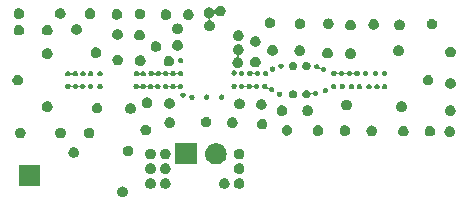
<source format=gbs>
G04 #@! TF.GenerationSoftware,KiCad,Pcbnew,(5.0.1)-4*
G04 #@! TF.CreationDate,2019-05-23T13:05:23-07:00*
G04 #@! TF.ProjectId,Transmit_circuit,5472616E736D69745F63697263756974,rev?*
G04 #@! TF.SameCoordinates,Original*
G04 #@! TF.FileFunction,Soldermask,Bot*
G04 #@! TF.FilePolarity,Negative*
%FSLAX46Y46*%
G04 Gerber Fmt 4.6, Leading zero omitted, Abs format (unit mm)*
G04 Created by KiCad (PCBNEW (5.0.1)-4) date 5/23/2019 1:05:23 PM*
%MOMM*%
%LPD*%
G01*
G04 APERTURE LIST*
%ADD10C,0.200000*%
G04 APERTURE END LIST*
D10*
G36*
X108756552Y-123516331D02*
X108838625Y-123550327D01*
X108838626Y-123550328D01*
X108838629Y-123550329D01*
X108912496Y-123599686D01*
X108912500Y-123599689D01*
X108975311Y-123662500D01*
X108975313Y-123662503D01*
X108975314Y-123662504D01*
X109024671Y-123736371D01*
X109024672Y-123736374D01*
X109024673Y-123736375D01*
X109058669Y-123818448D01*
X109076000Y-123905579D01*
X109076000Y-123994421D01*
X109058669Y-124081552D01*
X109024673Y-124163625D01*
X109024671Y-124163629D01*
X108975314Y-124237496D01*
X108975311Y-124237500D01*
X108912500Y-124300311D01*
X108912497Y-124300313D01*
X108912496Y-124300314D01*
X108838629Y-124349671D01*
X108838626Y-124349672D01*
X108838625Y-124349673D01*
X108756552Y-124383669D01*
X108669421Y-124401000D01*
X108580579Y-124401000D01*
X108493448Y-124383669D01*
X108411375Y-124349673D01*
X108411374Y-124349672D01*
X108411371Y-124349671D01*
X108337504Y-124300314D01*
X108337503Y-124300313D01*
X108337500Y-124300311D01*
X108274689Y-124237500D01*
X108274686Y-124237496D01*
X108225329Y-124163629D01*
X108225327Y-124163625D01*
X108191331Y-124081552D01*
X108174000Y-123994421D01*
X108174000Y-123905579D01*
X108191331Y-123818448D01*
X108225327Y-123736375D01*
X108225328Y-123736374D01*
X108225329Y-123736371D01*
X108274686Y-123662504D01*
X108274687Y-123662503D01*
X108274689Y-123662500D01*
X108337500Y-123599689D01*
X108337504Y-123599686D01*
X108411371Y-123550329D01*
X108411374Y-123550328D01*
X108411375Y-123550327D01*
X108493448Y-123516331D01*
X108580579Y-123499000D01*
X108669421Y-123499000D01*
X108756552Y-123516331D01*
X108756552Y-123516331D01*
G37*
G36*
X118631552Y-122816331D02*
X118713625Y-122850327D01*
X118713626Y-122850328D01*
X118713629Y-122850329D01*
X118787496Y-122899686D01*
X118787500Y-122899689D01*
X118850311Y-122962500D01*
X118850313Y-122962503D01*
X118850314Y-122962504D01*
X118899671Y-123036371D01*
X118899672Y-123036374D01*
X118899673Y-123036375D01*
X118933669Y-123118448D01*
X118951000Y-123205579D01*
X118951000Y-123294421D01*
X118933669Y-123381552D01*
X118899673Y-123463625D01*
X118899671Y-123463629D01*
X118850314Y-123537496D01*
X118850311Y-123537500D01*
X118787500Y-123600311D01*
X118787497Y-123600313D01*
X118787496Y-123600314D01*
X118713629Y-123649671D01*
X118713626Y-123649672D01*
X118713625Y-123649673D01*
X118631552Y-123683669D01*
X118544421Y-123701000D01*
X118455579Y-123701000D01*
X118368448Y-123683669D01*
X118286375Y-123649673D01*
X118286374Y-123649672D01*
X118286371Y-123649671D01*
X118212504Y-123600314D01*
X118212503Y-123600313D01*
X118212500Y-123600311D01*
X118149689Y-123537500D01*
X118149686Y-123537496D01*
X118100329Y-123463629D01*
X118100327Y-123463625D01*
X118066331Y-123381552D01*
X118049000Y-123294421D01*
X118049000Y-123205579D01*
X118066331Y-123118448D01*
X118100327Y-123036375D01*
X118100328Y-123036374D01*
X118100329Y-123036371D01*
X118149686Y-122962504D01*
X118149687Y-122962503D01*
X118149689Y-122962500D01*
X118212500Y-122899689D01*
X118212504Y-122899686D01*
X118286371Y-122850329D01*
X118286374Y-122850328D01*
X118286375Y-122850327D01*
X118368448Y-122816331D01*
X118455579Y-122799000D01*
X118544421Y-122799000D01*
X118631552Y-122816331D01*
X118631552Y-122816331D01*
G37*
G36*
X117381552Y-122816331D02*
X117463625Y-122850327D01*
X117463626Y-122850328D01*
X117463629Y-122850329D01*
X117537496Y-122899686D01*
X117537500Y-122899689D01*
X117600311Y-122962500D01*
X117600313Y-122962503D01*
X117600314Y-122962504D01*
X117649671Y-123036371D01*
X117649672Y-123036374D01*
X117649673Y-123036375D01*
X117683669Y-123118448D01*
X117701000Y-123205579D01*
X117701000Y-123294421D01*
X117683669Y-123381552D01*
X117649673Y-123463625D01*
X117649671Y-123463629D01*
X117600314Y-123537496D01*
X117600311Y-123537500D01*
X117537500Y-123600311D01*
X117537497Y-123600313D01*
X117537496Y-123600314D01*
X117463629Y-123649671D01*
X117463626Y-123649672D01*
X117463625Y-123649673D01*
X117381552Y-123683669D01*
X117294421Y-123701000D01*
X117205579Y-123701000D01*
X117118448Y-123683669D01*
X117036375Y-123649673D01*
X117036374Y-123649672D01*
X117036371Y-123649671D01*
X116962504Y-123600314D01*
X116962503Y-123600313D01*
X116962500Y-123600311D01*
X116899689Y-123537500D01*
X116899686Y-123537496D01*
X116850329Y-123463629D01*
X116850327Y-123463625D01*
X116816331Y-123381552D01*
X116799000Y-123294421D01*
X116799000Y-123205579D01*
X116816331Y-123118448D01*
X116850327Y-123036375D01*
X116850328Y-123036374D01*
X116850329Y-123036371D01*
X116899686Y-122962504D01*
X116899687Y-122962503D01*
X116899689Y-122962500D01*
X116962500Y-122899689D01*
X116962504Y-122899686D01*
X117036371Y-122850329D01*
X117036374Y-122850328D01*
X117036375Y-122850327D01*
X117118448Y-122816331D01*
X117205579Y-122799000D01*
X117294421Y-122799000D01*
X117381552Y-122816331D01*
X117381552Y-122816331D01*
G37*
G36*
X111131552Y-122816331D02*
X111213625Y-122850327D01*
X111213626Y-122850328D01*
X111213629Y-122850329D01*
X111287496Y-122899686D01*
X111287500Y-122899689D01*
X111350311Y-122962500D01*
X111350313Y-122962503D01*
X111350314Y-122962504D01*
X111399671Y-123036371D01*
X111399672Y-123036374D01*
X111399673Y-123036375D01*
X111433669Y-123118448D01*
X111451000Y-123205579D01*
X111451000Y-123294421D01*
X111433669Y-123381552D01*
X111399673Y-123463625D01*
X111399671Y-123463629D01*
X111350314Y-123537496D01*
X111350311Y-123537500D01*
X111287500Y-123600311D01*
X111287497Y-123600313D01*
X111287496Y-123600314D01*
X111213629Y-123649671D01*
X111213626Y-123649672D01*
X111213625Y-123649673D01*
X111131552Y-123683669D01*
X111044421Y-123701000D01*
X110955579Y-123701000D01*
X110868448Y-123683669D01*
X110786375Y-123649673D01*
X110786374Y-123649672D01*
X110786371Y-123649671D01*
X110712504Y-123600314D01*
X110712503Y-123600313D01*
X110712500Y-123600311D01*
X110649689Y-123537500D01*
X110649686Y-123537496D01*
X110600329Y-123463629D01*
X110600327Y-123463625D01*
X110566331Y-123381552D01*
X110549000Y-123294421D01*
X110549000Y-123205579D01*
X110566331Y-123118448D01*
X110600327Y-123036375D01*
X110600328Y-123036374D01*
X110600329Y-123036371D01*
X110649686Y-122962504D01*
X110649687Y-122962503D01*
X110649689Y-122962500D01*
X110712500Y-122899689D01*
X110712504Y-122899686D01*
X110786371Y-122850329D01*
X110786374Y-122850328D01*
X110786375Y-122850327D01*
X110868448Y-122816331D01*
X110955579Y-122799000D01*
X111044421Y-122799000D01*
X111131552Y-122816331D01*
X111131552Y-122816331D01*
G37*
G36*
X112381552Y-122816331D02*
X112463625Y-122850327D01*
X112463626Y-122850328D01*
X112463629Y-122850329D01*
X112537496Y-122899686D01*
X112537500Y-122899689D01*
X112600311Y-122962500D01*
X112600313Y-122962503D01*
X112600314Y-122962504D01*
X112649671Y-123036371D01*
X112649672Y-123036374D01*
X112649673Y-123036375D01*
X112683669Y-123118448D01*
X112701000Y-123205579D01*
X112701000Y-123294421D01*
X112683669Y-123381552D01*
X112649673Y-123463625D01*
X112649671Y-123463629D01*
X112600314Y-123537496D01*
X112600311Y-123537500D01*
X112537500Y-123600311D01*
X112537497Y-123600313D01*
X112537496Y-123600314D01*
X112463629Y-123649671D01*
X112463626Y-123649672D01*
X112463625Y-123649673D01*
X112381552Y-123683669D01*
X112294421Y-123701000D01*
X112205579Y-123701000D01*
X112118448Y-123683669D01*
X112036375Y-123649673D01*
X112036374Y-123649672D01*
X112036371Y-123649671D01*
X111962504Y-123600314D01*
X111962503Y-123600313D01*
X111962500Y-123600311D01*
X111899689Y-123537500D01*
X111899686Y-123537496D01*
X111850329Y-123463629D01*
X111850327Y-123463625D01*
X111816331Y-123381552D01*
X111799000Y-123294421D01*
X111799000Y-123205579D01*
X111816331Y-123118448D01*
X111850327Y-123036375D01*
X111850328Y-123036374D01*
X111850329Y-123036371D01*
X111899686Y-122962504D01*
X111899687Y-122962503D01*
X111899689Y-122962500D01*
X111962500Y-122899689D01*
X111962504Y-122899686D01*
X112036371Y-122850329D01*
X112036374Y-122850328D01*
X112036375Y-122850327D01*
X112118448Y-122816331D01*
X112205579Y-122799000D01*
X112294421Y-122799000D01*
X112381552Y-122816331D01*
X112381552Y-122816331D01*
G37*
G36*
X101626000Y-123476000D02*
X99824000Y-123476000D01*
X99824000Y-121674000D01*
X101626000Y-121674000D01*
X101626000Y-123476000D01*
X101626000Y-123476000D01*
G37*
G36*
X111131552Y-121566331D02*
X111213625Y-121600327D01*
X111213626Y-121600328D01*
X111213629Y-121600329D01*
X111287496Y-121649686D01*
X111287500Y-121649689D01*
X111350311Y-121712500D01*
X111350313Y-121712503D01*
X111350314Y-121712504D01*
X111399671Y-121786371D01*
X111399672Y-121786374D01*
X111399673Y-121786375D01*
X111433669Y-121868448D01*
X111451000Y-121955579D01*
X111451000Y-122044421D01*
X111433669Y-122131552D01*
X111399673Y-122213625D01*
X111399671Y-122213629D01*
X111350314Y-122287496D01*
X111350311Y-122287500D01*
X111287500Y-122350311D01*
X111287497Y-122350313D01*
X111287496Y-122350314D01*
X111213629Y-122399671D01*
X111213626Y-122399672D01*
X111213625Y-122399673D01*
X111131552Y-122433669D01*
X111044421Y-122451000D01*
X110955579Y-122451000D01*
X110868448Y-122433669D01*
X110786375Y-122399673D01*
X110786374Y-122399672D01*
X110786371Y-122399671D01*
X110712504Y-122350314D01*
X110712503Y-122350313D01*
X110712500Y-122350311D01*
X110649689Y-122287500D01*
X110649686Y-122287496D01*
X110600329Y-122213629D01*
X110600327Y-122213625D01*
X110566331Y-122131552D01*
X110549000Y-122044421D01*
X110549000Y-121955579D01*
X110566331Y-121868448D01*
X110600327Y-121786375D01*
X110600328Y-121786374D01*
X110600329Y-121786371D01*
X110649686Y-121712504D01*
X110649687Y-121712503D01*
X110649689Y-121712500D01*
X110712500Y-121649689D01*
X110712504Y-121649686D01*
X110786371Y-121600329D01*
X110786374Y-121600328D01*
X110786375Y-121600327D01*
X110868448Y-121566331D01*
X110955579Y-121549000D01*
X111044421Y-121549000D01*
X111131552Y-121566331D01*
X111131552Y-121566331D01*
G37*
G36*
X112381552Y-121566331D02*
X112463625Y-121600327D01*
X112463626Y-121600328D01*
X112463629Y-121600329D01*
X112537496Y-121649686D01*
X112537500Y-121649689D01*
X112600311Y-121712500D01*
X112600313Y-121712503D01*
X112600314Y-121712504D01*
X112649671Y-121786371D01*
X112649672Y-121786374D01*
X112649673Y-121786375D01*
X112683669Y-121868448D01*
X112701000Y-121955579D01*
X112701000Y-122044421D01*
X112683669Y-122131552D01*
X112649673Y-122213625D01*
X112649671Y-122213629D01*
X112600314Y-122287496D01*
X112600311Y-122287500D01*
X112537500Y-122350311D01*
X112537497Y-122350313D01*
X112537496Y-122350314D01*
X112463629Y-122399671D01*
X112463626Y-122399672D01*
X112463625Y-122399673D01*
X112381552Y-122433669D01*
X112294421Y-122451000D01*
X112205579Y-122451000D01*
X112118448Y-122433669D01*
X112036375Y-122399673D01*
X112036374Y-122399672D01*
X112036371Y-122399671D01*
X111962504Y-122350314D01*
X111962503Y-122350313D01*
X111962500Y-122350311D01*
X111899689Y-122287500D01*
X111899686Y-122287496D01*
X111850329Y-122213629D01*
X111850327Y-122213625D01*
X111816331Y-122131552D01*
X111799000Y-122044421D01*
X111799000Y-121955579D01*
X111816331Y-121868448D01*
X111850327Y-121786375D01*
X111850328Y-121786374D01*
X111850329Y-121786371D01*
X111899686Y-121712504D01*
X111899687Y-121712503D01*
X111899689Y-121712500D01*
X111962500Y-121649689D01*
X111962504Y-121649686D01*
X112036371Y-121600329D01*
X112036374Y-121600328D01*
X112036375Y-121600327D01*
X112118448Y-121566331D01*
X112205579Y-121549000D01*
X112294421Y-121549000D01*
X112381552Y-121566331D01*
X112381552Y-121566331D01*
G37*
G36*
X118631552Y-121566331D02*
X118713625Y-121600327D01*
X118713626Y-121600328D01*
X118713629Y-121600329D01*
X118787496Y-121649686D01*
X118787500Y-121649689D01*
X118850311Y-121712500D01*
X118850313Y-121712503D01*
X118850314Y-121712504D01*
X118899671Y-121786371D01*
X118899672Y-121786374D01*
X118899673Y-121786375D01*
X118933669Y-121868448D01*
X118951000Y-121955579D01*
X118951000Y-122044421D01*
X118933669Y-122131552D01*
X118899673Y-122213625D01*
X118899671Y-122213629D01*
X118850314Y-122287496D01*
X118850311Y-122287500D01*
X118787500Y-122350311D01*
X118787497Y-122350313D01*
X118787496Y-122350314D01*
X118713629Y-122399671D01*
X118713626Y-122399672D01*
X118713625Y-122399673D01*
X118631552Y-122433669D01*
X118544421Y-122451000D01*
X118455579Y-122451000D01*
X118368448Y-122433669D01*
X118286375Y-122399673D01*
X118286374Y-122399672D01*
X118286371Y-122399671D01*
X118212504Y-122350314D01*
X118212503Y-122350313D01*
X118212500Y-122350311D01*
X118149689Y-122287500D01*
X118149686Y-122287496D01*
X118100329Y-122213629D01*
X118100327Y-122213625D01*
X118066331Y-122131552D01*
X118049000Y-122044421D01*
X118049000Y-121955579D01*
X118066331Y-121868448D01*
X118100327Y-121786375D01*
X118100328Y-121786374D01*
X118100329Y-121786371D01*
X118149686Y-121712504D01*
X118149687Y-121712503D01*
X118149689Y-121712500D01*
X118212500Y-121649689D01*
X118212504Y-121649686D01*
X118286371Y-121600329D01*
X118286374Y-121600328D01*
X118286375Y-121600327D01*
X118368448Y-121566331D01*
X118455579Y-121549000D01*
X118544421Y-121549000D01*
X118631552Y-121566331D01*
X118631552Y-121566331D01*
G37*
G36*
X114901000Y-121651000D02*
X113099000Y-121651000D01*
X113099000Y-119849000D01*
X114901000Y-119849000D01*
X114901000Y-121651000D01*
X114901000Y-121651000D01*
G37*
G36*
X116650443Y-119855519D02*
X116716627Y-119862037D01*
X116829853Y-119896384D01*
X116886467Y-119913557D01*
X117025087Y-119987652D01*
X117042991Y-119997222D01*
X117078729Y-120026552D01*
X117180186Y-120109814D01*
X117232861Y-120174000D01*
X117292778Y-120247009D01*
X117292779Y-120247011D01*
X117376443Y-120403533D01*
X117378822Y-120411375D01*
X117427963Y-120573373D01*
X117445359Y-120750000D01*
X117427963Y-120926627D01*
X117413195Y-120975311D01*
X117376443Y-121096467D01*
X117348004Y-121149671D01*
X117292778Y-121252991D01*
X117263448Y-121288729D01*
X117180186Y-121390186D01*
X117078729Y-121473448D01*
X117042991Y-121502778D01*
X117042989Y-121502779D01*
X116886467Y-121586443D01*
X116840690Y-121600329D01*
X116716627Y-121637963D01*
X116650443Y-121644481D01*
X116584260Y-121651000D01*
X116495740Y-121651000D01*
X116429557Y-121644481D01*
X116363373Y-121637963D01*
X116239310Y-121600329D01*
X116193533Y-121586443D01*
X116037011Y-121502779D01*
X116037009Y-121502778D01*
X116001271Y-121473448D01*
X115899814Y-121390186D01*
X115816552Y-121288729D01*
X115787222Y-121252991D01*
X115731996Y-121149671D01*
X115703557Y-121096467D01*
X115666805Y-120975311D01*
X115652037Y-120926627D01*
X115634641Y-120750000D01*
X115652037Y-120573373D01*
X115701178Y-120411375D01*
X115703557Y-120403533D01*
X115787221Y-120247011D01*
X115787222Y-120247009D01*
X115847139Y-120174000D01*
X115899814Y-120109814D01*
X116001271Y-120026552D01*
X116037009Y-119997222D01*
X116054913Y-119987652D01*
X116193533Y-119913557D01*
X116250147Y-119896384D01*
X116363373Y-119862037D01*
X116429557Y-119855519D01*
X116495740Y-119849000D01*
X116584260Y-119849000D01*
X116650443Y-119855519D01*
X116650443Y-119855519D01*
G37*
G36*
X118631552Y-120316331D02*
X118713625Y-120350327D01*
X118713626Y-120350328D01*
X118713629Y-120350329D01*
X118787496Y-120399686D01*
X118787500Y-120399689D01*
X118850311Y-120462500D01*
X118850313Y-120462503D01*
X118850314Y-120462504D01*
X118899671Y-120536371D01*
X118899672Y-120536374D01*
X118899673Y-120536375D01*
X118933669Y-120618448D01*
X118951000Y-120705579D01*
X118951000Y-120794421D01*
X118933669Y-120881552D01*
X118912081Y-120933669D01*
X118899671Y-120963629D01*
X118858882Y-121024673D01*
X118850311Y-121037500D01*
X118787500Y-121100311D01*
X118787497Y-121100313D01*
X118787496Y-121100314D01*
X118713629Y-121149671D01*
X118713626Y-121149672D01*
X118713625Y-121149673D01*
X118631552Y-121183669D01*
X118544421Y-121201000D01*
X118455579Y-121201000D01*
X118368448Y-121183669D01*
X118286375Y-121149673D01*
X118286374Y-121149672D01*
X118286371Y-121149671D01*
X118212504Y-121100314D01*
X118212503Y-121100313D01*
X118212500Y-121100311D01*
X118149689Y-121037500D01*
X118141118Y-121024673D01*
X118100329Y-120963629D01*
X118087919Y-120933669D01*
X118066331Y-120881552D01*
X118049000Y-120794421D01*
X118049000Y-120705579D01*
X118066331Y-120618448D01*
X118100327Y-120536375D01*
X118100328Y-120536374D01*
X118100329Y-120536371D01*
X118149686Y-120462504D01*
X118149687Y-120462503D01*
X118149689Y-120462500D01*
X118212500Y-120399689D01*
X118212504Y-120399686D01*
X118286371Y-120350329D01*
X118286374Y-120350328D01*
X118286375Y-120350327D01*
X118368448Y-120316331D01*
X118455579Y-120299000D01*
X118544421Y-120299000D01*
X118631552Y-120316331D01*
X118631552Y-120316331D01*
G37*
G36*
X111131552Y-120316331D02*
X111213625Y-120350327D01*
X111213626Y-120350328D01*
X111213629Y-120350329D01*
X111287496Y-120399686D01*
X111287500Y-120399689D01*
X111350311Y-120462500D01*
X111350313Y-120462503D01*
X111350314Y-120462504D01*
X111399671Y-120536371D01*
X111399672Y-120536374D01*
X111399673Y-120536375D01*
X111433669Y-120618448D01*
X111451000Y-120705579D01*
X111451000Y-120794421D01*
X111433669Y-120881552D01*
X111412081Y-120933669D01*
X111399671Y-120963629D01*
X111358882Y-121024673D01*
X111350311Y-121037500D01*
X111287500Y-121100311D01*
X111287497Y-121100313D01*
X111287496Y-121100314D01*
X111213629Y-121149671D01*
X111213626Y-121149672D01*
X111213625Y-121149673D01*
X111131552Y-121183669D01*
X111044421Y-121201000D01*
X110955579Y-121201000D01*
X110868448Y-121183669D01*
X110786375Y-121149673D01*
X110786374Y-121149672D01*
X110786371Y-121149671D01*
X110712504Y-121100314D01*
X110712503Y-121100313D01*
X110712500Y-121100311D01*
X110649689Y-121037500D01*
X110641118Y-121024673D01*
X110600329Y-120963629D01*
X110587919Y-120933669D01*
X110566331Y-120881552D01*
X110549000Y-120794421D01*
X110549000Y-120705579D01*
X110566331Y-120618448D01*
X110600327Y-120536375D01*
X110600328Y-120536374D01*
X110600329Y-120536371D01*
X110649686Y-120462504D01*
X110649687Y-120462503D01*
X110649689Y-120462500D01*
X110712500Y-120399689D01*
X110712504Y-120399686D01*
X110786371Y-120350329D01*
X110786374Y-120350328D01*
X110786375Y-120350327D01*
X110868448Y-120316331D01*
X110955579Y-120299000D01*
X111044421Y-120299000D01*
X111131552Y-120316331D01*
X111131552Y-120316331D01*
G37*
G36*
X112381552Y-120316331D02*
X112463625Y-120350327D01*
X112463626Y-120350328D01*
X112463629Y-120350329D01*
X112537496Y-120399686D01*
X112537500Y-120399689D01*
X112600311Y-120462500D01*
X112600313Y-120462503D01*
X112600314Y-120462504D01*
X112649671Y-120536371D01*
X112649672Y-120536374D01*
X112649673Y-120536375D01*
X112683669Y-120618448D01*
X112701000Y-120705579D01*
X112701000Y-120794421D01*
X112683669Y-120881552D01*
X112662081Y-120933669D01*
X112649671Y-120963629D01*
X112608882Y-121024673D01*
X112600311Y-121037500D01*
X112537500Y-121100311D01*
X112537497Y-121100313D01*
X112537496Y-121100314D01*
X112463629Y-121149671D01*
X112463626Y-121149672D01*
X112463625Y-121149673D01*
X112381552Y-121183669D01*
X112294421Y-121201000D01*
X112205579Y-121201000D01*
X112118448Y-121183669D01*
X112036375Y-121149673D01*
X112036374Y-121149672D01*
X112036371Y-121149671D01*
X111962504Y-121100314D01*
X111962503Y-121100313D01*
X111962500Y-121100311D01*
X111899689Y-121037500D01*
X111891118Y-121024673D01*
X111850329Y-120963629D01*
X111837919Y-120933669D01*
X111816331Y-120881552D01*
X111799000Y-120794421D01*
X111799000Y-120705579D01*
X111816331Y-120618448D01*
X111850327Y-120536375D01*
X111850328Y-120536374D01*
X111850329Y-120536371D01*
X111899686Y-120462504D01*
X111899687Y-120462503D01*
X111899689Y-120462500D01*
X111962500Y-120399689D01*
X111962504Y-120399686D01*
X112036371Y-120350329D01*
X112036374Y-120350328D01*
X112036375Y-120350327D01*
X112118448Y-120316331D01*
X112205579Y-120299000D01*
X112294421Y-120299000D01*
X112381552Y-120316331D01*
X112381552Y-120316331D01*
G37*
G36*
X104631552Y-120191331D02*
X104713625Y-120225327D01*
X104713626Y-120225328D01*
X104713629Y-120225329D01*
X104787496Y-120274686D01*
X104787500Y-120274689D01*
X104850311Y-120337500D01*
X104850313Y-120337503D01*
X104850314Y-120337504D01*
X104899671Y-120411371D01*
X104899672Y-120411374D01*
X104899673Y-120411375D01*
X104933669Y-120493448D01*
X104951000Y-120580579D01*
X104951000Y-120669421D01*
X104933669Y-120756552D01*
X104899673Y-120838625D01*
X104899671Y-120838629D01*
X104858882Y-120899673D01*
X104850311Y-120912500D01*
X104787500Y-120975311D01*
X104787497Y-120975313D01*
X104787496Y-120975314D01*
X104713629Y-121024671D01*
X104713626Y-121024672D01*
X104713625Y-121024673D01*
X104631552Y-121058669D01*
X104544421Y-121076000D01*
X104455579Y-121076000D01*
X104368448Y-121058669D01*
X104286375Y-121024673D01*
X104286374Y-121024672D01*
X104286371Y-121024671D01*
X104212504Y-120975314D01*
X104212503Y-120975313D01*
X104212500Y-120975311D01*
X104149689Y-120912500D01*
X104141118Y-120899673D01*
X104100329Y-120838629D01*
X104100327Y-120838625D01*
X104066331Y-120756552D01*
X104049000Y-120669421D01*
X104049000Y-120580579D01*
X104066331Y-120493448D01*
X104100327Y-120411375D01*
X104100328Y-120411374D01*
X104100329Y-120411371D01*
X104149686Y-120337504D01*
X104149687Y-120337503D01*
X104149689Y-120337500D01*
X104212500Y-120274689D01*
X104212504Y-120274686D01*
X104286371Y-120225329D01*
X104286374Y-120225328D01*
X104286375Y-120225327D01*
X104368448Y-120191331D01*
X104455579Y-120174000D01*
X104544421Y-120174000D01*
X104631552Y-120191331D01*
X104631552Y-120191331D01*
G37*
G36*
X109231552Y-120066331D02*
X109313625Y-120100327D01*
X109313626Y-120100328D01*
X109313629Y-120100329D01*
X109387496Y-120149686D01*
X109387500Y-120149689D01*
X109450311Y-120212500D01*
X109450313Y-120212503D01*
X109450314Y-120212504D01*
X109499671Y-120286371D01*
X109499672Y-120286374D01*
X109499673Y-120286375D01*
X109533669Y-120368448D01*
X109551000Y-120455579D01*
X109551000Y-120544421D01*
X109533669Y-120631552D01*
X109503005Y-120705580D01*
X109499671Y-120713629D01*
X109475368Y-120750000D01*
X109450311Y-120787500D01*
X109387500Y-120850311D01*
X109387497Y-120850313D01*
X109387496Y-120850314D01*
X109313629Y-120899671D01*
X109313626Y-120899672D01*
X109313625Y-120899673D01*
X109231552Y-120933669D01*
X109144421Y-120951000D01*
X109055579Y-120951000D01*
X108968448Y-120933669D01*
X108886375Y-120899673D01*
X108886374Y-120899672D01*
X108886371Y-120899671D01*
X108812504Y-120850314D01*
X108812503Y-120850313D01*
X108812500Y-120850311D01*
X108749689Y-120787500D01*
X108724632Y-120750000D01*
X108700329Y-120713629D01*
X108696995Y-120705580D01*
X108666331Y-120631552D01*
X108649000Y-120544421D01*
X108649000Y-120455579D01*
X108666331Y-120368448D01*
X108700327Y-120286375D01*
X108700328Y-120286374D01*
X108700329Y-120286371D01*
X108749686Y-120212504D01*
X108749687Y-120212503D01*
X108749689Y-120212500D01*
X108812500Y-120149689D01*
X108812504Y-120149686D01*
X108886371Y-120100329D01*
X108886374Y-120100328D01*
X108886375Y-120100327D01*
X108968448Y-120066331D01*
X109055579Y-120049000D01*
X109144421Y-120049000D01*
X109231552Y-120066331D01*
X109231552Y-120066331D01*
G37*
G36*
X103506552Y-118541331D02*
X103588625Y-118575327D01*
X103588626Y-118575328D01*
X103588629Y-118575329D01*
X103662496Y-118624686D01*
X103662500Y-118624689D01*
X103725311Y-118687500D01*
X103725313Y-118687503D01*
X103725314Y-118687504D01*
X103774671Y-118761371D01*
X103774672Y-118761374D01*
X103774673Y-118761375D01*
X103808669Y-118843448D01*
X103826000Y-118930579D01*
X103826000Y-119019421D01*
X103808669Y-119106552D01*
X103774673Y-119188625D01*
X103774671Y-119188629D01*
X103727871Y-119258669D01*
X103725311Y-119262500D01*
X103662500Y-119325311D01*
X103662497Y-119325313D01*
X103662496Y-119325314D01*
X103588629Y-119374671D01*
X103588626Y-119374672D01*
X103588625Y-119374673D01*
X103506552Y-119408669D01*
X103419421Y-119426000D01*
X103330579Y-119426000D01*
X103243448Y-119408669D01*
X103161375Y-119374673D01*
X103161374Y-119374672D01*
X103161371Y-119374671D01*
X103087504Y-119325314D01*
X103087503Y-119325313D01*
X103087500Y-119325311D01*
X103024689Y-119262500D01*
X103022129Y-119258669D01*
X102975329Y-119188629D01*
X102975327Y-119188625D01*
X102941331Y-119106552D01*
X102924000Y-119019421D01*
X102924000Y-118930579D01*
X102941331Y-118843448D01*
X102975327Y-118761375D01*
X102975328Y-118761374D01*
X102975329Y-118761371D01*
X103024686Y-118687504D01*
X103024687Y-118687503D01*
X103024689Y-118687500D01*
X103087500Y-118624689D01*
X103087504Y-118624686D01*
X103161371Y-118575329D01*
X103161374Y-118575328D01*
X103161375Y-118575327D01*
X103243448Y-118541331D01*
X103330579Y-118524000D01*
X103419421Y-118524000D01*
X103506552Y-118541331D01*
X103506552Y-118541331D01*
G37*
G36*
X100106552Y-118541331D02*
X100188625Y-118575327D01*
X100188626Y-118575328D01*
X100188629Y-118575329D01*
X100262496Y-118624686D01*
X100262500Y-118624689D01*
X100325311Y-118687500D01*
X100325313Y-118687503D01*
X100325314Y-118687504D01*
X100374671Y-118761371D01*
X100374672Y-118761374D01*
X100374673Y-118761375D01*
X100408669Y-118843448D01*
X100426000Y-118930579D01*
X100426000Y-119019421D01*
X100408669Y-119106552D01*
X100374673Y-119188625D01*
X100374671Y-119188629D01*
X100327871Y-119258669D01*
X100325311Y-119262500D01*
X100262500Y-119325311D01*
X100262497Y-119325313D01*
X100262496Y-119325314D01*
X100188629Y-119374671D01*
X100188626Y-119374672D01*
X100188625Y-119374673D01*
X100106552Y-119408669D01*
X100019421Y-119426000D01*
X99930579Y-119426000D01*
X99843448Y-119408669D01*
X99761375Y-119374673D01*
X99761374Y-119374672D01*
X99761371Y-119374671D01*
X99687504Y-119325314D01*
X99687503Y-119325313D01*
X99687500Y-119325311D01*
X99624689Y-119262500D01*
X99622129Y-119258669D01*
X99575329Y-119188629D01*
X99575327Y-119188625D01*
X99541331Y-119106552D01*
X99524000Y-119019421D01*
X99524000Y-118930579D01*
X99541331Y-118843448D01*
X99575327Y-118761375D01*
X99575328Y-118761374D01*
X99575329Y-118761371D01*
X99624686Y-118687504D01*
X99624687Y-118687503D01*
X99624689Y-118687500D01*
X99687500Y-118624689D01*
X99687504Y-118624686D01*
X99761371Y-118575329D01*
X99761374Y-118575328D01*
X99761375Y-118575327D01*
X99843448Y-118541331D01*
X99930579Y-118524000D01*
X100019421Y-118524000D01*
X100106552Y-118541331D01*
X100106552Y-118541331D01*
G37*
G36*
X105931552Y-118541331D02*
X106013625Y-118575327D01*
X106013626Y-118575328D01*
X106013629Y-118575329D01*
X106087496Y-118624686D01*
X106087500Y-118624689D01*
X106150311Y-118687500D01*
X106150313Y-118687503D01*
X106150314Y-118687504D01*
X106199671Y-118761371D01*
X106199672Y-118761374D01*
X106199673Y-118761375D01*
X106233669Y-118843448D01*
X106251000Y-118930579D01*
X106251000Y-119019421D01*
X106233669Y-119106552D01*
X106199673Y-119188625D01*
X106199671Y-119188629D01*
X106152871Y-119258669D01*
X106150311Y-119262500D01*
X106087500Y-119325311D01*
X106087497Y-119325313D01*
X106087496Y-119325314D01*
X106013629Y-119374671D01*
X106013626Y-119374672D01*
X106013625Y-119374673D01*
X105931552Y-119408669D01*
X105844421Y-119426000D01*
X105755579Y-119426000D01*
X105668448Y-119408669D01*
X105586375Y-119374673D01*
X105586374Y-119374672D01*
X105586371Y-119374671D01*
X105512504Y-119325314D01*
X105512503Y-119325313D01*
X105512500Y-119325311D01*
X105449689Y-119262500D01*
X105447129Y-119258669D01*
X105400329Y-119188629D01*
X105400327Y-119188625D01*
X105366331Y-119106552D01*
X105349000Y-119019421D01*
X105349000Y-118930579D01*
X105366331Y-118843448D01*
X105400327Y-118761375D01*
X105400328Y-118761374D01*
X105400329Y-118761371D01*
X105449686Y-118687504D01*
X105449687Y-118687503D01*
X105449689Y-118687500D01*
X105512500Y-118624689D01*
X105512504Y-118624686D01*
X105586371Y-118575329D01*
X105586374Y-118575328D01*
X105586375Y-118575327D01*
X105668448Y-118541331D01*
X105755579Y-118524000D01*
X105844421Y-118524000D01*
X105931552Y-118541331D01*
X105931552Y-118541331D01*
G37*
G36*
X136456552Y-118416331D02*
X136538625Y-118450327D01*
X136538626Y-118450328D01*
X136538629Y-118450329D01*
X136612496Y-118499686D01*
X136612500Y-118499689D01*
X136675311Y-118562500D01*
X136675313Y-118562503D01*
X136675314Y-118562504D01*
X136724671Y-118636371D01*
X136724672Y-118636374D01*
X136724673Y-118636375D01*
X136758669Y-118718448D01*
X136776000Y-118805579D01*
X136776000Y-118894421D01*
X136758669Y-118981552D01*
X136725139Y-119062500D01*
X136724671Y-119063629D01*
X136675314Y-119137496D01*
X136675311Y-119137500D01*
X136612500Y-119200311D01*
X136612497Y-119200313D01*
X136612496Y-119200314D01*
X136538629Y-119249671D01*
X136538626Y-119249672D01*
X136538625Y-119249673D01*
X136456552Y-119283669D01*
X136369421Y-119301000D01*
X136280579Y-119301000D01*
X136193448Y-119283669D01*
X136111375Y-119249673D01*
X136111374Y-119249672D01*
X136111371Y-119249671D01*
X136037504Y-119200314D01*
X136037503Y-119200313D01*
X136037500Y-119200311D01*
X135974689Y-119137500D01*
X135974686Y-119137496D01*
X135925329Y-119063629D01*
X135924861Y-119062500D01*
X135891331Y-118981552D01*
X135874000Y-118894421D01*
X135874000Y-118805579D01*
X135891331Y-118718448D01*
X135925327Y-118636375D01*
X135925328Y-118636374D01*
X135925329Y-118636371D01*
X135974686Y-118562504D01*
X135974687Y-118562503D01*
X135974689Y-118562500D01*
X136037500Y-118499689D01*
X136037504Y-118499686D01*
X136111371Y-118450329D01*
X136111374Y-118450328D01*
X136111375Y-118450327D01*
X136193448Y-118416331D01*
X136280579Y-118399000D01*
X136369421Y-118399000D01*
X136456552Y-118416331D01*
X136456552Y-118416331D01*
G37*
G36*
X134781552Y-118391331D02*
X134863625Y-118425327D01*
X134863626Y-118425328D01*
X134863629Y-118425329D01*
X134937496Y-118474686D01*
X134937500Y-118474689D01*
X135000311Y-118537500D01*
X135000313Y-118537503D01*
X135000314Y-118537504D01*
X135049671Y-118611371D01*
X135049672Y-118611374D01*
X135049673Y-118611375D01*
X135083669Y-118693448D01*
X135101000Y-118780579D01*
X135101000Y-118869421D01*
X135083669Y-118956552D01*
X135050139Y-119037500D01*
X135049671Y-119038629D01*
X135000314Y-119112496D01*
X135000311Y-119112500D01*
X134937500Y-119175311D01*
X134937497Y-119175313D01*
X134937496Y-119175314D01*
X134863629Y-119224671D01*
X134863626Y-119224672D01*
X134863625Y-119224673D01*
X134781552Y-119258669D01*
X134694421Y-119276000D01*
X134605579Y-119276000D01*
X134518448Y-119258669D01*
X134436375Y-119224673D01*
X134436374Y-119224672D01*
X134436371Y-119224671D01*
X134362504Y-119175314D01*
X134362503Y-119175313D01*
X134362500Y-119175311D01*
X134299689Y-119112500D01*
X134299686Y-119112496D01*
X134250329Y-119038629D01*
X134249861Y-119037500D01*
X134216331Y-118956552D01*
X134199000Y-118869421D01*
X134199000Y-118780579D01*
X134216331Y-118693448D01*
X134250327Y-118611375D01*
X134250328Y-118611374D01*
X134250329Y-118611371D01*
X134299686Y-118537504D01*
X134299687Y-118537503D01*
X134299689Y-118537500D01*
X134362500Y-118474689D01*
X134362504Y-118474686D01*
X134436371Y-118425329D01*
X134436374Y-118425328D01*
X134436375Y-118425327D01*
X134518448Y-118391331D01*
X134605579Y-118374000D01*
X134694421Y-118374000D01*
X134781552Y-118391331D01*
X134781552Y-118391331D01*
G37*
G36*
X132531552Y-118391331D02*
X132613625Y-118425327D01*
X132613626Y-118425328D01*
X132613629Y-118425329D01*
X132687496Y-118474686D01*
X132687500Y-118474689D01*
X132750311Y-118537500D01*
X132750313Y-118537503D01*
X132750314Y-118537504D01*
X132799671Y-118611371D01*
X132799672Y-118611374D01*
X132799673Y-118611375D01*
X132833669Y-118693448D01*
X132851000Y-118780579D01*
X132851000Y-118869421D01*
X132833669Y-118956552D01*
X132800139Y-119037500D01*
X132799671Y-119038629D01*
X132750314Y-119112496D01*
X132750311Y-119112500D01*
X132687500Y-119175311D01*
X132687497Y-119175313D01*
X132687496Y-119175314D01*
X132613629Y-119224671D01*
X132613626Y-119224672D01*
X132613625Y-119224673D01*
X132531552Y-119258669D01*
X132444421Y-119276000D01*
X132355579Y-119276000D01*
X132268448Y-119258669D01*
X132186375Y-119224673D01*
X132186374Y-119224672D01*
X132186371Y-119224671D01*
X132112504Y-119175314D01*
X132112503Y-119175313D01*
X132112500Y-119175311D01*
X132049689Y-119112500D01*
X132049686Y-119112496D01*
X132000329Y-119038629D01*
X131999861Y-119037500D01*
X131966331Y-118956552D01*
X131949000Y-118869421D01*
X131949000Y-118780579D01*
X131966331Y-118693448D01*
X132000327Y-118611375D01*
X132000328Y-118611374D01*
X132000329Y-118611371D01*
X132049686Y-118537504D01*
X132049687Y-118537503D01*
X132049689Y-118537500D01*
X132112500Y-118474689D01*
X132112504Y-118474686D01*
X132186371Y-118425329D01*
X132186374Y-118425328D01*
X132186375Y-118425327D01*
X132268448Y-118391331D01*
X132355579Y-118374000D01*
X132444421Y-118374000D01*
X132531552Y-118391331D01*
X132531552Y-118391331D01*
G37*
G36*
X129856552Y-118366331D02*
X129938625Y-118400327D01*
X129938626Y-118400328D01*
X129938629Y-118400329D01*
X130012496Y-118449686D01*
X130012500Y-118449689D01*
X130075311Y-118512500D01*
X130075313Y-118512503D01*
X130075314Y-118512504D01*
X130124671Y-118586371D01*
X130124672Y-118586374D01*
X130124673Y-118586375D01*
X130158669Y-118668448D01*
X130176000Y-118755579D01*
X130176000Y-118844421D01*
X130158669Y-118931552D01*
X130125139Y-119012500D01*
X130124671Y-119013629D01*
X130075314Y-119087496D01*
X130075311Y-119087500D01*
X130012500Y-119150311D01*
X130012497Y-119150313D01*
X130012496Y-119150314D01*
X129938629Y-119199671D01*
X129938626Y-119199672D01*
X129938625Y-119199673D01*
X129856552Y-119233669D01*
X129769421Y-119251000D01*
X129680579Y-119251000D01*
X129593448Y-119233669D01*
X129511375Y-119199673D01*
X129511374Y-119199672D01*
X129511371Y-119199671D01*
X129437504Y-119150314D01*
X129437503Y-119150313D01*
X129437500Y-119150311D01*
X129374689Y-119087500D01*
X129374686Y-119087496D01*
X129325329Y-119013629D01*
X129324861Y-119012500D01*
X129291331Y-118931552D01*
X129274000Y-118844421D01*
X129274000Y-118755579D01*
X129291331Y-118668448D01*
X129325327Y-118586375D01*
X129325328Y-118586374D01*
X129325329Y-118586371D01*
X129374686Y-118512504D01*
X129374687Y-118512503D01*
X129374689Y-118512500D01*
X129437500Y-118449689D01*
X129437504Y-118449686D01*
X129511371Y-118400329D01*
X129511374Y-118400328D01*
X129511375Y-118400327D01*
X129593448Y-118366331D01*
X129680579Y-118349000D01*
X129769421Y-118349000D01*
X129856552Y-118366331D01*
X129856552Y-118366331D01*
G37*
G36*
X127581552Y-118341331D02*
X127663625Y-118375327D01*
X127663626Y-118375328D01*
X127663629Y-118375329D01*
X127737496Y-118424686D01*
X127737500Y-118424689D01*
X127800311Y-118487500D01*
X127800313Y-118487503D01*
X127800314Y-118487504D01*
X127849671Y-118561371D01*
X127849672Y-118561374D01*
X127849673Y-118561375D01*
X127883669Y-118643448D01*
X127901000Y-118730579D01*
X127901000Y-118819421D01*
X127883669Y-118906552D01*
X127849673Y-118988625D01*
X127849671Y-118988629D01*
X127800314Y-119062496D01*
X127800311Y-119062500D01*
X127737500Y-119125311D01*
X127737497Y-119125313D01*
X127737496Y-119125314D01*
X127663629Y-119174671D01*
X127663626Y-119174672D01*
X127663625Y-119174673D01*
X127581552Y-119208669D01*
X127494421Y-119226000D01*
X127405579Y-119226000D01*
X127318448Y-119208669D01*
X127236375Y-119174673D01*
X127236374Y-119174672D01*
X127236371Y-119174671D01*
X127162504Y-119125314D01*
X127162503Y-119125313D01*
X127162500Y-119125311D01*
X127099689Y-119062500D01*
X127099686Y-119062496D01*
X127050329Y-118988629D01*
X127050327Y-118988625D01*
X127016331Y-118906552D01*
X126999000Y-118819421D01*
X126999000Y-118730579D01*
X127016331Y-118643448D01*
X127050327Y-118561375D01*
X127050328Y-118561374D01*
X127050329Y-118561371D01*
X127099686Y-118487504D01*
X127099687Y-118487503D01*
X127099689Y-118487500D01*
X127162500Y-118424689D01*
X127162504Y-118424686D01*
X127236371Y-118375329D01*
X127236374Y-118375328D01*
X127236375Y-118375327D01*
X127318448Y-118341331D01*
X127405579Y-118324000D01*
X127494421Y-118324000D01*
X127581552Y-118341331D01*
X127581552Y-118341331D01*
G37*
G36*
X125306552Y-118341331D02*
X125388625Y-118375327D01*
X125388626Y-118375328D01*
X125388629Y-118375329D01*
X125462496Y-118424686D01*
X125462500Y-118424689D01*
X125525311Y-118487500D01*
X125525313Y-118487503D01*
X125525314Y-118487504D01*
X125574671Y-118561371D01*
X125574672Y-118561374D01*
X125574673Y-118561375D01*
X125608669Y-118643448D01*
X125626000Y-118730579D01*
X125626000Y-118819421D01*
X125608669Y-118906552D01*
X125574673Y-118988625D01*
X125574671Y-118988629D01*
X125525314Y-119062496D01*
X125525311Y-119062500D01*
X125462500Y-119125311D01*
X125462497Y-119125313D01*
X125462496Y-119125314D01*
X125388629Y-119174671D01*
X125388626Y-119174672D01*
X125388625Y-119174673D01*
X125306552Y-119208669D01*
X125219421Y-119226000D01*
X125130579Y-119226000D01*
X125043448Y-119208669D01*
X124961375Y-119174673D01*
X124961374Y-119174672D01*
X124961371Y-119174671D01*
X124887504Y-119125314D01*
X124887503Y-119125313D01*
X124887500Y-119125311D01*
X124824689Y-119062500D01*
X124824686Y-119062496D01*
X124775329Y-118988629D01*
X124775327Y-118988625D01*
X124741331Y-118906552D01*
X124724000Y-118819421D01*
X124724000Y-118730579D01*
X124741331Y-118643448D01*
X124775327Y-118561375D01*
X124775328Y-118561374D01*
X124775329Y-118561371D01*
X124824686Y-118487504D01*
X124824687Y-118487503D01*
X124824689Y-118487500D01*
X124887500Y-118424689D01*
X124887504Y-118424686D01*
X124961371Y-118375329D01*
X124961374Y-118375328D01*
X124961375Y-118375327D01*
X125043448Y-118341331D01*
X125130579Y-118324000D01*
X125219421Y-118324000D01*
X125306552Y-118341331D01*
X125306552Y-118341331D01*
G37*
G36*
X122681552Y-118316331D02*
X122763625Y-118350327D01*
X122763626Y-118350328D01*
X122763629Y-118350329D01*
X122836469Y-118399000D01*
X122837500Y-118399689D01*
X122900311Y-118462500D01*
X122900313Y-118462503D01*
X122900314Y-118462504D01*
X122949671Y-118536371D01*
X122949672Y-118536374D01*
X122949673Y-118536375D01*
X122983669Y-118618448D01*
X123001000Y-118705579D01*
X123001000Y-118794421D01*
X122983669Y-118881552D01*
X122949673Y-118963625D01*
X122949671Y-118963629D01*
X122912392Y-119019420D01*
X122900311Y-119037500D01*
X122837500Y-119100311D01*
X122837497Y-119100313D01*
X122837496Y-119100314D01*
X122763629Y-119149671D01*
X122763626Y-119149672D01*
X122763625Y-119149673D01*
X122681552Y-119183669D01*
X122594421Y-119201000D01*
X122505579Y-119201000D01*
X122418448Y-119183669D01*
X122336375Y-119149673D01*
X122336374Y-119149672D01*
X122336371Y-119149671D01*
X122262504Y-119100314D01*
X122262503Y-119100313D01*
X122262500Y-119100311D01*
X122199689Y-119037500D01*
X122187608Y-119019420D01*
X122150329Y-118963629D01*
X122150327Y-118963625D01*
X122116331Y-118881552D01*
X122099000Y-118794421D01*
X122099000Y-118705579D01*
X122116331Y-118618448D01*
X122150327Y-118536375D01*
X122150328Y-118536374D01*
X122150329Y-118536371D01*
X122199686Y-118462504D01*
X122199687Y-118462503D01*
X122199689Y-118462500D01*
X122262500Y-118399689D01*
X122263531Y-118399000D01*
X122336371Y-118350329D01*
X122336374Y-118350328D01*
X122336375Y-118350327D01*
X122418448Y-118316331D01*
X122505579Y-118299000D01*
X122594421Y-118299000D01*
X122681552Y-118316331D01*
X122681552Y-118316331D01*
G37*
G36*
X110731552Y-118291331D02*
X110813625Y-118325327D01*
X110813626Y-118325328D01*
X110813629Y-118325329D01*
X110886469Y-118374000D01*
X110887500Y-118374689D01*
X110950311Y-118437500D01*
X110950313Y-118437503D01*
X110950314Y-118437504D01*
X110999671Y-118511371D01*
X110999672Y-118511374D01*
X110999673Y-118511375D01*
X111033669Y-118593448D01*
X111051000Y-118680579D01*
X111051000Y-118769421D01*
X111033669Y-118856552D01*
X110999673Y-118938625D01*
X110999671Y-118938629D01*
X110950314Y-119012496D01*
X110950311Y-119012500D01*
X110887500Y-119075311D01*
X110887497Y-119075313D01*
X110887496Y-119075314D01*
X110813629Y-119124671D01*
X110813626Y-119124672D01*
X110813625Y-119124673D01*
X110731552Y-119158669D01*
X110644421Y-119176000D01*
X110555579Y-119176000D01*
X110468448Y-119158669D01*
X110386375Y-119124673D01*
X110386374Y-119124672D01*
X110386371Y-119124671D01*
X110312504Y-119075314D01*
X110312503Y-119075313D01*
X110312500Y-119075311D01*
X110249689Y-119012500D01*
X110249686Y-119012496D01*
X110200329Y-118938629D01*
X110200327Y-118938625D01*
X110166331Y-118856552D01*
X110149000Y-118769421D01*
X110149000Y-118680579D01*
X110166331Y-118593448D01*
X110200327Y-118511375D01*
X110200328Y-118511374D01*
X110200329Y-118511371D01*
X110249686Y-118437504D01*
X110249687Y-118437503D01*
X110249689Y-118437500D01*
X110312500Y-118374689D01*
X110313531Y-118374000D01*
X110386371Y-118325329D01*
X110386374Y-118325328D01*
X110386375Y-118325327D01*
X110468448Y-118291331D01*
X110555579Y-118274000D01*
X110644421Y-118274000D01*
X110731552Y-118291331D01*
X110731552Y-118291331D01*
G37*
G36*
X120581552Y-117791331D02*
X120663625Y-117825327D01*
X120663626Y-117825328D01*
X120663629Y-117825329D01*
X120737496Y-117874686D01*
X120737500Y-117874689D01*
X120800311Y-117937500D01*
X120800313Y-117937503D01*
X120800314Y-117937504D01*
X120849671Y-118011371D01*
X120849672Y-118011374D01*
X120849673Y-118011375D01*
X120883669Y-118093448D01*
X120901000Y-118180579D01*
X120901000Y-118269421D01*
X120883669Y-118356552D01*
X120855181Y-118425327D01*
X120849671Y-118438629D01*
X120801063Y-118511375D01*
X120800311Y-118512500D01*
X120737500Y-118575311D01*
X120737497Y-118575313D01*
X120737496Y-118575314D01*
X120663629Y-118624671D01*
X120663626Y-118624672D01*
X120663625Y-118624673D01*
X120581552Y-118658669D01*
X120494421Y-118676000D01*
X120405579Y-118676000D01*
X120318448Y-118658669D01*
X120236375Y-118624673D01*
X120236374Y-118624672D01*
X120236371Y-118624671D01*
X120162504Y-118575314D01*
X120162503Y-118575313D01*
X120162500Y-118575311D01*
X120099689Y-118512500D01*
X120098937Y-118511375D01*
X120050329Y-118438629D01*
X120044819Y-118425327D01*
X120016331Y-118356552D01*
X119999000Y-118269421D01*
X119999000Y-118180579D01*
X120016331Y-118093448D01*
X120050327Y-118011375D01*
X120050328Y-118011374D01*
X120050329Y-118011371D01*
X120099686Y-117937504D01*
X120099687Y-117937503D01*
X120099689Y-117937500D01*
X120162500Y-117874689D01*
X120162504Y-117874686D01*
X120236371Y-117825329D01*
X120236374Y-117825328D01*
X120236375Y-117825327D01*
X120318448Y-117791331D01*
X120405579Y-117774000D01*
X120494421Y-117774000D01*
X120581552Y-117791331D01*
X120581552Y-117791331D01*
G37*
G36*
X112756552Y-117666331D02*
X112838625Y-117700327D01*
X112838626Y-117700328D01*
X112838629Y-117700329D01*
X112912496Y-117749686D01*
X112912500Y-117749689D01*
X112975311Y-117812500D01*
X112975313Y-117812503D01*
X112975314Y-117812504D01*
X113024671Y-117886371D01*
X113024672Y-117886374D01*
X113024673Y-117886375D01*
X113058669Y-117968448D01*
X113076000Y-118055579D01*
X113076000Y-118144421D01*
X113058669Y-118231552D01*
X113024673Y-118313625D01*
X113024671Y-118313629D01*
X112975314Y-118387496D01*
X112975311Y-118387500D01*
X112912500Y-118450311D01*
X112912497Y-118450313D01*
X112912496Y-118450314D01*
X112838629Y-118499671D01*
X112838626Y-118499672D01*
X112838625Y-118499673D01*
X112756552Y-118533669D01*
X112669421Y-118551000D01*
X112580579Y-118551000D01*
X112493448Y-118533669D01*
X112411375Y-118499673D01*
X112411374Y-118499672D01*
X112411371Y-118499671D01*
X112337504Y-118450314D01*
X112337503Y-118450313D01*
X112337500Y-118450311D01*
X112274689Y-118387500D01*
X112274686Y-118387496D01*
X112225329Y-118313629D01*
X112225327Y-118313625D01*
X112191331Y-118231552D01*
X112174000Y-118144421D01*
X112174000Y-118055579D01*
X112191331Y-117968448D01*
X112225327Y-117886375D01*
X112225328Y-117886374D01*
X112225329Y-117886371D01*
X112274686Y-117812504D01*
X112274687Y-117812503D01*
X112274689Y-117812500D01*
X112337500Y-117749689D01*
X112337504Y-117749686D01*
X112411371Y-117700329D01*
X112411374Y-117700328D01*
X112411375Y-117700327D01*
X112493448Y-117666331D01*
X112580579Y-117649000D01*
X112669421Y-117649000D01*
X112756552Y-117666331D01*
X112756552Y-117666331D01*
G37*
G36*
X118056552Y-117666331D02*
X118138625Y-117700327D01*
X118138626Y-117700328D01*
X118138629Y-117700329D01*
X118212496Y-117749686D01*
X118212500Y-117749689D01*
X118275311Y-117812500D01*
X118275313Y-117812503D01*
X118275314Y-117812504D01*
X118324671Y-117886371D01*
X118324672Y-117886374D01*
X118324673Y-117886375D01*
X118358669Y-117968448D01*
X118376000Y-118055579D01*
X118376000Y-118144421D01*
X118358669Y-118231552D01*
X118324673Y-118313625D01*
X118324671Y-118313629D01*
X118275314Y-118387496D01*
X118275311Y-118387500D01*
X118212500Y-118450311D01*
X118212497Y-118450313D01*
X118212496Y-118450314D01*
X118138629Y-118499671D01*
X118138626Y-118499672D01*
X118138625Y-118499673D01*
X118056552Y-118533669D01*
X117969421Y-118551000D01*
X117880579Y-118551000D01*
X117793448Y-118533669D01*
X117711375Y-118499673D01*
X117711374Y-118499672D01*
X117711371Y-118499671D01*
X117637504Y-118450314D01*
X117637503Y-118450313D01*
X117637500Y-118450311D01*
X117574689Y-118387500D01*
X117574686Y-118387496D01*
X117525329Y-118313629D01*
X117525327Y-118313625D01*
X117491331Y-118231552D01*
X117474000Y-118144421D01*
X117474000Y-118055579D01*
X117491331Y-117968448D01*
X117525327Y-117886375D01*
X117525328Y-117886374D01*
X117525329Y-117886371D01*
X117574686Y-117812504D01*
X117574687Y-117812503D01*
X117574689Y-117812500D01*
X117637500Y-117749689D01*
X117637504Y-117749686D01*
X117711371Y-117700329D01*
X117711374Y-117700328D01*
X117711375Y-117700327D01*
X117793448Y-117666331D01*
X117880579Y-117649000D01*
X117969421Y-117649000D01*
X118056552Y-117666331D01*
X118056552Y-117666331D01*
G37*
G36*
X115831552Y-117616331D02*
X115913625Y-117650327D01*
X115913626Y-117650328D01*
X115913629Y-117650329D01*
X115987496Y-117699686D01*
X115987500Y-117699689D01*
X116050311Y-117762500D01*
X116050313Y-117762503D01*
X116050314Y-117762504D01*
X116099671Y-117836371D01*
X116099672Y-117836374D01*
X116099673Y-117836375D01*
X116133669Y-117918448D01*
X116151000Y-118005579D01*
X116151000Y-118094421D01*
X116133669Y-118181552D01*
X116112958Y-118231552D01*
X116099671Y-118263629D01*
X116050314Y-118337496D01*
X116050311Y-118337500D01*
X115987500Y-118400311D01*
X115987497Y-118400313D01*
X115987496Y-118400314D01*
X115913629Y-118449671D01*
X115913626Y-118449672D01*
X115913625Y-118449673D01*
X115831552Y-118483669D01*
X115744421Y-118501000D01*
X115655579Y-118501000D01*
X115568448Y-118483669D01*
X115486375Y-118449673D01*
X115486374Y-118449672D01*
X115486371Y-118449671D01*
X115412504Y-118400314D01*
X115412503Y-118400313D01*
X115412500Y-118400311D01*
X115349689Y-118337500D01*
X115349686Y-118337496D01*
X115300329Y-118263629D01*
X115287042Y-118231552D01*
X115266331Y-118181552D01*
X115249000Y-118094421D01*
X115249000Y-118005579D01*
X115266331Y-117918448D01*
X115300327Y-117836375D01*
X115300328Y-117836374D01*
X115300329Y-117836371D01*
X115349686Y-117762504D01*
X115349687Y-117762503D01*
X115349689Y-117762500D01*
X115412500Y-117699689D01*
X115412504Y-117699686D01*
X115486371Y-117650329D01*
X115486374Y-117650328D01*
X115486375Y-117650327D01*
X115568448Y-117616331D01*
X115655579Y-117599000D01*
X115744421Y-117599000D01*
X115831552Y-117616331D01*
X115831552Y-117616331D01*
G37*
G36*
X136506552Y-116641331D02*
X136588625Y-116675327D01*
X136588626Y-116675328D01*
X136588629Y-116675329D01*
X136645942Y-116713625D01*
X136662500Y-116724689D01*
X136725311Y-116787500D01*
X136725313Y-116787503D01*
X136725314Y-116787504D01*
X136774671Y-116861371D01*
X136774672Y-116861374D01*
X136774673Y-116861375D01*
X136808669Y-116943448D01*
X136826000Y-117030579D01*
X136826000Y-117119421D01*
X136808669Y-117206552D01*
X136780453Y-117274671D01*
X136774671Y-117288629D01*
X136732995Y-117351000D01*
X136725311Y-117362500D01*
X136662500Y-117425311D01*
X136662497Y-117425313D01*
X136662496Y-117425314D01*
X136588629Y-117474671D01*
X136588626Y-117474672D01*
X136588625Y-117474673D01*
X136506552Y-117508669D01*
X136419421Y-117526000D01*
X136330579Y-117526000D01*
X136243448Y-117508669D01*
X136161375Y-117474673D01*
X136161374Y-117474672D01*
X136161371Y-117474671D01*
X136087504Y-117425314D01*
X136087503Y-117425313D01*
X136087500Y-117425311D01*
X136024689Y-117362500D01*
X136017005Y-117351000D01*
X135975329Y-117288629D01*
X135969547Y-117274671D01*
X135941331Y-117206552D01*
X135924000Y-117119421D01*
X135924000Y-117030579D01*
X135941331Y-116943448D01*
X135975327Y-116861375D01*
X135975328Y-116861374D01*
X135975329Y-116861371D01*
X136024686Y-116787504D01*
X136024687Y-116787503D01*
X136024689Y-116787500D01*
X136087500Y-116724689D01*
X136104058Y-116713625D01*
X136161371Y-116675329D01*
X136161374Y-116675328D01*
X136161375Y-116675327D01*
X136243448Y-116641331D01*
X136330579Y-116624000D01*
X136419421Y-116624000D01*
X136506552Y-116641331D01*
X136506552Y-116641331D01*
G37*
G36*
X122256552Y-116641331D02*
X122338625Y-116675327D01*
X122338626Y-116675328D01*
X122338629Y-116675329D01*
X122395942Y-116713625D01*
X122412500Y-116724689D01*
X122475311Y-116787500D01*
X122475313Y-116787503D01*
X122475314Y-116787504D01*
X122524671Y-116861371D01*
X122524672Y-116861374D01*
X122524673Y-116861375D01*
X122558669Y-116943448D01*
X122576000Y-117030579D01*
X122576000Y-117119421D01*
X122558669Y-117206552D01*
X122530453Y-117274671D01*
X122524671Y-117288629D01*
X122482995Y-117351000D01*
X122475311Y-117362500D01*
X122412500Y-117425311D01*
X122412497Y-117425313D01*
X122412496Y-117425314D01*
X122338629Y-117474671D01*
X122338626Y-117474672D01*
X122338625Y-117474673D01*
X122256552Y-117508669D01*
X122169421Y-117526000D01*
X122080579Y-117526000D01*
X121993448Y-117508669D01*
X121911375Y-117474673D01*
X121911374Y-117474672D01*
X121911371Y-117474671D01*
X121837504Y-117425314D01*
X121837503Y-117425313D01*
X121837500Y-117425311D01*
X121774689Y-117362500D01*
X121767005Y-117351000D01*
X121725329Y-117288629D01*
X121719547Y-117274671D01*
X121691331Y-117206552D01*
X121674000Y-117119421D01*
X121674000Y-117030579D01*
X121691331Y-116943448D01*
X121725327Y-116861375D01*
X121725328Y-116861374D01*
X121725329Y-116861371D01*
X121774686Y-116787504D01*
X121774687Y-116787503D01*
X121774689Y-116787500D01*
X121837500Y-116724689D01*
X121854058Y-116713625D01*
X121911371Y-116675329D01*
X121911374Y-116675328D01*
X121911375Y-116675327D01*
X121993448Y-116641331D01*
X122080579Y-116624000D01*
X122169421Y-116624000D01*
X122256552Y-116641331D01*
X122256552Y-116641331D01*
G37*
G36*
X124431552Y-116641331D02*
X124513625Y-116675327D01*
X124513626Y-116675328D01*
X124513629Y-116675329D01*
X124570942Y-116713625D01*
X124587500Y-116724689D01*
X124650311Y-116787500D01*
X124650313Y-116787503D01*
X124650314Y-116787504D01*
X124699671Y-116861371D01*
X124699672Y-116861374D01*
X124699673Y-116861375D01*
X124733669Y-116943448D01*
X124751000Y-117030579D01*
X124751000Y-117119421D01*
X124733669Y-117206552D01*
X124705453Y-117274671D01*
X124699671Y-117288629D01*
X124657995Y-117351000D01*
X124650311Y-117362500D01*
X124587500Y-117425311D01*
X124587497Y-117425313D01*
X124587496Y-117425314D01*
X124513629Y-117474671D01*
X124513626Y-117474672D01*
X124513625Y-117474673D01*
X124431552Y-117508669D01*
X124344421Y-117526000D01*
X124255579Y-117526000D01*
X124168448Y-117508669D01*
X124086375Y-117474673D01*
X124086374Y-117474672D01*
X124086371Y-117474671D01*
X124012504Y-117425314D01*
X124012503Y-117425313D01*
X124012500Y-117425311D01*
X123949689Y-117362500D01*
X123942005Y-117351000D01*
X123900329Y-117288629D01*
X123894547Y-117274671D01*
X123866331Y-117206552D01*
X123849000Y-117119421D01*
X123849000Y-117030579D01*
X123866331Y-116943448D01*
X123900327Y-116861375D01*
X123900328Y-116861374D01*
X123900329Y-116861371D01*
X123949686Y-116787504D01*
X123949687Y-116787503D01*
X123949689Y-116787500D01*
X124012500Y-116724689D01*
X124029058Y-116713625D01*
X124086371Y-116675329D01*
X124086374Y-116675328D01*
X124086375Y-116675327D01*
X124168448Y-116641331D01*
X124255579Y-116624000D01*
X124344421Y-116624000D01*
X124431552Y-116641331D01*
X124431552Y-116641331D01*
G37*
G36*
X109431552Y-116466331D02*
X109513625Y-116500327D01*
X109513626Y-116500328D01*
X109513629Y-116500329D01*
X109579616Y-116544421D01*
X109587500Y-116549689D01*
X109650311Y-116612500D01*
X109650313Y-116612503D01*
X109650314Y-116612504D01*
X109699671Y-116686371D01*
X109699672Y-116686374D01*
X109699673Y-116686375D01*
X109733669Y-116768448D01*
X109751000Y-116855579D01*
X109751000Y-116944421D01*
X109733669Y-117031552D01*
X109699673Y-117113625D01*
X109699671Y-117113629D01*
X109652871Y-117183669D01*
X109650311Y-117187500D01*
X109587500Y-117250311D01*
X109587497Y-117250313D01*
X109587496Y-117250314D01*
X109513629Y-117299671D01*
X109513626Y-117299672D01*
X109513625Y-117299673D01*
X109431552Y-117333669D01*
X109344421Y-117351000D01*
X109255579Y-117351000D01*
X109168448Y-117333669D01*
X109086375Y-117299673D01*
X109086374Y-117299672D01*
X109086371Y-117299671D01*
X109012504Y-117250314D01*
X109012503Y-117250313D01*
X109012500Y-117250311D01*
X108949689Y-117187500D01*
X108947129Y-117183669D01*
X108900329Y-117113629D01*
X108900327Y-117113625D01*
X108866331Y-117031552D01*
X108849000Y-116944421D01*
X108849000Y-116855579D01*
X108866331Y-116768448D01*
X108900327Y-116686375D01*
X108900328Y-116686374D01*
X108900329Y-116686371D01*
X108949686Y-116612504D01*
X108949687Y-116612503D01*
X108949689Y-116612500D01*
X109012500Y-116549689D01*
X109020384Y-116544421D01*
X109086371Y-116500329D01*
X109086374Y-116500328D01*
X109086375Y-116500327D01*
X109168448Y-116466331D01*
X109255579Y-116449000D01*
X109344421Y-116449000D01*
X109431552Y-116466331D01*
X109431552Y-116466331D01*
G37*
G36*
X106606552Y-116441331D02*
X106688625Y-116475327D01*
X106688626Y-116475328D01*
X106688629Y-116475329D01*
X106754616Y-116519421D01*
X106762500Y-116524689D01*
X106825311Y-116587500D01*
X106825313Y-116587503D01*
X106825314Y-116587504D01*
X106874671Y-116661371D01*
X106874672Y-116661374D01*
X106874673Y-116661375D01*
X106908669Y-116743448D01*
X106926000Y-116830579D01*
X106926000Y-116919421D01*
X106908669Y-117006552D01*
X106874673Y-117088625D01*
X106874671Y-117088629D01*
X106833882Y-117149673D01*
X106825311Y-117162500D01*
X106762500Y-117225311D01*
X106762497Y-117225313D01*
X106762496Y-117225314D01*
X106688629Y-117274671D01*
X106688626Y-117274672D01*
X106688625Y-117274673D01*
X106606552Y-117308669D01*
X106519421Y-117326000D01*
X106430579Y-117326000D01*
X106343448Y-117308669D01*
X106261375Y-117274673D01*
X106261374Y-117274672D01*
X106261371Y-117274671D01*
X106187504Y-117225314D01*
X106187503Y-117225313D01*
X106187500Y-117225311D01*
X106124689Y-117162500D01*
X106116118Y-117149673D01*
X106075329Y-117088629D01*
X106075327Y-117088625D01*
X106041331Y-117006552D01*
X106024000Y-116919421D01*
X106024000Y-116830579D01*
X106041331Y-116743448D01*
X106075327Y-116661375D01*
X106075328Y-116661374D01*
X106075329Y-116661371D01*
X106124686Y-116587504D01*
X106124687Y-116587503D01*
X106124689Y-116587500D01*
X106187500Y-116524689D01*
X106195384Y-116519421D01*
X106261371Y-116475329D01*
X106261374Y-116475328D01*
X106261375Y-116475327D01*
X106343448Y-116441331D01*
X106430579Y-116424000D01*
X106519421Y-116424000D01*
X106606552Y-116441331D01*
X106606552Y-116441331D01*
G37*
G36*
X132381552Y-116316331D02*
X132463625Y-116350327D01*
X132463626Y-116350328D01*
X132463629Y-116350329D01*
X132537496Y-116399686D01*
X132537500Y-116399689D01*
X132600311Y-116462500D01*
X132600313Y-116462503D01*
X132600314Y-116462504D01*
X132649671Y-116536371D01*
X132649672Y-116536374D01*
X132649673Y-116536375D01*
X132683669Y-116618448D01*
X132701000Y-116705579D01*
X132701000Y-116794421D01*
X132683669Y-116881552D01*
X132654902Y-116951000D01*
X132649671Y-116963629D01*
X132602871Y-117033669D01*
X132600311Y-117037500D01*
X132537500Y-117100311D01*
X132537497Y-117100313D01*
X132537496Y-117100314D01*
X132463629Y-117149671D01*
X132463626Y-117149672D01*
X132463625Y-117149673D01*
X132381552Y-117183669D01*
X132294421Y-117201000D01*
X132205579Y-117201000D01*
X132118448Y-117183669D01*
X132036375Y-117149673D01*
X132036374Y-117149672D01*
X132036371Y-117149671D01*
X131962504Y-117100314D01*
X131962503Y-117100313D01*
X131962500Y-117100311D01*
X131899689Y-117037500D01*
X131897129Y-117033669D01*
X131850329Y-116963629D01*
X131845098Y-116951000D01*
X131816331Y-116881552D01*
X131799000Y-116794421D01*
X131799000Y-116705579D01*
X131816331Y-116618448D01*
X131850327Y-116536375D01*
X131850328Y-116536374D01*
X131850329Y-116536371D01*
X131899686Y-116462504D01*
X131899687Y-116462503D01*
X131899689Y-116462500D01*
X131962500Y-116399689D01*
X131962504Y-116399686D01*
X132036371Y-116350329D01*
X132036374Y-116350328D01*
X132036375Y-116350327D01*
X132118448Y-116316331D01*
X132205579Y-116299000D01*
X132294421Y-116299000D01*
X132381552Y-116316331D01*
X132381552Y-116316331D01*
G37*
G36*
X102381552Y-116316331D02*
X102463625Y-116350327D01*
X102463626Y-116350328D01*
X102463629Y-116350329D01*
X102537496Y-116399686D01*
X102537500Y-116399689D01*
X102600311Y-116462500D01*
X102600313Y-116462503D01*
X102600314Y-116462504D01*
X102649671Y-116536371D01*
X102649672Y-116536374D01*
X102649673Y-116536375D01*
X102683669Y-116618448D01*
X102701000Y-116705579D01*
X102701000Y-116794421D01*
X102683669Y-116881552D01*
X102654902Y-116951000D01*
X102649671Y-116963629D01*
X102602871Y-117033669D01*
X102600311Y-117037500D01*
X102537500Y-117100311D01*
X102537497Y-117100313D01*
X102537496Y-117100314D01*
X102463629Y-117149671D01*
X102463626Y-117149672D01*
X102463625Y-117149673D01*
X102381552Y-117183669D01*
X102294421Y-117201000D01*
X102205579Y-117201000D01*
X102118448Y-117183669D01*
X102036375Y-117149673D01*
X102036374Y-117149672D01*
X102036371Y-117149671D01*
X101962504Y-117100314D01*
X101962503Y-117100313D01*
X101962500Y-117100311D01*
X101899689Y-117037500D01*
X101897129Y-117033669D01*
X101850329Y-116963629D01*
X101845098Y-116951000D01*
X101816331Y-116881552D01*
X101799000Y-116794421D01*
X101799000Y-116705579D01*
X101816331Y-116618448D01*
X101850327Y-116536375D01*
X101850328Y-116536374D01*
X101850329Y-116536371D01*
X101899686Y-116462504D01*
X101899687Y-116462503D01*
X101899689Y-116462500D01*
X101962500Y-116399689D01*
X101962504Y-116399686D01*
X102036371Y-116350329D01*
X102036374Y-116350328D01*
X102036375Y-116350327D01*
X102118448Y-116316331D01*
X102205579Y-116299000D01*
X102294421Y-116299000D01*
X102381552Y-116316331D01*
X102381552Y-116316331D01*
G37*
G36*
X127731552Y-116166331D02*
X127813625Y-116200327D01*
X127813626Y-116200328D01*
X127813629Y-116200329D01*
X127887496Y-116249686D01*
X127887500Y-116249689D01*
X127950311Y-116312500D01*
X127950313Y-116312503D01*
X127950314Y-116312504D01*
X127999671Y-116386371D01*
X127999672Y-116386374D01*
X127999673Y-116386375D01*
X128033669Y-116468448D01*
X128051000Y-116555579D01*
X128051000Y-116644421D01*
X128033669Y-116731552D01*
X127999673Y-116813625D01*
X127999671Y-116813629D01*
X127950314Y-116887496D01*
X127950311Y-116887500D01*
X127887500Y-116950311D01*
X127887497Y-116950313D01*
X127887496Y-116950314D01*
X127813629Y-116999671D01*
X127813626Y-116999672D01*
X127813625Y-116999673D01*
X127731552Y-117033669D01*
X127644421Y-117051000D01*
X127555579Y-117051000D01*
X127468448Y-117033669D01*
X127386375Y-116999673D01*
X127386374Y-116999672D01*
X127386371Y-116999671D01*
X127312504Y-116950314D01*
X127312503Y-116950313D01*
X127312500Y-116950311D01*
X127249689Y-116887500D01*
X127249686Y-116887496D01*
X127200329Y-116813629D01*
X127200327Y-116813625D01*
X127166331Y-116731552D01*
X127149000Y-116644421D01*
X127149000Y-116555579D01*
X127166331Y-116468448D01*
X127200327Y-116386375D01*
X127200328Y-116386374D01*
X127200329Y-116386371D01*
X127249686Y-116312504D01*
X127249687Y-116312503D01*
X127249689Y-116312500D01*
X127312500Y-116249689D01*
X127312504Y-116249686D01*
X127386371Y-116200329D01*
X127386374Y-116200328D01*
X127386375Y-116200327D01*
X127468448Y-116166331D01*
X127555579Y-116149000D01*
X127644421Y-116149000D01*
X127731552Y-116166331D01*
X127731552Y-116166331D01*
G37*
G36*
X120506552Y-116116331D02*
X120588625Y-116150327D01*
X120588626Y-116150328D01*
X120588629Y-116150329D01*
X120662496Y-116199686D01*
X120662500Y-116199689D01*
X120725311Y-116262500D01*
X120725313Y-116262503D01*
X120725314Y-116262504D01*
X120774671Y-116336371D01*
X120774672Y-116336374D01*
X120774673Y-116336375D01*
X120808669Y-116418448D01*
X120826000Y-116505579D01*
X120826000Y-116594421D01*
X120808669Y-116681552D01*
X120775139Y-116762500D01*
X120774671Y-116763629D01*
X120729935Y-116830580D01*
X120725311Y-116837500D01*
X120662500Y-116900311D01*
X120662497Y-116900313D01*
X120662496Y-116900314D01*
X120588629Y-116949671D01*
X120588626Y-116949672D01*
X120588625Y-116949673D01*
X120506552Y-116983669D01*
X120419421Y-117001000D01*
X120330579Y-117001000D01*
X120243448Y-116983669D01*
X120161375Y-116949673D01*
X120161374Y-116949672D01*
X120161371Y-116949671D01*
X120087504Y-116900314D01*
X120087503Y-116900313D01*
X120087500Y-116900311D01*
X120024689Y-116837500D01*
X120020065Y-116830580D01*
X119975329Y-116763629D01*
X119974861Y-116762500D01*
X119941331Y-116681552D01*
X119924000Y-116594421D01*
X119924000Y-116505579D01*
X119941331Y-116418448D01*
X119975327Y-116336375D01*
X119975328Y-116336374D01*
X119975329Y-116336371D01*
X120024686Y-116262504D01*
X120024687Y-116262503D01*
X120024689Y-116262500D01*
X120087500Y-116199689D01*
X120087504Y-116199686D01*
X120161371Y-116150329D01*
X120161374Y-116150328D01*
X120161375Y-116150327D01*
X120243448Y-116116331D01*
X120330579Y-116099000D01*
X120419421Y-116099000D01*
X120506552Y-116116331D01*
X120506552Y-116116331D01*
G37*
G36*
X118656552Y-116066331D02*
X118738625Y-116100327D01*
X118738626Y-116100328D01*
X118738629Y-116100329D01*
X118811469Y-116149000D01*
X118812500Y-116149689D01*
X118875311Y-116212500D01*
X118875313Y-116212503D01*
X118875314Y-116212504D01*
X118924671Y-116286371D01*
X118924672Y-116286374D01*
X118924673Y-116286375D01*
X118958669Y-116368448D01*
X118976000Y-116455579D01*
X118976000Y-116544421D01*
X118958669Y-116631552D01*
X118925139Y-116712500D01*
X118924671Y-116713629D01*
X118875314Y-116787496D01*
X118875311Y-116787500D01*
X118812500Y-116850311D01*
X118812497Y-116850313D01*
X118812496Y-116850314D01*
X118738629Y-116899671D01*
X118738626Y-116899672D01*
X118738625Y-116899673D01*
X118656552Y-116933669D01*
X118569421Y-116951000D01*
X118480579Y-116951000D01*
X118393448Y-116933669D01*
X118311375Y-116899673D01*
X118311374Y-116899672D01*
X118311371Y-116899671D01*
X118237504Y-116850314D01*
X118237503Y-116850313D01*
X118237500Y-116850311D01*
X118174689Y-116787500D01*
X118174686Y-116787496D01*
X118125329Y-116713629D01*
X118124861Y-116712500D01*
X118091331Y-116631552D01*
X118074000Y-116544421D01*
X118074000Y-116455579D01*
X118091331Y-116368448D01*
X118125327Y-116286375D01*
X118125328Y-116286374D01*
X118125329Y-116286371D01*
X118174686Y-116212504D01*
X118174687Y-116212503D01*
X118174689Y-116212500D01*
X118237500Y-116149689D01*
X118238531Y-116149000D01*
X118311371Y-116100329D01*
X118311374Y-116100328D01*
X118311375Y-116100327D01*
X118393448Y-116066331D01*
X118480579Y-116049000D01*
X118569421Y-116049000D01*
X118656552Y-116066331D01*
X118656552Y-116066331D01*
G37*
G36*
X112731552Y-116041331D02*
X112813625Y-116075327D01*
X112813626Y-116075328D01*
X112813629Y-116075329D01*
X112887496Y-116124686D01*
X112887500Y-116124689D01*
X112950311Y-116187500D01*
X112950313Y-116187503D01*
X112950314Y-116187504D01*
X112999671Y-116261371D01*
X112999672Y-116261374D01*
X112999673Y-116261375D01*
X113033669Y-116343448D01*
X113051000Y-116430579D01*
X113051000Y-116519421D01*
X113033669Y-116606552D01*
X113000605Y-116686375D01*
X112999671Y-116688629D01*
X112950314Y-116762496D01*
X112950311Y-116762500D01*
X112887500Y-116825311D01*
X112887497Y-116825313D01*
X112887496Y-116825314D01*
X112813629Y-116874671D01*
X112813626Y-116874672D01*
X112813625Y-116874673D01*
X112731552Y-116908669D01*
X112644421Y-116926000D01*
X112555579Y-116926000D01*
X112468448Y-116908669D01*
X112386375Y-116874673D01*
X112386374Y-116874672D01*
X112386371Y-116874671D01*
X112312504Y-116825314D01*
X112312503Y-116825313D01*
X112312500Y-116825311D01*
X112249689Y-116762500D01*
X112249686Y-116762496D01*
X112200329Y-116688629D01*
X112199395Y-116686375D01*
X112166331Y-116606552D01*
X112149000Y-116519421D01*
X112149000Y-116430579D01*
X112166331Y-116343448D01*
X112200327Y-116261375D01*
X112200328Y-116261374D01*
X112200329Y-116261371D01*
X112249686Y-116187504D01*
X112249687Y-116187503D01*
X112249689Y-116187500D01*
X112312500Y-116124689D01*
X112312504Y-116124686D01*
X112386371Y-116075329D01*
X112386374Y-116075328D01*
X112386375Y-116075327D01*
X112468448Y-116041331D01*
X112555579Y-116024000D01*
X112644421Y-116024000D01*
X112731552Y-116041331D01*
X112731552Y-116041331D01*
G37*
G36*
X110831552Y-115991331D02*
X110913625Y-116025327D01*
X110913626Y-116025328D01*
X110913629Y-116025329D01*
X110987496Y-116074686D01*
X110987500Y-116074689D01*
X111050311Y-116137500D01*
X111050313Y-116137503D01*
X111050314Y-116137504D01*
X111099671Y-116211371D01*
X111099672Y-116211374D01*
X111099673Y-116211375D01*
X111133669Y-116293448D01*
X111151000Y-116380579D01*
X111151000Y-116469421D01*
X111133669Y-116556552D01*
X111099673Y-116638625D01*
X111099671Y-116638629D01*
X111054935Y-116705580D01*
X111050311Y-116712500D01*
X110987500Y-116775311D01*
X110987497Y-116775313D01*
X110987496Y-116775314D01*
X110913629Y-116824671D01*
X110913626Y-116824672D01*
X110913625Y-116824673D01*
X110831552Y-116858669D01*
X110744421Y-116876000D01*
X110655579Y-116876000D01*
X110568448Y-116858669D01*
X110486375Y-116824673D01*
X110486374Y-116824672D01*
X110486371Y-116824671D01*
X110412504Y-116775314D01*
X110412503Y-116775313D01*
X110412500Y-116775311D01*
X110349689Y-116712500D01*
X110345065Y-116705580D01*
X110300329Y-116638629D01*
X110300327Y-116638625D01*
X110266331Y-116556552D01*
X110249000Y-116469421D01*
X110249000Y-116380579D01*
X110266331Y-116293448D01*
X110300327Y-116211375D01*
X110300328Y-116211374D01*
X110300329Y-116211371D01*
X110349686Y-116137504D01*
X110349687Y-116137503D01*
X110349689Y-116137500D01*
X110412500Y-116074689D01*
X110412504Y-116074686D01*
X110486371Y-116025329D01*
X110486374Y-116025328D01*
X110486375Y-116025327D01*
X110568448Y-115991331D01*
X110655579Y-115974000D01*
X110744421Y-115974000D01*
X110831552Y-115991331D01*
X110831552Y-115991331D01*
G37*
G36*
X115815922Y-115732685D02*
X115857051Y-115749721D01*
X115894067Y-115774454D01*
X115925546Y-115805933D01*
X115950279Y-115842949D01*
X115967315Y-115884078D01*
X115976000Y-115927741D01*
X115976000Y-115972259D01*
X115967315Y-116015922D01*
X115950279Y-116057051D01*
X115925546Y-116094067D01*
X115894067Y-116125546D01*
X115857051Y-116150279D01*
X115815922Y-116167315D01*
X115772259Y-116176000D01*
X115727741Y-116176000D01*
X115684078Y-116167315D01*
X115642949Y-116150279D01*
X115605933Y-116125546D01*
X115574454Y-116094067D01*
X115549721Y-116057051D01*
X115532685Y-116015922D01*
X115524000Y-115972259D01*
X115524000Y-115927741D01*
X115532685Y-115884078D01*
X115549721Y-115842949D01*
X115574454Y-115805933D01*
X115605933Y-115774454D01*
X115642949Y-115749721D01*
X115684078Y-115732685D01*
X115727741Y-115724000D01*
X115772259Y-115724000D01*
X115815922Y-115732685D01*
X115815922Y-115732685D01*
G37*
G36*
X117090922Y-115732685D02*
X117132051Y-115749721D01*
X117169067Y-115774454D01*
X117200546Y-115805933D01*
X117225279Y-115842949D01*
X117242315Y-115884078D01*
X117251000Y-115927741D01*
X117251000Y-115972259D01*
X117242315Y-116015922D01*
X117225279Y-116057051D01*
X117200546Y-116094067D01*
X117169067Y-116125546D01*
X117151176Y-116137500D01*
X117132051Y-116150279D01*
X117090922Y-116167315D01*
X117047259Y-116176000D01*
X117002741Y-116176000D01*
X116959078Y-116167315D01*
X116917949Y-116150279D01*
X116898824Y-116137500D01*
X116880933Y-116125546D01*
X116849454Y-116094067D01*
X116824721Y-116057051D01*
X116807685Y-116015922D01*
X116799000Y-115972259D01*
X116799000Y-115927741D01*
X116807685Y-115884078D01*
X116824721Y-115842949D01*
X116849454Y-115805933D01*
X116880933Y-115774454D01*
X116917949Y-115749721D01*
X116959078Y-115732685D01*
X117002741Y-115724000D01*
X117047259Y-115724000D01*
X117090922Y-115732685D01*
X117090922Y-115732685D01*
G37*
G36*
X114565922Y-115732685D02*
X114607051Y-115749721D01*
X114644067Y-115774454D01*
X114675546Y-115805933D01*
X114700279Y-115842949D01*
X114717315Y-115884078D01*
X114726000Y-115927741D01*
X114726000Y-115972259D01*
X114717315Y-116015922D01*
X114700279Y-116057051D01*
X114675546Y-116094067D01*
X114644067Y-116125546D01*
X114607051Y-116150279D01*
X114565922Y-116167315D01*
X114522259Y-116176000D01*
X114477741Y-116176000D01*
X114434078Y-116167315D01*
X114392949Y-116150279D01*
X114355933Y-116125546D01*
X114324454Y-116094067D01*
X114299721Y-116057051D01*
X114282685Y-116015922D01*
X114274000Y-115972259D01*
X114274000Y-115927741D01*
X114282685Y-115884078D01*
X114299721Y-115842949D01*
X114324454Y-115805933D01*
X114355933Y-115774454D01*
X114392949Y-115749721D01*
X114434078Y-115732685D01*
X114477741Y-115724000D01*
X114522259Y-115724000D01*
X114565922Y-115732685D01*
X114565922Y-115732685D01*
G37*
G36*
X123157383Y-115362489D02*
X123221261Y-115388948D01*
X123278750Y-115427361D01*
X123327639Y-115476250D01*
X123366052Y-115533739D01*
X123392511Y-115597617D01*
X123406000Y-115665430D01*
X123406000Y-115734570D01*
X123392511Y-115802383D01*
X123366052Y-115866261D01*
X123327640Y-115923749D01*
X123278750Y-115972639D01*
X123221261Y-116011052D01*
X123157383Y-116037511D01*
X123089570Y-116051000D01*
X123020430Y-116051000D01*
X122952617Y-116037511D01*
X122888739Y-116011052D01*
X122831250Y-115972639D01*
X122782360Y-115923749D01*
X122743948Y-115866261D01*
X122717489Y-115802383D01*
X122704000Y-115734570D01*
X122704000Y-115665430D01*
X122717489Y-115597617D01*
X122743948Y-115533739D01*
X122782361Y-115476250D01*
X122831250Y-115427361D01*
X122888739Y-115388948D01*
X122952617Y-115362489D01*
X123020430Y-115349000D01*
X123089570Y-115349000D01*
X123157383Y-115362489D01*
X123157383Y-115362489D01*
G37*
G36*
X124297383Y-115362489D02*
X124361261Y-115388948D01*
X124418750Y-115427361D01*
X124467639Y-115476250D01*
X124483872Y-115500545D01*
X124499849Y-115524455D01*
X124506053Y-115533741D01*
X124521762Y-115571666D01*
X124533313Y-115593277D01*
X124548858Y-115612219D01*
X124567800Y-115627765D01*
X124589410Y-115639316D01*
X124612860Y-115646430D01*
X124637246Y-115648832D01*
X124661632Y-115646430D01*
X124685081Y-115639317D01*
X124706692Y-115627766D01*
X124725634Y-115612221D01*
X124741180Y-115593279D01*
X124752731Y-115571669D01*
X124753447Y-115569311D01*
X124761860Y-115549000D01*
X124774721Y-115517949D01*
X124799454Y-115480933D01*
X124830933Y-115449454D01*
X124867949Y-115424721D01*
X124909078Y-115407685D01*
X124952741Y-115399000D01*
X124997259Y-115399000D01*
X125040922Y-115407685D01*
X125082051Y-115424721D01*
X125119067Y-115449454D01*
X125150546Y-115480933D01*
X125175279Y-115517949D01*
X125192315Y-115559078D01*
X125201000Y-115602741D01*
X125201000Y-115647259D01*
X125192315Y-115690922D01*
X125175279Y-115732051D01*
X125150546Y-115769067D01*
X125119067Y-115800546D01*
X125082051Y-115825279D01*
X125040922Y-115842315D01*
X124997259Y-115851000D01*
X124952741Y-115851000D01*
X124909078Y-115842315D01*
X124867949Y-115825279D01*
X124830933Y-115800546D01*
X124799454Y-115769067D01*
X124774721Y-115732051D01*
X124774721Y-115732050D01*
X124769619Y-115724415D01*
X124766673Y-115718905D01*
X124751125Y-115699965D01*
X124732181Y-115684422D01*
X124710569Y-115672874D01*
X124687118Y-115665764D01*
X124662732Y-115663365D01*
X124638346Y-115665770D01*
X124614898Y-115672886D01*
X124593288Y-115684440D01*
X124574348Y-115699988D01*
X124558805Y-115718932D01*
X124547257Y-115740544D01*
X124540151Y-115763975D01*
X124539138Y-115769067D01*
X124532511Y-115802383D01*
X124506052Y-115866261D01*
X124467640Y-115923749D01*
X124418750Y-115972639D01*
X124361261Y-116011052D01*
X124297383Y-116037511D01*
X124229570Y-116051000D01*
X124160430Y-116051000D01*
X124092617Y-116037511D01*
X124028739Y-116011052D01*
X123971250Y-115972639D01*
X123922360Y-115923749D01*
X123883948Y-115866261D01*
X123857489Y-115802383D01*
X123844000Y-115734570D01*
X123844000Y-115665430D01*
X123857489Y-115597617D01*
X123883948Y-115533739D01*
X123922361Y-115476250D01*
X123971250Y-115427361D01*
X124028739Y-115388948D01*
X124092617Y-115362489D01*
X124160430Y-115349000D01*
X124229570Y-115349000D01*
X124297383Y-115362489D01*
X124297383Y-115362489D01*
G37*
G36*
X113815922Y-115557685D02*
X113857051Y-115574721D01*
X113894067Y-115599454D01*
X113925546Y-115630933D01*
X113950279Y-115667949D01*
X113967315Y-115709078D01*
X113976000Y-115752741D01*
X113976000Y-115797259D01*
X113967315Y-115840922D01*
X113950279Y-115882051D01*
X113925546Y-115919067D01*
X113894067Y-115950546D01*
X113857051Y-115975279D01*
X113815922Y-115992315D01*
X113772259Y-116001000D01*
X113727741Y-116001000D01*
X113684078Y-115992315D01*
X113642949Y-115975279D01*
X113605933Y-115950546D01*
X113574454Y-115919067D01*
X113549721Y-115882051D01*
X113532685Y-115840922D01*
X113524000Y-115797259D01*
X113524000Y-115752741D01*
X113532685Y-115709078D01*
X113549721Y-115667949D01*
X113574454Y-115630933D01*
X113605933Y-115599454D01*
X113642949Y-115574721D01*
X113684078Y-115557685D01*
X113727741Y-115549000D01*
X113772259Y-115549000D01*
X113815922Y-115557685D01*
X113815922Y-115557685D01*
G37*
G36*
X121990922Y-115482685D02*
X122032051Y-115499721D01*
X122069067Y-115524454D01*
X122100546Y-115555933D01*
X122125279Y-115592949D01*
X122142315Y-115634078D01*
X122151000Y-115677741D01*
X122151000Y-115722259D01*
X122142315Y-115765922D01*
X122125279Y-115807051D01*
X122100546Y-115844067D01*
X122069067Y-115875546D01*
X122032051Y-115900279D01*
X121990922Y-115917315D01*
X121947259Y-115926000D01*
X121902741Y-115926000D01*
X121859078Y-115917315D01*
X121817949Y-115900279D01*
X121780933Y-115875546D01*
X121749454Y-115844067D01*
X121724721Y-115807051D01*
X121707685Y-115765922D01*
X121699000Y-115722259D01*
X121699000Y-115677741D01*
X121707685Y-115634078D01*
X121724721Y-115592949D01*
X121749454Y-115555933D01*
X121780933Y-115524454D01*
X121817949Y-115499721D01*
X121859078Y-115482685D01*
X121902741Y-115474000D01*
X121947259Y-115474000D01*
X121990922Y-115482685D01*
X121990922Y-115482685D01*
G37*
G36*
X125865922Y-115182685D02*
X125907051Y-115199721D01*
X125944067Y-115224454D01*
X125975546Y-115255933D01*
X126000279Y-115292949D01*
X126017315Y-115334078D01*
X126026000Y-115377741D01*
X126026000Y-115422259D01*
X126017315Y-115465922D01*
X126000279Y-115507051D01*
X125975546Y-115544067D01*
X125944067Y-115575546D01*
X125907051Y-115600279D01*
X125865922Y-115617315D01*
X125822259Y-115626000D01*
X125777741Y-115626000D01*
X125734078Y-115617315D01*
X125692949Y-115600279D01*
X125655933Y-115575546D01*
X125624454Y-115544067D01*
X125599721Y-115507051D01*
X125582685Y-115465922D01*
X125574000Y-115422259D01*
X125574000Y-115377741D01*
X125582685Y-115334078D01*
X125599721Y-115292949D01*
X125624454Y-115255933D01*
X125655933Y-115224454D01*
X125692949Y-115199721D01*
X125734078Y-115182685D01*
X125777741Y-115174000D01*
X125822259Y-115174000D01*
X125865922Y-115182685D01*
X125865922Y-115182685D01*
G37*
G36*
X120740922Y-114832685D02*
X120782051Y-114849721D01*
X120819067Y-114874454D01*
X120850546Y-114905933D01*
X120873474Y-114940248D01*
X120875279Y-114942949D01*
X120892315Y-114984078D01*
X120901000Y-115027741D01*
X120901000Y-115052612D01*
X120903402Y-115076998D01*
X120910515Y-115100447D01*
X120922066Y-115122058D01*
X120937612Y-115141000D01*
X120956554Y-115156546D01*
X120978165Y-115168097D01*
X121001614Y-115175210D01*
X121026000Y-115177612D01*
X121050386Y-115175210D01*
X121073835Y-115168097D01*
X121095446Y-115156546D01*
X121095994Y-115156096D01*
X121105930Y-115149457D01*
X121105933Y-115149454D01*
X121142949Y-115124721D01*
X121184078Y-115107685D01*
X121227741Y-115099000D01*
X121272259Y-115099000D01*
X121315922Y-115107685D01*
X121357051Y-115124721D01*
X121394067Y-115149454D01*
X121425546Y-115180933D01*
X121450279Y-115217949D01*
X121467315Y-115259078D01*
X121476000Y-115302741D01*
X121476000Y-115347259D01*
X121467315Y-115390922D01*
X121450279Y-115432051D01*
X121425546Y-115469067D01*
X121394067Y-115500546D01*
X121368021Y-115517949D01*
X121357051Y-115525279D01*
X121315922Y-115542315D01*
X121272259Y-115551000D01*
X121227741Y-115551000D01*
X121184078Y-115542315D01*
X121142949Y-115525279D01*
X121131979Y-115517949D01*
X121105933Y-115500546D01*
X121074454Y-115469067D01*
X121049721Y-115432051D01*
X121032685Y-115390922D01*
X121024000Y-115347259D01*
X121024000Y-115322388D01*
X121021598Y-115298002D01*
X121014485Y-115274553D01*
X121002934Y-115252942D01*
X120987388Y-115234000D01*
X120968446Y-115218454D01*
X120946835Y-115206903D01*
X120923386Y-115199790D01*
X120899000Y-115197388D01*
X120874614Y-115199790D01*
X120851165Y-115206903D01*
X120829554Y-115218454D01*
X120829006Y-115218904D01*
X120819070Y-115225543D01*
X120819067Y-115225546D01*
X120793970Y-115242315D01*
X120782051Y-115250279D01*
X120740922Y-115267315D01*
X120697259Y-115276000D01*
X120652741Y-115276000D01*
X120609078Y-115267315D01*
X120567949Y-115250279D01*
X120556030Y-115242315D01*
X120530933Y-115225546D01*
X120499454Y-115194067D01*
X120474721Y-115157051D01*
X120457685Y-115115922D01*
X120449000Y-115072259D01*
X120449000Y-115069625D01*
X120446598Y-115045239D01*
X120445251Y-115040797D01*
X120448598Y-115029762D01*
X120457685Y-114984078D01*
X120474721Y-114942949D01*
X120476526Y-114940248D01*
X120499454Y-114905933D01*
X120530933Y-114874454D01*
X120567949Y-114849721D01*
X120609078Y-114832685D01*
X120652741Y-114824000D01*
X120697259Y-114824000D01*
X120740922Y-114832685D01*
X120740922Y-114832685D01*
G37*
G36*
X130240922Y-114857685D02*
X130282051Y-114874721D01*
X130319067Y-114899454D01*
X130350546Y-114930933D01*
X130375279Y-114967949D01*
X130384515Y-114990248D01*
X130396066Y-115011859D01*
X130411611Y-115030801D01*
X130430553Y-115046346D01*
X130452164Y-115057898D01*
X130475613Y-115065011D01*
X130499999Y-115067413D01*
X130524386Y-115065011D01*
X130547835Y-115057898D01*
X130569446Y-115046347D01*
X130588388Y-115030802D01*
X130603933Y-115011860D01*
X130615485Y-114990248D01*
X130624721Y-114967949D01*
X130649454Y-114930933D01*
X130680933Y-114899454D01*
X130717949Y-114874721D01*
X130759078Y-114857685D01*
X130802741Y-114849000D01*
X130847259Y-114849000D01*
X130890922Y-114857685D01*
X130932051Y-114874721D01*
X130969067Y-114899454D01*
X131000546Y-114930933D01*
X131025279Y-114967949D01*
X131042315Y-115009078D01*
X131051000Y-115052741D01*
X131051000Y-115097259D01*
X131042315Y-115140922D01*
X131025279Y-115182051D01*
X131000546Y-115219067D01*
X130969067Y-115250546D01*
X130932051Y-115275279D01*
X130890922Y-115292315D01*
X130847259Y-115301000D01*
X130802741Y-115301000D01*
X130759078Y-115292315D01*
X130717949Y-115275279D01*
X130680933Y-115250546D01*
X130649454Y-115219067D01*
X130624721Y-115182051D01*
X130615483Y-115159748D01*
X130603934Y-115138141D01*
X130588389Y-115119199D01*
X130569447Y-115103654D01*
X130547836Y-115092102D01*
X130524387Y-115084989D01*
X130500001Y-115082587D01*
X130475614Y-115084989D01*
X130452165Y-115092102D01*
X130430554Y-115103653D01*
X130411612Y-115119198D01*
X130396067Y-115138140D01*
X130384517Y-115159748D01*
X130375279Y-115182051D01*
X130350546Y-115219067D01*
X130319067Y-115250546D01*
X130282051Y-115275279D01*
X130240922Y-115292315D01*
X130197259Y-115301000D01*
X130152741Y-115301000D01*
X130109078Y-115292315D01*
X130067949Y-115275279D01*
X130030933Y-115250546D01*
X129999454Y-115219067D01*
X129980947Y-115191369D01*
X129974722Y-115182053D01*
X129974258Y-115180933D01*
X129957685Y-115140922D01*
X129957685Y-115140920D01*
X129952985Y-115129574D01*
X129941434Y-115107964D01*
X129925888Y-115089022D01*
X129908803Y-115075000D01*
X129925888Y-115060978D01*
X129941434Y-115042036D01*
X129952985Y-115020426D01*
X129962959Y-114996347D01*
X129974721Y-114967949D01*
X129975910Y-114966170D01*
X129986046Y-114951000D01*
X129999454Y-114930933D01*
X130030933Y-114899454D01*
X130067949Y-114874721D01*
X130109078Y-114857685D01*
X130152741Y-114849000D01*
X130197259Y-114849000D01*
X130240922Y-114857685D01*
X130240922Y-114857685D01*
G37*
G36*
X128065922Y-114857685D02*
X128107051Y-114874721D01*
X128144067Y-114899454D01*
X128175546Y-114930933D01*
X128188954Y-114951000D01*
X128199091Y-114966170D01*
X128200279Y-114967949D01*
X128212042Y-114996347D01*
X128222015Y-115020426D01*
X128233566Y-115042036D01*
X128249112Y-115060978D01*
X128266197Y-115075000D01*
X128249112Y-115089022D01*
X128233566Y-115107964D01*
X128222015Y-115129574D01*
X128217315Y-115140920D01*
X128217315Y-115140922D01*
X128200742Y-115180933D01*
X128200278Y-115182053D01*
X128194053Y-115191369D01*
X128175546Y-115219067D01*
X128144067Y-115250546D01*
X128107051Y-115275279D01*
X128065922Y-115292315D01*
X128022259Y-115301000D01*
X127977741Y-115301000D01*
X127934078Y-115292315D01*
X127892949Y-115275279D01*
X127855933Y-115250546D01*
X127824454Y-115219067D01*
X127799721Y-115182051D01*
X127782685Y-115140922D01*
X127774000Y-115097259D01*
X127774000Y-115052741D01*
X127782685Y-115009078D01*
X127799721Y-114967949D01*
X127824454Y-114930933D01*
X127855933Y-114899454D01*
X127892949Y-114874721D01*
X127934078Y-114857685D01*
X127977741Y-114849000D01*
X128022259Y-114849000D01*
X128065922Y-114857685D01*
X128065922Y-114857685D01*
G37*
G36*
X129565922Y-114857685D02*
X129607051Y-114874721D01*
X129644067Y-114899454D01*
X129675546Y-114930933D01*
X129688954Y-114951000D01*
X129699091Y-114966170D01*
X129700279Y-114967949D01*
X129712042Y-114996347D01*
X129722015Y-115020426D01*
X129733566Y-115042036D01*
X129749112Y-115060978D01*
X129766197Y-115075000D01*
X129749112Y-115089022D01*
X129733566Y-115107964D01*
X129722015Y-115129574D01*
X129717315Y-115140920D01*
X129717315Y-115140922D01*
X129700742Y-115180933D01*
X129700278Y-115182053D01*
X129694053Y-115191369D01*
X129675546Y-115219067D01*
X129644067Y-115250546D01*
X129607051Y-115275279D01*
X129565922Y-115292315D01*
X129522259Y-115301000D01*
X129477741Y-115301000D01*
X129434078Y-115292315D01*
X129392949Y-115275279D01*
X129355933Y-115250546D01*
X129324454Y-115219067D01*
X129299721Y-115182051D01*
X129282685Y-115140922D01*
X129274000Y-115097259D01*
X129274000Y-115052741D01*
X129282685Y-115009078D01*
X129299721Y-114967949D01*
X129324454Y-114930933D01*
X129355933Y-114899454D01*
X129392949Y-114874721D01*
X129434078Y-114857685D01*
X129477741Y-114849000D01*
X129522259Y-114849000D01*
X129565922Y-114857685D01*
X129565922Y-114857685D01*
G37*
G36*
X128740922Y-114857685D02*
X128782051Y-114874721D01*
X128819067Y-114899454D01*
X128850546Y-114930933D01*
X128875279Y-114967949D01*
X128892315Y-115009078D01*
X128901000Y-115052741D01*
X128901000Y-115097259D01*
X128892315Y-115140922D01*
X128875279Y-115182051D01*
X128850546Y-115219067D01*
X128819067Y-115250546D01*
X128793970Y-115267315D01*
X128782051Y-115275279D01*
X128740922Y-115292315D01*
X128697259Y-115301000D01*
X128652741Y-115301000D01*
X128609078Y-115292315D01*
X128567949Y-115275279D01*
X128556030Y-115267315D01*
X128530933Y-115250546D01*
X128499454Y-115219067D01*
X128480947Y-115191369D01*
X128474722Y-115182053D01*
X128474258Y-115180933D01*
X128457685Y-115140922D01*
X128457685Y-115140920D01*
X128452985Y-115129574D01*
X128441434Y-115107964D01*
X128425888Y-115089022D01*
X128408803Y-115075000D01*
X128425888Y-115060978D01*
X128441434Y-115042036D01*
X128452985Y-115020426D01*
X128462959Y-114996347D01*
X128474721Y-114967949D01*
X128475910Y-114966170D01*
X128486046Y-114951000D01*
X128499454Y-114930933D01*
X128530933Y-114899454D01*
X128567949Y-114874721D01*
X128609078Y-114857685D01*
X128652741Y-114849000D01*
X128697259Y-114849000D01*
X128740922Y-114857685D01*
X128740922Y-114857685D01*
G37*
G36*
X109840922Y-114832685D02*
X109882051Y-114849721D01*
X109919067Y-114874454D01*
X109950546Y-114905933D01*
X109971070Y-114936649D01*
X109986612Y-114955588D01*
X110005554Y-114971133D01*
X110027165Y-114982684D01*
X110050615Y-114989797D01*
X110075001Y-114992199D01*
X110099387Y-114989797D01*
X110122836Y-114982684D01*
X110144447Y-114971132D01*
X110163389Y-114955587D01*
X110178930Y-114936649D01*
X110199454Y-114905933D01*
X110230933Y-114874454D01*
X110267949Y-114849721D01*
X110309078Y-114832685D01*
X110352741Y-114824000D01*
X110397259Y-114824000D01*
X110440922Y-114832685D01*
X110482051Y-114849721D01*
X110519067Y-114874454D01*
X110550546Y-114905933D01*
X110573474Y-114940248D01*
X110580015Y-114950037D01*
X110583565Y-114956679D01*
X110599110Y-114975621D01*
X110618051Y-114991167D01*
X110639662Y-115002719D01*
X110663111Y-115009833D01*
X110687497Y-115012235D01*
X110711884Y-115009834D01*
X110735333Y-115002721D01*
X110756944Y-114991170D01*
X110775886Y-114975625D01*
X110791432Y-114956684D01*
X110794984Y-114950039D01*
X110799721Y-114942949D01*
X110824454Y-114905933D01*
X110855933Y-114874454D01*
X110892949Y-114849721D01*
X110934078Y-114832685D01*
X110977741Y-114824000D01*
X111022259Y-114824000D01*
X111065922Y-114832685D01*
X111107051Y-114849721D01*
X111144067Y-114874454D01*
X111175546Y-114905933D01*
X111196070Y-114936649D01*
X111211612Y-114955588D01*
X111230554Y-114971133D01*
X111252165Y-114982684D01*
X111275615Y-114989797D01*
X111300001Y-114992199D01*
X111324387Y-114989797D01*
X111347836Y-114982684D01*
X111369447Y-114971132D01*
X111388389Y-114955587D01*
X111403930Y-114936649D01*
X111424454Y-114905933D01*
X111455933Y-114874454D01*
X111492949Y-114849721D01*
X111534078Y-114832685D01*
X111577741Y-114824000D01*
X111622259Y-114824000D01*
X111665922Y-114832685D01*
X111707051Y-114849721D01*
X111744067Y-114874454D01*
X111775546Y-114905933D01*
X111788312Y-114925039D01*
X111798475Y-114940248D01*
X111800279Y-114942949D01*
X111816738Y-114982684D01*
X111822015Y-114995426D01*
X111833566Y-115017036D01*
X111849112Y-115035978D01*
X111866197Y-115050000D01*
X111849112Y-115064022D01*
X111833566Y-115082964D01*
X111822015Y-115104574D01*
X111817315Y-115115920D01*
X111817315Y-115115922D01*
X111800488Y-115156546D01*
X111800278Y-115157053D01*
X111796068Y-115163354D01*
X111775546Y-115194067D01*
X111744067Y-115225546D01*
X111707051Y-115250279D01*
X111665922Y-115267315D01*
X111622259Y-115276000D01*
X111577741Y-115276000D01*
X111534078Y-115267315D01*
X111492949Y-115250279D01*
X111455933Y-115225546D01*
X111424454Y-115194067D01*
X111403930Y-115163351D01*
X111388388Y-115144412D01*
X111369446Y-115128867D01*
X111347835Y-115117316D01*
X111324385Y-115110203D01*
X111299999Y-115107801D01*
X111275613Y-115110203D01*
X111252164Y-115117316D01*
X111230553Y-115128868D01*
X111211611Y-115144413D01*
X111196070Y-115163351D01*
X111175546Y-115194067D01*
X111144067Y-115225546D01*
X111107051Y-115250279D01*
X111065922Y-115267315D01*
X111022259Y-115276000D01*
X110977741Y-115276000D01*
X110934078Y-115267315D01*
X110892949Y-115250279D01*
X110855933Y-115225546D01*
X110824454Y-115194067D01*
X110799721Y-115157051D01*
X110799721Y-115157050D01*
X110794985Y-115149963D01*
X110791435Y-115143321D01*
X110775890Y-115124379D01*
X110756949Y-115108833D01*
X110735338Y-115097281D01*
X110711889Y-115090167D01*
X110687503Y-115087765D01*
X110663116Y-115090166D01*
X110639667Y-115097279D01*
X110618056Y-115108830D01*
X110599114Y-115124375D01*
X110583568Y-115143316D01*
X110580016Y-115149961D01*
X110575280Y-115157049D01*
X110575279Y-115157051D01*
X110550546Y-115194067D01*
X110519067Y-115225546D01*
X110482051Y-115250279D01*
X110440922Y-115267315D01*
X110397259Y-115276000D01*
X110352741Y-115276000D01*
X110309078Y-115267315D01*
X110267949Y-115250279D01*
X110230933Y-115225546D01*
X110199454Y-115194067D01*
X110178930Y-115163351D01*
X110163388Y-115144412D01*
X110144446Y-115128867D01*
X110122835Y-115117316D01*
X110099385Y-115110203D01*
X110074999Y-115107801D01*
X110050613Y-115110203D01*
X110027164Y-115117316D01*
X110005553Y-115128868D01*
X109986611Y-115144413D01*
X109971070Y-115163351D01*
X109950546Y-115194067D01*
X109919067Y-115225546D01*
X109882051Y-115250279D01*
X109840922Y-115267315D01*
X109797259Y-115276000D01*
X109752741Y-115276000D01*
X109709078Y-115267315D01*
X109667949Y-115250279D01*
X109630933Y-115225546D01*
X109599454Y-115194067D01*
X109574721Y-115157051D01*
X109557685Y-115115922D01*
X109549000Y-115072259D01*
X109549000Y-115027741D01*
X109557685Y-114984078D01*
X109574721Y-114942949D01*
X109599454Y-114905933D01*
X109630933Y-114874454D01*
X109667949Y-114849721D01*
X109709078Y-114832685D01*
X109752741Y-114824000D01*
X109797259Y-114824000D01*
X109840922Y-114832685D01*
X109840922Y-114832685D01*
G37*
G36*
X106790922Y-114832685D02*
X106832051Y-114849721D01*
X106869067Y-114874454D01*
X106900546Y-114905933D01*
X106925279Y-114942949D01*
X106942315Y-114984078D01*
X106951000Y-115027741D01*
X106951000Y-115072259D01*
X106942315Y-115115922D01*
X106925279Y-115157051D01*
X106900546Y-115194067D01*
X106869067Y-115225546D01*
X106832051Y-115250279D01*
X106790922Y-115267315D01*
X106747259Y-115276000D01*
X106702741Y-115276000D01*
X106659078Y-115267315D01*
X106617949Y-115250279D01*
X106580933Y-115225546D01*
X106549454Y-115194067D01*
X106524721Y-115157051D01*
X106507685Y-115115922D01*
X106499000Y-115072259D01*
X106499000Y-115027741D01*
X106507685Y-114984078D01*
X106524721Y-114942949D01*
X106549454Y-114905933D01*
X106580933Y-114874454D01*
X106617949Y-114849721D01*
X106659078Y-114832685D01*
X106702741Y-114824000D01*
X106747259Y-114824000D01*
X106790922Y-114832685D01*
X106790922Y-114832685D01*
G37*
G36*
X112340922Y-114832685D02*
X112382051Y-114849721D01*
X112419067Y-114874454D01*
X112450546Y-114905933D01*
X112473474Y-114940248D01*
X112480015Y-114950037D01*
X112483565Y-114956679D01*
X112499110Y-114975621D01*
X112518051Y-114991167D01*
X112539662Y-115002719D01*
X112563111Y-115009833D01*
X112587497Y-115012235D01*
X112611884Y-115009834D01*
X112635333Y-115002721D01*
X112656944Y-114991170D01*
X112675886Y-114975625D01*
X112691432Y-114956684D01*
X112694984Y-114950039D01*
X112699721Y-114942949D01*
X112724454Y-114905933D01*
X112755933Y-114874454D01*
X112792949Y-114849721D01*
X112834078Y-114832685D01*
X112877741Y-114824000D01*
X112922259Y-114824000D01*
X112965922Y-114832685D01*
X113007051Y-114849721D01*
X113044067Y-114874454D01*
X113075546Y-114905933D01*
X113098474Y-114940248D01*
X113105015Y-114950037D01*
X113108565Y-114956679D01*
X113124110Y-114975621D01*
X113143051Y-114991167D01*
X113164662Y-115002719D01*
X113188111Y-115009833D01*
X113212497Y-115012235D01*
X113236884Y-115009834D01*
X113260333Y-115002721D01*
X113281944Y-114991170D01*
X113300886Y-114975625D01*
X113316432Y-114956684D01*
X113319984Y-114950039D01*
X113324721Y-114942949D01*
X113349454Y-114905933D01*
X113380933Y-114874454D01*
X113417949Y-114849721D01*
X113459078Y-114832685D01*
X113502741Y-114824000D01*
X113547259Y-114824000D01*
X113590922Y-114832685D01*
X113632051Y-114849721D01*
X113669067Y-114874454D01*
X113700546Y-114905933D01*
X113725279Y-114942949D01*
X113742315Y-114984078D01*
X113751000Y-115027741D01*
X113751000Y-115072259D01*
X113742315Y-115115922D01*
X113725279Y-115157051D01*
X113700546Y-115194067D01*
X113669067Y-115225546D01*
X113632051Y-115250279D01*
X113590922Y-115267315D01*
X113547259Y-115276000D01*
X113502741Y-115276000D01*
X113459078Y-115267315D01*
X113417949Y-115250279D01*
X113380933Y-115225546D01*
X113349454Y-115194067D01*
X113324721Y-115157051D01*
X113324721Y-115157050D01*
X113319985Y-115149963D01*
X113316435Y-115143321D01*
X113300890Y-115124379D01*
X113281949Y-115108833D01*
X113260338Y-115097281D01*
X113236889Y-115090167D01*
X113212503Y-115087765D01*
X113188116Y-115090166D01*
X113164667Y-115097279D01*
X113143056Y-115108830D01*
X113124114Y-115124375D01*
X113108568Y-115143316D01*
X113105016Y-115149961D01*
X113100280Y-115157049D01*
X113100279Y-115157051D01*
X113075546Y-115194067D01*
X113044067Y-115225546D01*
X113007051Y-115250279D01*
X112965922Y-115267315D01*
X112922259Y-115276000D01*
X112877741Y-115276000D01*
X112834078Y-115267315D01*
X112792949Y-115250279D01*
X112755933Y-115225546D01*
X112724454Y-115194067D01*
X112699721Y-115157051D01*
X112699721Y-115157050D01*
X112694985Y-115149963D01*
X112691435Y-115143321D01*
X112675890Y-115124379D01*
X112656949Y-115108833D01*
X112635338Y-115097281D01*
X112611889Y-115090167D01*
X112587503Y-115087765D01*
X112563116Y-115090166D01*
X112539667Y-115097279D01*
X112518056Y-115108830D01*
X112499114Y-115124375D01*
X112483568Y-115143316D01*
X112480016Y-115149961D01*
X112475280Y-115157049D01*
X112475279Y-115157051D01*
X112450546Y-115194067D01*
X112419067Y-115225546D01*
X112382051Y-115250279D01*
X112340922Y-115267315D01*
X112297259Y-115276000D01*
X112252741Y-115276000D01*
X112209078Y-115267315D01*
X112167949Y-115250279D01*
X112130933Y-115225546D01*
X112099454Y-115194067D01*
X112078932Y-115163354D01*
X112074722Y-115157053D01*
X112074512Y-115156546D01*
X112057685Y-115115922D01*
X112057685Y-115115920D01*
X112052985Y-115104574D01*
X112041434Y-115082964D01*
X112025888Y-115064022D01*
X112008803Y-115050000D01*
X112025888Y-115035978D01*
X112041434Y-115017036D01*
X112052985Y-114995426D01*
X112058263Y-114982684D01*
X112074721Y-114942949D01*
X112076526Y-114940248D01*
X112086688Y-114925039D01*
X112099454Y-114905933D01*
X112130933Y-114874454D01*
X112167949Y-114849721D01*
X112209078Y-114832685D01*
X112252741Y-114824000D01*
X112297259Y-114824000D01*
X112340922Y-114832685D01*
X112340922Y-114832685D01*
G37*
G36*
X126565922Y-114832685D02*
X126607051Y-114849721D01*
X126644067Y-114874454D01*
X126675546Y-114905933D01*
X126700279Y-114942949D01*
X126717315Y-114984078D01*
X126726000Y-115027741D01*
X126726000Y-115072259D01*
X126717315Y-115115922D01*
X126700279Y-115157051D01*
X126675546Y-115194067D01*
X126644067Y-115225546D01*
X126607051Y-115250279D01*
X126565922Y-115267315D01*
X126522259Y-115276000D01*
X126477741Y-115276000D01*
X126434078Y-115267315D01*
X126392949Y-115250279D01*
X126355933Y-115225546D01*
X126324454Y-115194067D01*
X126299721Y-115157051D01*
X126282685Y-115115922D01*
X126274000Y-115072259D01*
X126274000Y-115027741D01*
X126282685Y-114984078D01*
X126299721Y-114942949D01*
X126324454Y-114905933D01*
X126355933Y-114874454D01*
X126392949Y-114849721D01*
X126434078Y-114832685D01*
X126477741Y-114824000D01*
X126522259Y-114824000D01*
X126565922Y-114832685D01*
X126565922Y-114832685D01*
G37*
G36*
X127290922Y-114832685D02*
X127332051Y-114849721D01*
X127369067Y-114874454D01*
X127400546Y-114905933D01*
X127425279Y-114942949D01*
X127442315Y-114984078D01*
X127451000Y-115027741D01*
X127451000Y-115072259D01*
X127442315Y-115115922D01*
X127425279Y-115157051D01*
X127400546Y-115194067D01*
X127369067Y-115225546D01*
X127332051Y-115250279D01*
X127290922Y-115267315D01*
X127247259Y-115276000D01*
X127202741Y-115276000D01*
X127159078Y-115267315D01*
X127117949Y-115250279D01*
X127080933Y-115225546D01*
X127049454Y-115194067D01*
X127024721Y-115157051D01*
X127007685Y-115115922D01*
X126999000Y-115072259D01*
X126999000Y-115027741D01*
X127007685Y-114984078D01*
X127024721Y-114942949D01*
X127049454Y-114905933D01*
X127080933Y-114874454D01*
X127117949Y-114849721D01*
X127159078Y-114832685D01*
X127202741Y-114824000D01*
X127247259Y-114824000D01*
X127290922Y-114832685D01*
X127290922Y-114832685D01*
G37*
G36*
X104065922Y-114807685D02*
X104107051Y-114824721D01*
X104144067Y-114849454D01*
X104175546Y-114880933D01*
X104200278Y-114917947D01*
X104205015Y-114925037D01*
X104208565Y-114931679D01*
X104224110Y-114950621D01*
X104243051Y-114966167D01*
X104264662Y-114977719D01*
X104288111Y-114984833D01*
X104312497Y-114987235D01*
X104336884Y-114984834D01*
X104360333Y-114977721D01*
X104381944Y-114966170D01*
X104400886Y-114950625D01*
X104416432Y-114931684D01*
X104419984Y-114925039D01*
X104424721Y-114917949D01*
X104449454Y-114880933D01*
X104480933Y-114849454D01*
X104517949Y-114824721D01*
X104559078Y-114807685D01*
X104602741Y-114799000D01*
X104647259Y-114799000D01*
X104690922Y-114807685D01*
X104732051Y-114824721D01*
X104769067Y-114849454D01*
X104800546Y-114880933D01*
X104825278Y-114917947D01*
X104830015Y-114925037D01*
X104833565Y-114931679D01*
X104849110Y-114950621D01*
X104868051Y-114966167D01*
X104889662Y-114977719D01*
X104913111Y-114984833D01*
X104937497Y-114987235D01*
X104961884Y-114984834D01*
X104985333Y-114977721D01*
X105006944Y-114966170D01*
X105025886Y-114950625D01*
X105041432Y-114931684D01*
X105044984Y-114925039D01*
X105049721Y-114917949D01*
X105074454Y-114880933D01*
X105105933Y-114849454D01*
X105142949Y-114824721D01*
X105184078Y-114807685D01*
X105227741Y-114799000D01*
X105272259Y-114799000D01*
X105315922Y-114807685D01*
X105357051Y-114824721D01*
X105394067Y-114849454D01*
X105425546Y-114880933D01*
X105450279Y-114917949D01*
X105463814Y-114950625D01*
X105472015Y-114970426D01*
X105483566Y-114992036D01*
X105499112Y-115010978D01*
X105516197Y-115025000D01*
X105499112Y-115039022D01*
X105483566Y-115057964D01*
X105472015Y-115079574D01*
X105467315Y-115090920D01*
X105467315Y-115090922D01*
X105450279Y-115132051D01*
X105425546Y-115169067D01*
X105394067Y-115200546D01*
X105357051Y-115225279D01*
X105315922Y-115242315D01*
X105272259Y-115251000D01*
X105227741Y-115251000D01*
X105184078Y-115242315D01*
X105142949Y-115225279D01*
X105105933Y-115200546D01*
X105074454Y-115169067D01*
X105049721Y-115132051D01*
X105049721Y-115132050D01*
X105044985Y-115124963D01*
X105041435Y-115118321D01*
X105025890Y-115099379D01*
X105006949Y-115083833D01*
X104985338Y-115072281D01*
X104961889Y-115065167D01*
X104937503Y-115062765D01*
X104913116Y-115065166D01*
X104889667Y-115072279D01*
X104868056Y-115083830D01*
X104849114Y-115099375D01*
X104833568Y-115118316D01*
X104830016Y-115124961D01*
X104825280Y-115132049D01*
X104825279Y-115132051D01*
X104800546Y-115169067D01*
X104769067Y-115200546D01*
X104732051Y-115225279D01*
X104690922Y-115242315D01*
X104647259Y-115251000D01*
X104602741Y-115251000D01*
X104559078Y-115242315D01*
X104517949Y-115225279D01*
X104480933Y-115200546D01*
X104449454Y-115169067D01*
X104424721Y-115132051D01*
X104424721Y-115132050D01*
X104419985Y-115124963D01*
X104416435Y-115118321D01*
X104400890Y-115099379D01*
X104381949Y-115083833D01*
X104360338Y-115072281D01*
X104336889Y-115065167D01*
X104312503Y-115062765D01*
X104288116Y-115065166D01*
X104264667Y-115072279D01*
X104243056Y-115083830D01*
X104224114Y-115099375D01*
X104208568Y-115118316D01*
X104205016Y-115124961D01*
X104200280Y-115132049D01*
X104200279Y-115132051D01*
X104175546Y-115169067D01*
X104144067Y-115200546D01*
X104107051Y-115225279D01*
X104065922Y-115242315D01*
X104022259Y-115251000D01*
X103977741Y-115251000D01*
X103934078Y-115242315D01*
X103892949Y-115225279D01*
X103855933Y-115200546D01*
X103824454Y-115169067D01*
X103799721Y-115132051D01*
X103782685Y-115090922D01*
X103774000Y-115047259D01*
X103774000Y-115002741D01*
X103782685Y-114959078D01*
X103799721Y-114917949D01*
X103824454Y-114880933D01*
X103855933Y-114849454D01*
X103892949Y-114824721D01*
X103934078Y-114807685D01*
X103977741Y-114799000D01*
X104022259Y-114799000D01*
X104065922Y-114807685D01*
X104065922Y-114807685D01*
G37*
G36*
X118140922Y-114807685D02*
X118182051Y-114824721D01*
X118219067Y-114849454D01*
X118250546Y-114880933D01*
X118275279Y-114917949D01*
X118281790Y-114933669D01*
X118284515Y-114940248D01*
X118296066Y-114961859D01*
X118311611Y-114980801D01*
X118330553Y-114996346D01*
X118352164Y-115007898D01*
X118375613Y-115015011D01*
X118399999Y-115017413D01*
X118424386Y-115015011D01*
X118447835Y-115007898D01*
X118469446Y-114996347D01*
X118488388Y-114980802D01*
X118503933Y-114961860D01*
X118515485Y-114940248D01*
X118518210Y-114933669D01*
X118524721Y-114917949D01*
X118549454Y-114880933D01*
X118580933Y-114849454D01*
X118617949Y-114824721D01*
X118659078Y-114807685D01*
X118702741Y-114799000D01*
X118747259Y-114799000D01*
X118790922Y-114807685D01*
X118832051Y-114824721D01*
X118869067Y-114849454D01*
X118900546Y-114880933D01*
X118925278Y-114917947D01*
X118930015Y-114925037D01*
X118933565Y-114931679D01*
X118949110Y-114950621D01*
X118968051Y-114966167D01*
X118989662Y-114977719D01*
X119013111Y-114984833D01*
X119037497Y-114987235D01*
X119061884Y-114984834D01*
X119085333Y-114977721D01*
X119106944Y-114966170D01*
X119125886Y-114950625D01*
X119141432Y-114931684D01*
X119144984Y-114925039D01*
X119149721Y-114917949D01*
X119174454Y-114880933D01*
X119205933Y-114849454D01*
X119242949Y-114824721D01*
X119284078Y-114807685D01*
X119327741Y-114799000D01*
X119372259Y-114799000D01*
X119415922Y-114807685D01*
X119457051Y-114824721D01*
X119494067Y-114849454D01*
X119525546Y-114880933D01*
X119550278Y-114917947D01*
X119555015Y-114925037D01*
X119558565Y-114931679D01*
X119574110Y-114950621D01*
X119593051Y-114966167D01*
X119614662Y-114977719D01*
X119638111Y-114984833D01*
X119662497Y-114987235D01*
X119686884Y-114984834D01*
X119710333Y-114977721D01*
X119731944Y-114966170D01*
X119750886Y-114950625D01*
X119766432Y-114931684D01*
X119769984Y-114925039D01*
X119774721Y-114917949D01*
X119799454Y-114880933D01*
X119830933Y-114849454D01*
X119867949Y-114824721D01*
X119909078Y-114807685D01*
X119952741Y-114799000D01*
X119997259Y-114799000D01*
X120040922Y-114807685D01*
X120082051Y-114824721D01*
X120119067Y-114849454D01*
X120150546Y-114880933D01*
X120167250Y-114905933D01*
X120175279Y-114917949D01*
X120192315Y-114959078D01*
X120201000Y-115002741D01*
X120201000Y-115005375D01*
X120203402Y-115029761D01*
X120204749Y-115034203D01*
X120201402Y-115045238D01*
X120201000Y-115047259D01*
X120192315Y-115090922D01*
X120175279Y-115132051D01*
X120150546Y-115169067D01*
X120119067Y-115200546D01*
X120082051Y-115225279D01*
X120040922Y-115242315D01*
X119997259Y-115251000D01*
X119952741Y-115251000D01*
X119909078Y-115242315D01*
X119867949Y-115225279D01*
X119830933Y-115200546D01*
X119799454Y-115169067D01*
X119774721Y-115132051D01*
X119774721Y-115132050D01*
X119769985Y-115124963D01*
X119766435Y-115118321D01*
X119750890Y-115099379D01*
X119731949Y-115083833D01*
X119710338Y-115072281D01*
X119686889Y-115065167D01*
X119662503Y-115062765D01*
X119638116Y-115065166D01*
X119614667Y-115072279D01*
X119593056Y-115083830D01*
X119574114Y-115099375D01*
X119558568Y-115118316D01*
X119555016Y-115124961D01*
X119550280Y-115132049D01*
X119550279Y-115132051D01*
X119525546Y-115169067D01*
X119494067Y-115200546D01*
X119457051Y-115225279D01*
X119415922Y-115242315D01*
X119372259Y-115251000D01*
X119327741Y-115251000D01*
X119284078Y-115242315D01*
X119242949Y-115225279D01*
X119205933Y-115200546D01*
X119174454Y-115169067D01*
X119149721Y-115132051D01*
X119149721Y-115132050D01*
X119144985Y-115124963D01*
X119141435Y-115118321D01*
X119125890Y-115099379D01*
X119106949Y-115083833D01*
X119085338Y-115072281D01*
X119061889Y-115065167D01*
X119037503Y-115062765D01*
X119013116Y-115065166D01*
X118989667Y-115072279D01*
X118968056Y-115083830D01*
X118949114Y-115099375D01*
X118933568Y-115118316D01*
X118930016Y-115124961D01*
X118925280Y-115132049D01*
X118925279Y-115132051D01*
X118900546Y-115169067D01*
X118869067Y-115200546D01*
X118832051Y-115225279D01*
X118790922Y-115242315D01*
X118747259Y-115251000D01*
X118702741Y-115251000D01*
X118659078Y-115242315D01*
X118617949Y-115225279D01*
X118580933Y-115200546D01*
X118549454Y-115169067D01*
X118524721Y-115132051D01*
X118515483Y-115109748D01*
X118503934Y-115088141D01*
X118488389Y-115069199D01*
X118469447Y-115053654D01*
X118447836Y-115042102D01*
X118424387Y-115034989D01*
X118400001Y-115032587D01*
X118375614Y-115034989D01*
X118352165Y-115042102D01*
X118330554Y-115053653D01*
X118311612Y-115069198D01*
X118296067Y-115088140D01*
X118284517Y-115109748D01*
X118275279Y-115132051D01*
X118250546Y-115169067D01*
X118219067Y-115200546D01*
X118182051Y-115225279D01*
X118140922Y-115242315D01*
X118097259Y-115251000D01*
X118052741Y-115251000D01*
X118009078Y-115242315D01*
X117967949Y-115225279D01*
X117930933Y-115200546D01*
X117899454Y-115169067D01*
X117874721Y-115132051D01*
X117857685Y-115090922D01*
X117849000Y-115047259D01*
X117849000Y-115002741D01*
X117857685Y-114959078D01*
X117874721Y-114917949D01*
X117899454Y-114880933D01*
X117930933Y-114849454D01*
X117967949Y-114824721D01*
X118009078Y-114807685D01*
X118052741Y-114799000D01*
X118097259Y-114799000D01*
X118140922Y-114807685D01*
X118140922Y-114807685D01*
G37*
G36*
X105990922Y-114807685D02*
X106032051Y-114824721D01*
X106069067Y-114849454D01*
X106100546Y-114880933D01*
X106125279Y-114917949D01*
X106142315Y-114959078D01*
X106151000Y-115002741D01*
X106151000Y-115047259D01*
X106142315Y-115090922D01*
X106125279Y-115132051D01*
X106100546Y-115169067D01*
X106069067Y-115200546D01*
X106032051Y-115225279D01*
X105990922Y-115242315D01*
X105947259Y-115251000D01*
X105902741Y-115251000D01*
X105859078Y-115242315D01*
X105817949Y-115225279D01*
X105780933Y-115200546D01*
X105749454Y-115169067D01*
X105724721Y-115132051D01*
X105707685Y-115090922D01*
X105707685Y-115090920D01*
X105702985Y-115079574D01*
X105691434Y-115057964D01*
X105675888Y-115039022D01*
X105658803Y-115025000D01*
X105675888Y-115010978D01*
X105691434Y-114992036D01*
X105702985Y-114970426D01*
X105711187Y-114950625D01*
X105724721Y-114917949D01*
X105749454Y-114880933D01*
X105780933Y-114849454D01*
X105817949Y-114824721D01*
X105859078Y-114807685D01*
X105902741Y-114799000D01*
X105947259Y-114799000D01*
X105990922Y-114807685D01*
X105990922Y-114807685D01*
G37*
G36*
X136531552Y-114341331D02*
X136613625Y-114375327D01*
X136613626Y-114375328D01*
X136613629Y-114375329D01*
X136687496Y-114424686D01*
X136687500Y-114424689D01*
X136750311Y-114487500D01*
X136750313Y-114487503D01*
X136750314Y-114487504D01*
X136799671Y-114561371D01*
X136799672Y-114561374D01*
X136799673Y-114561375D01*
X136833669Y-114643448D01*
X136851000Y-114730579D01*
X136851000Y-114819421D01*
X136833669Y-114906552D01*
X136799673Y-114988625D01*
X136799671Y-114988629D01*
X136756222Y-115053654D01*
X136750311Y-115062500D01*
X136687500Y-115125311D01*
X136687497Y-115125313D01*
X136687496Y-115125314D01*
X136613629Y-115174671D01*
X136613626Y-115174672D01*
X136613625Y-115174673D01*
X136531552Y-115208669D01*
X136444421Y-115226000D01*
X136355579Y-115226000D01*
X136268448Y-115208669D01*
X136186375Y-115174673D01*
X136186374Y-115174672D01*
X136186371Y-115174671D01*
X136112504Y-115125314D01*
X136112503Y-115125313D01*
X136112500Y-115125311D01*
X136049689Y-115062500D01*
X136043778Y-115053654D01*
X136000329Y-114988629D01*
X136000327Y-114988625D01*
X135966331Y-114906552D01*
X135949000Y-114819421D01*
X135949000Y-114730579D01*
X135966331Y-114643448D01*
X136000327Y-114561375D01*
X136000328Y-114561374D01*
X136000329Y-114561371D01*
X136049686Y-114487504D01*
X136049687Y-114487503D01*
X136049689Y-114487500D01*
X136112500Y-114424689D01*
X136112504Y-114424686D01*
X136186371Y-114375329D01*
X136186374Y-114375328D01*
X136186375Y-114375327D01*
X136268448Y-114341331D01*
X136355579Y-114324000D01*
X136444421Y-114324000D01*
X136531552Y-114341331D01*
X136531552Y-114341331D01*
G37*
G36*
X134631552Y-114066331D02*
X134713625Y-114100327D01*
X134713626Y-114100328D01*
X134713629Y-114100329D01*
X134787496Y-114149686D01*
X134787500Y-114149689D01*
X134850311Y-114212500D01*
X134850313Y-114212503D01*
X134850314Y-114212504D01*
X134899671Y-114286371D01*
X134899672Y-114286374D01*
X134899673Y-114286375D01*
X134933669Y-114368448D01*
X134951000Y-114455579D01*
X134951000Y-114544421D01*
X134933669Y-114631552D01*
X134928741Y-114643448D01*
X134899671Y-114713629D01*
X134850314Y-114787496D01*
X134850311Y-114787500D01*
X134787500Y-114850311D01*
X134787497Y-114850313D01*
X134787496Y-114850314D01*
X134713629Y-114899671D01*
X134713626Y-114899672D01*
X134713625Y-114899673D01*
X134631552Y-114933669D01*
X134544421Y-114951000D01*
X134455579Y-114951000D01*
X134368448Y-114933669D01*
X134286375Y-114899673D01*
X134286374Y-114899672D01*
X134286371Y-114899671D01*
X134212504Y-114850314D01*
X134212503Y-114850313D01*
X134212500Y-114850311D01*
X134149689Y-114787500D01*
X134149686Y-114787496D01*
X134100329Y-114713629D01*
X134071259Y-114643448D01*
X134066331Y-114631552D01*
X134049000Y-114544421D01*
X134049000Y-114455579D01*
X134066331Y-114368448D01*
X134100327Y-114286375D01*
X134100328Y-114286374D01*
X134100329Y-114286371D01*
X134149686Y-114212504D01*
X134149687Y-114212503D01*
X134149689Y-114212500D01*
X134212500Y-114149689D01*
X134212504Y-114149686D01*
X134286371Y-114100329D01*
X134286374Y-114100328D01*
X134286375Y-114100327D01*
X134368448Y-114066331D01*
X134455579Y-114049000D01*
X134544421Y-114049000D01*
X134631552Y-114066331D01*
X134631552Y-114066331D01*
G37*
G36*
X99881552Y-114066331D02*
X99963625Y-114100327D01*
X99963626Y-114100328D01*
X99963629Y-114100329D01*
X100037496Y-114149686D01*
X100037500Y-114149689D01*
X100100311Y-114212500D01*
X100100313Y-114212503D01*
X100100314Y-114212504D01*
X100149671Y-114286371D01*
X100149672Y-114286374D01*
X100149673Y-114286375D01*
X100183669Y-114368448D01*
X100201000Y-114455579D01*
X100201000Y-114544421D01*
X100183669Y-114631552D01*
X100178741Y-114643448D01*
X100149671Y-114713629D01*
X100100314Y-114787496D01*
X100100311Y-114787500D01*
X100037500Y-114850311D01*
X100037497Y-114850313D01*
X100037496Y-114850314D01*
X99963629Y-114899671D01*
X99963626Y-114899672D01*
X99963625Y-114899673D01*
X99881552Y-114933669D01*
X99794421Y-114951000D01*
X99705579Y-114951000D01*
X99618448Y-114933669D01*
X99536375Y-114899673D01*
X99536374Y-114899672D01*
X99536371Y-114899671D01*
X99462504Y-114850314D01*
X99462503Y-114850313D01*
X99462500Y-114850311D01*
X99399689Y-114787500D01*
X99399686Y-114787496D01*
X99350329Y-114713629D01*
X99321259Y-114643448D01*
X99316331Y-114631552D01*
X99299000Y-114544421D01*
X99299000Y-114455579D01*
X99316331Y-114368448D01*
X99350327Y-114286375D01*
X99350328Y-114286374D01*
X99350329Y-114286371D01*
X99399686Y-114212504D01*
X99399687Y-114212503D01*
X99399689Y-114212500D01*
X99462500Y-114149689D01*
X99462504Y-114149686D01*
X99536371Y-114100329D01*
X99536374Y-114100328D01*
X99536375Y-114100327D01*
X99618448Y-114066331D01*
X99705579Y-114049000D01*
X99794421Y-114049000D01*
X99881552Y-114066331D01*
X99881552Y-114066331D01*
G37*
G36*
X104065922Y-113757685D02*
X104107051Y-113774721D01*
X104144067Y-113799454D01*
X104175546Y-113830933D01*
X104196224Y-113861880D01*
X104205015Y-113875037D01*
X104208565Y-113881679D01*
X104224110Y-113900621D01*
X104243051Y-113916167D01*
X104264662Y-113927719D01*
X104288111Y-113934833D01*
X104312497Y-113937235D01*
X104336884Y-113934834D01*
X104360333Y-113927721D01*
X104381944Y-113916170D01*
X104400886Y-113900625D01*
X104416432Y-113881684D01*
X104419984Y-113875039D01*
X104426526Y-113865248D01*
X104449454Y-113830933D01*
X104480933Y-113799454D01*
X104517949Y-113774721D01*
X104559078Y-113757685D01*
X104602741Y-113749000D01*
X104647259Y-113749000D01*
X104690922Y-113757685D01*
X104732051Y-113774721D01*
X104769067Y-113799454D01*
X104800546Y-113830933D01*
X104825279Y-113867949D01*
X104834515Y-113890248D01*
X104846066Y-113911859D01*
X104861611Y-113930801D01*
X104880553Y-113946346D01*
X104902164Y-113957898D01*
X104925613Y-113965011D01*
X104949999Y-113967413D01*
X104974386Y-113965011D01*
X104997835Y-113957898D01*
X105019446Y-113946347D01*
X105038388Y-113930802D01*
X105053933Y-113911860D01*
X105065485Y-113890248D01*
X105074721Y-113867949D01*
X105099454Y-113830933D01*
X105130933Y-113799454D01*
X105167949Y-113774721D01*
X105209078Y-113757685D01*
X105252741Y-113749000D01*
X105297259Y-113749000D01*
X105340922Y-113757685D01*
X105382051Y-113774721D01*
X105419067Y-113799454D01*
X105450546Y-113830933D01*
X105475279Y-113867949D01*
X105484515Y-113890248D01*
X105496066Y-113911859D01*
X105511611Y-113930801D01*
X105530553Y-113946346D01*
X105552164Y-113957898D01*
X105575613Y-113965011D01*
X105599999Y-113967413D01*
X105624386Y-113965011D01*
X105647835Y-113957898D01*
X105669446Y-113946347D01*
X105688388Y-113930802D01*
X105703933Y-113911860D01*
X105715485Y-113890248D01*
X105724721Y-113867949D01*
X105749454Y-113830933D01*
X105780933Y-113799454D01*
X105817949Y-113774721D01*
X105859078Y-113757685D01*
X105902741Y-113749000D01*
X105947259Y-113749000D01*
X105990922Y-113757685D01*
X106032051Y-113774721D01*
X106069067Y-113799454D01*
X106100546Y-113830933D01*
X106125279Y-113867949D01*
X106142315Y-113909078D01*
X106151000Y-113952741D01*
X106151000Y-113997259D01*
X106142315Y-114040922D01*
X106125279Y-114082051D01*
X106100546Y-114119067D01*
X106069067Y-114150546D01*
X106032051Y-114175279D01*
X105990922Y-114192315D01*
X105947259Y-114201000D01*
X105902741Y-114201000D01*
X105859078Y-114192315D01*
X105817949Y-114175279D01*
X105780933Y-114150546D01*
X105749454Y-114119067D01*
X105724721Y-114082051D01*
X105715483Y-114059748D01*
X105703934Y-114038141D01*
X105688389Y-114019199D01*
X105669447Y-114003654D01*
X105647836Y-113992102D01*
X105624387Y-113984989D01*
X105600001Y-113982587D01*
X105575614Y-113984989D01*
X105552165Y-113992102D01*
X105530554Y-114003653D01*
X105511612Y-114019198D01*
X105496067Y-114038140D01*
X105484517Y-114059748D01*
X105475279Y-114082051D01*
X105450546Y-114119067D01*
X105419067Y-114150546D01*
X105382051Y-114175279D01*
X105340922Y-114192315D01*
X105297259Y-114201000D01*
X105252741Y-114201000D01*
X105209078Y-114192315D01*
X105167949Y-114175279D01*
X105130933Y-114150546D01*
X105099454Y-114119067D01*
X105074721Y-114082051D01*
X105065483Y-114059748D01*
X105053934Y-114038141D01*
X105038389Y-114019199D01*
X105019447Y-114003654D01*
X104997836Y-113992102D01*
X104974387Y-113984989D01*
X104950001Y-113982587D01*
X104925614Y-113984989D01*
X104902165Y-113992102D01*
X104880554Y-114003653D01*
X104861612Y-114019198D01*
X104846067Y-114038140D01*
X104834517Y-114059748D01*
X104825279Y-114082051D01*
X104800546Y-114119067D01*
X104769067Y-114150546D01*
X104732051Y-114175279D01*
X104690922Y-114192315D01*
X104647259Y-114201000D01*
X104602741Y-114201000D01*
X104559078Y-114192315D01*
X104517949Y-114175279D01*
X104480933Y-114150546D01*
X104449454Y-114119067D01*
X104424721Y-114082051D01*
X104424721Y-114082050D01*
X104419985Y-114074963D01*
X104416435Y-114068321D01*
X104400890Y-114049379D01*
X104381949Y-114033833D01*
X104360338Y-114022281D01*
X104336889Y-114015167D01*
X104312503Y-114012765D01*
X104288116Y-114015166D01*
X104264667Y-114022279D01*
X104243056Y-114033830D01*
X104224114Y-114049375D01*
X104208568Y-114068316D01*
X104205016Y-114074961D01*
X104200280Y-114082049D01*
X104200279Y-114082051D01*
X104175546Y-114119067D01*
X104144067Y-114150546D01*
X104107051Y-114175279D01*
X104065922Y-114192315D01*
X104022259Y-114201000D01*
X103977741Y-114201000D01*
X103934078Y-114192315D01*
X103892949Y-114175279D01*
X103855933Y-114150546D01*
X103824454Y-114119067D01*
X103799721Y-114082051D01*
X103782685Y-114040922D01*
X103774000Y-113997259D01*
X103774000Y-113952741D01*
X103782685Y-113909078D01*
X103799721Y-113867949D01*
X103824454Y-113830933D01*
X103855933Y-113799454D01*
X103892949Y-113774721D01*
X103934078Y-113757685D01*
X103977741Y-113749000D01*
X104022259Y-113749000D01*
X104065922Y-113757685D01*
X104065922Y-113757685D01*
G37*
G36*
X106790922Y-113757685D02*
X106832051Y-113774721D01*
X106869067Y-113799454D01*
X106900546Y-113830933D01*
X106925279Y-113867949D01*
X106942315Y-113909078D01*
X106951000Y-113952741D01*
X106951000Y-113997259D01*
X106942315Y-114040922D01*
X106925279Y-114082051D01*
X106900546Y-114119067D01*
X106869067Y-114150546D01*
X106843970Y-114167315D01*
X106832051Y-114175279D01*
X106790922Y-114192315D01*
X106747259Y-114201000D01*
X106702741Y-114201000D01*
X106659078Y-114192315D01*
X106617949Y-114175279D01*
X106606030Y-114167315D01*
X106580933Y-114150546D01*
X106549454Y-114119067D01*
X106524721Y-114082051D01*
X106507685Y-114040922D01*
X106499000Y-113997259D01*
X106499000Y-113952741D01*
X106507685Y-113909078D01*
X106524721Y-113867949D01*
X106549454Y-113830933D01*
X106580933Y-113799454D01*
X106617949Y-113774721D01*
X106659078Y-113757685D01*
X106702741Y-113749000D01*
X106747259Y-113749000D01*
X106790922Y-113757685D01*
X106790922Y-113757685D01*
G37*
G36*
X109865922Y-113757685D02*
X109907051Y-113774721D01*
X109944067Y-113799454D01*
X109975546Y-113830933D01*
X109983573Y-113842947D01*
X109999112Y-113861880D01*
X110018054Y-113877426D01*
X110039665Y-113888977D01*
X110063114Y-113896090D01*
X110087500Y-113898492D01*
X110111886Y-113896090D01*
X110135336Y-113888977D01*
X110156946Y-113877426D01*
X110175888Y-113861880D01*
X110191427Y-113842947D01*
X110199454Y-113830933D01*
X110230933Y-113799454D01*
X110267949Y-113774721D01*
X110309078Y-113757685D01*
X110352741Y-113749000D01*
X110397259Y-113749000D01*
X110440922Y-113757685D01*
X110482051Y-113774721D01*
X110519067Y-113799454D01*
X110550546Y-113830933D01*
X110575279Y-113867949D01*
X110590958Y-113905802D01*
X110593652Y-113912306D01*
X110605204Y-113933917D01*
X110620749Y-113952859D01*
X110635860Y-113965260D01*
X110627474Y-113972142D01*
X110611929Y-113991084D01*
X110600378Y-114012695D01*
X110593267Y-114036136D01*
X110592315Y-114040922D01*
X110575279Y-114082051D01*
X110550546Y-114119067D01*
X110519067Y-114150546D01*
X110482051Y-114175279D01*
X110440922Y-114192315D01*
X110397259Y-114201000D01*
X110352741Y-114201000D01*
X110309078Y-114192315D01*
X110267949Y-114175279D01*
X110230933Y-114150546D01*
X110199454Y-114119067D01*
X110191427Y-114107053D01*
X110175888Y-114088120D01*
X110156946Y-114072574D01*
X110135335Y-114061023D01*
X110111886Y-114053910D01*
X110087500Y-114051508D01*
X110063114Y-114053910D01*
X110039664Y-114061023D01*
X110018054Y-114072574D01*
X109999112Y-114088120D01*
X109983573Y-114107053D01*
X109975546Y-114119067D01*
X109944067Y-114150546D01*
X109918970Y-114167315D01*
X109907051Y-114175279D01*
X109865922Y-114192315D01*
X109822259Y-114201000D01*
X109777741Y-114201000D01*
X109734078Y-114192315D01*
X109692949Y-114175279D01*
X109681030Y-114167315D01*
X109655933Y-114150546D01*
X109624454Y-114119067D01*
X109599721Y-114082051D01*
X109582685Y-114040922D01*
X109574000Y-113997259D01*
X109574000Y-113952741D01*
X109582685Y-113909078D01*
X109599721Y-113867949D01*
X109624454Y-113830933D01*
X109655933Y-113799454D01*
X109692949Y-113774721D01*
X109734078Y-113757685D01*
X109777741Y-113749000D01*
X109822259Y-113749000D01*
X109865922Y-113757685D01*
X109865922Y-113757685D01*
G37*
G36*
X120815922Y-113732685D02*
X120857051Y-113749721D01*
X120894067Y-113774454D01*
X120908807Y-113789194D01*
X120927743Y-113804735D01*
X120949354Y-113816286D01*
X120953468Y-113817534D01*
X120952811Y-113824199D01*
X120955213Y-113848585D01*
X120962325Y-113872032D01*
X120967315Y-113884078D01*
X120976000Y-113927741D01*
X120976000Y-113972259D01*
X120967315Y-114015922D01*
X120950279Y-114057051D01*
X120925546Y-114094067D01*
X120894067Y-114125546D01*
X120857051Y-114150279D01*
X120815922Y-114167315D01*
X120772259Y-114176000D01*
X120727741Y-114176000D01*
X120684078Y-114167315D01*
X120642949Y-114150279D01*
X120605933Y-114125546D01*
X120574454Y-114094067D01*
X120549721Y-114057051D01*
X120532685Y-114015922D01*
X120524000Y-113972259D01*
X120524000Y-113969625D01*
X120521598Y-113945239D01*
X120520251Y-113940797D01*
X120523598Y-113929762D01*
X120532685Y-113884078D01*
X120549721Y-113842949D01*
X120551526Y-113840248D01*
X120574454Y-113805933D01*
X120605933Y-113774454D01*
X120642949Y-113749721D01*
X120684078Y-113732685D01*
X120727741Y-113724000D01*
X120772259Y-113724000D01*
X120815922Y-113732685D01*
X120815922Y-113732685D01*
G37*
G36*
X111115922Y-113732685D02*
X111157051Y-113749721D01*
X111194067Y-113774454D01*
X111225546Y-113805933D01*
X111246070Y-113836649D01*
X111261612Y-113855588D01*
X111280554Y-113871133D01*
X111302165Y-113882684D01*
X111325615Y-113889797D01*
X111350001Y-113892199D01*
X111374387Y-113889797D01*
X111397836Y-113882684D01*
X111419447Y-113871132D01*
X111438389Y-113855587D01*
X111453930Y-113836649D01*
X111474454Y-113805933D01*
X111505933Y-113774454D01*
X111542949Y-113749721D01*
X111584078Y-113732685D01*
X111627741Y-113724000D01*
X111672259Y-113724000D01*
X111715922Y-113732685D01*
X111757051Y-113749721D01*
X111794067Y-113774454D01*
X111825546Y-113805933D01*
X111850279Y-113842949D01*
X111855015Y-113850037D01*
X111858565Y-113856679D01*
X111874110Y-113875621D01*
X111893051Y-113891167D01*
X111914662Y-113902719D01*
X111938111Y-113909833D01*
X111962497Y-113912235D01*
X111986884Y-113909834D01*
X112010333Y-113902721D01*
X112031944Y-113891170D01*
X112050886Y-113875625D01*
X112066432Y-113856684D01*
X112069984Y-113850039D01*
X112074721Y-113842949D01*
X112099454Y-113805933D01*
X112130933Y-113774454D01*
X112167949Y-113749721D01*
X112209078Y-113732685D01*
X112252741Y-113724000D01*
X112297259Y-113724000D01*
X112340922Y-113732685D01*
X112382051Y-113749721D01*
X112419067Y-113774454D01*
X112450546Y-113805933D01*
X112475279Y-113842949D01*
X112480015Y-113850037D01*
X112483565Y-113856679D01*
X112499110Y-113875621D01*
X112518051Y-113891167D01*
X112539662Y-113902719D01*
X112563111Y-113909833D01*
X112587497Y-113912235D01*
X112611884Y-113909834D01*
X112635333Y-113902721D01*
X112656944Y-113891170D01*
X112675886Y-113875625D01*
X112691432Y-113856684D01*
X112694984Y-113850039D01*
X112699721Y-113842949D01*
X112724454Y-113805933D01*
X112755933Y-113774454D01*
X112792949Y-113749721D01*
X112834078Y-113732685D01*
X112877741Y-113724000D01*
X112922259Y-113724000D01*
X112965922Y-113732685D01*
X113007051Y-113749721D01*
X113044067Y-113774454D01*
X113075546Y-113805933D01*
X113100279Y-113842949D01*
X113108112Y-113861860D01*
X113109515Y-113865248D01*
X113121066Y-113886859D01*
X113136611Y-113905801D01*
X113155553Y-113921346D01*
X113177164Y-113932898D01*
X113200613Y-113940011D01*
X113224999Y-113942413D01*
X113249386Y-113940011D01*
X113272835Y-113932898D01*
X113294446Y-113921347D01*
X113313388Y-113905802D01*
X113328933Y-113886860D01*
X113340485Y-113865248D01*
X113341888Y-113861860D01*
X113349721Y-113842949D01*
X113374454Y-113805933D01*
X113405933Y-113774454D01*
X113442949Y-113749721D01*
X113484078Y-113732685D01*
X113527741Y-113724000D01*
X113572259Y-113724000D01*
X113615922Y-113732685D01*
X113657051Y-113749721D01*
X113694067Y-113774454D01*
X113725546Y-113805933D01*
X113750279Y-113842949D01*
X113767315Y-113884078D01*
X113776000Y-113927741D01*
X113776000Y-113972259D01*
X113767315Y-114015922D01*
X113750279Y-114057051D01*
X113725546Y-114094067D01*
X113694067Y-114125546D01*
X113657051Y-114150279D01*
X113615922Y-114167315D01*
X113572259Y-114176000D01*
X113527741Y-114176000D01*
X113484078Y-114167315D01*
X113442949Y-114150279D01*
X113405933Y-114125546D01*
X113374454Y-114094067D01*
X113349721Y-114057051D01*
X113340483Y-114034748D01*
X113328934Y-114013141D01*
X113313389Y-113994199D01*
X113294447Y-113978654D01*
X113272836Y-113967102D01*
X113249387Y-113959989D01*
X113225001Y-113957587D01*
X113200614Y-113959989D01*
X113177165Y-113967102D01*
X113155554Y-113978653D01*
X113136612Y-113994198D01*
X113121067Y-114013140D01*
X113109517Y-114034748D01*
X113100279Y-114057051D01*
X113075546Y-114094067D01*
X113044067Y-114125546D01*
X113007051Y-114150279D01*
X112965922Y-114167315D01*
X112922259Y-114176000D01*
X112877741Y-114176000D01*
X112834078Y-114167315D01*
X112792949Y-114150279D01*
X112755933Y-114125546D01*
X112724454Y-114094067D01*
X112699721Y-114057051D01*
X112699721Y-114057050D01*
X112694985Y-114049963D01*
X112691435Y-114043321D01*
X112675890Y-114024379D01*
X112656949Y-114008833D01*
X112635338Y-113997281D01*
X112611889Y-113990167D01*
X112587503Y-113987765D01*
X112563116Y-113990166D01*
X112539667Y-113997279D01*
X112518056Y-114008830D01*
X112499114Y-114024375D01*
X112483568Y-114043316D01*
X112480016Y-114049961D01*
X112475280Y-114057049D01*
X112475279Y-114057051D01*
X112450546Y-114094067D01*
X112419067Y-114125546D01*
X112382051Y-114150279D01*
X112340922Y-114167315D01*
X112297259Y-114176000D01*
X112252741Y-114176000D01*
X112209078Y-114167315D01*
X112167949Y-114150279D01*
X112130933Y-114125546D01*
X112099454Y-114094067D01*
X112074721Y-114057051D01*
X112074721Y-114057050D01*
X112069985Y-114049963D01*
X112066435Y-114043321D01*
X112050890Y-114024379D01*
X112031949Y-114008833D01*
X112010338Y-113997281D01*
X111986889Y-113990167D01*
X111962503Y-113987765D01*
X111938116Y-113990166D01*
X111914667Y-113997279D01*
X111893056Y-114008830D01*
X111874114Y-114024375D01*
X111858568Y-114043316D01*
X111855016Y-114049961D01*
X111850280Y-114057049D01*
X111850279Y-114057051D01*
X111825546Y-114094067D01*
X111794067Y-114125546D01*
X111757051Y-114150279D01*
X111715922Y-114167315D01*
X111672259Y-114176000D01*
X111627741Y-114176000D01*
X111584078Y-114167315D01*
X111542949Y-114150279D01*
X111505933Y-114125546D01*
X111474454Y-114094067D01*
X111453930Y-114063351D01*
X111438388Y-114044412D01*
X111419446Y-114028867D01*
X111397835Y-114017316D01*
X111374385Y-114010203D01*
X111349999Y-114007801D01*
X111325613Y-114010203D01*
X111302164Y-114017316D01*
X111280553Y-114028868D01*
X111261611Y-114044413D01*
X111246070Y-114063351D01*
X111225546Y-114094067D01*
X111194067Y-114125546D01*
X111157051Y-114150279D01*
X111115922Y-114167315D01*
X111072259Y-114176000D01*
X111027741Y-114176000D01*
X110984078Y-114167315D01*
X110942949Y-114150279D01*
X110905933Y-114125546D01*
X110874454Y-114094067D01*
X110849721Y-114057051D01*
X110832685Y-114015922D01*
X110831348Y-114012694D01*
X110819796Y-113991083D01*
X110804251Y-113972141D01*
X110789140Y-113959740D01*
X110797526Y-113952858D01*
X110813071Y-113933916D01*
X110824622Y-113912305D01*
X110831733Y-113888864D01*
X110832685Y-113884078D01*
X110849721Y-113842949D01*
X110874454Y-113805933D01*
X110905933Y-113774454D01*
X110942949Y-113749721D01*
X110984078Y-113732685D01*
X111027741Y-113724000D01*
X111072259Y-113724000D01*
X111115922Y-113732685D01*
X111115922Y-113732685D01*
G37*
G36*
X126590922Y-113707685D02*
X126632051Y-113724721D01*
X126669067Y-113749454D01*
X126700546Y-113780933D01*
X126725279Y-113817949D01*
X126733023Y-113836646D01*
X126734515Y-113840248D01*
X126746066Y-113861859D01*
X126761611Y-113880801D01*
X126780553Y-113896346D01*
X126802164Y-113907898D01*
X126825613Y-113915011D01*
X126849999Y-113917413D01*
X126874386Y-113915011D01*
X126897835Y-113907898D01*
X126919446Y-113896347D01*
X126938388Y-113880802D01*
X126953933Y-113861860D01*
X126965485Y-113840248D01*
X126966977Y-113836646D01*
X126974721Y-113817949D01*
X126999454Y-113780933D01*
X127030933Y-113749454D01*
X127067949Y-113724721D01*
X127109078Y-113707685D01*
X127152741Y-113699000D01*
X127197259Y-113699000D01*
X127240922Y-113707685D01*
X127282051Y-113724721D01*
X127319067Y-113749454D01*
X127350546Y-113780933D01*
X127375279Y-113817949D01*
X127383023Y-113836646D01*
X127384515Y-113840248D01*
X127396066Y-113861859D01*
X127411611Y-113880801D01*
X127430553Y-113896346D01*
X127452164Y-113907898D01*
X127475613Y-113915011D01*
X127499999Y-113917413D01*
X127524386Y-113915011D01*
X127547835Y-113907898D01*
X127569446Y-113896347D01*
X127588388Y-113880802D01*
X127603933Y-113861860D01*
X127615485Y-113840248D01*
X127616977Y-113836646D01*
X127624721Y-113817949D01*
X127649454Y-113780933D01*
X127680933Y-113749454D01*
X127717949Y-113724721D01*
X127759078Y-113707685D01*
X127802741Y-113699000D01*
X127847259Y-113699000D01*
X127890922Y-113707685D01*
X127932051Y-113724721D01*
X127969067Y-113749454D01*
X128000546Y-113780933D01*
X128025279Y-113817949D01*
X128033023Y-113836646D01*
X128034515Y-113840248D01*
X128046066Y-113861859D01*
X128061611Y-113880801D01*
X128080553Y-113896346D01*
X128102164Y-113907898D01*
X128125613Y-113915011D01*
X128149999Y-113917413D01*
X128174386Y-113915011D01*
X128197835Y-113907898D01*
X128219446Y-113896347D01*
X128238388Y-113880802D01*
X128253933Y-113861860D01*
X128265485Y-113840248D01*
X128266977Y-113836646D01*
X128274721Y-113817949D01*
X128299454Y-113780933D01*
X128330933Y-113749454D01*
X128367949Y-113724721D01*
X128409078Y-113707685D01*
X128452741Y-113699000D01*
X128497259Y-113699000D01*
X128540922Y-113707685D01*
X128582051Y-113724721D01*
X128619067Y-113749454D01*
X128650546Y-113780933D01*
X128675279Y-113817949D01*
X128692315Y-113859078D01*
X128701000Y-113902741D01*
X128701000Y-113947259D01*
X128692315Y-113990922D01*
X128675279Y-114032051D01*
X128650546Y-114069067D01*
X128619067Y-114100546D01*
X128593970Y-114117315D01*
X128582051Y-114125279D01*
X128540922Y-114142315D01*
X128497259Y-114151000D01*
X128452741Y-114151000D01*
X128409078Y-114142315D01*
X128367949Y-114125279D01*
X128356030Y-114117315D01*
X128330933Y-114100546D01*
X128299454Y-114069067D01*
X128274721Y-114032051D01*
X128265483Y-114009748D01*
X128253934Y-113988141D01*
X128238389Y-113969199D01*
X128219447Y-113953654D01*
X128197836Y-113942102D01*
X128174387Y-113934989D01*
X128150001Y-113932587D01*
X128125614Y-113934989D01*
X128102165Y-113942102D01*
X128080554Y-113953653D01*
X128061612Y-113969198D01*
X128046067Y-113988140D01*
X128034517Y-114009748D01*
X128025279Y-114032051D01*
X128000546Y-114069067D01*
X127969067Y-114100546D01*
X127943970Y-114117315D01*
X127932051Y-114125279D01*
X127890922Y-114142315D01*
X127847259Y-114151000D01*
X127802741Y-114151000D01*
X127759078Y-114142315D01*
X127717949Y-114125279D01*
X127706030Y-114117315D01*
X127680933Y-114100546D01*
X127649454Y-114069067D01*
X127624721Y-114032051D01*
X127615483Y-114009748D01*
X127603934Y-113988141D01*
X127588389Y-113969199D01*
X127569447Y-113953654D01*
X127547836Y-113942102D01*
X127524387Y-113934989D01*
X127500001Y-113932587D01*
X127475614Y-113934989D01*
X127452165Y-113942102D01*
X127430554Y-113953653D01*
X127411612Y-113969198D01*
X127396067Y-113988140D01*
X127384517Y-114009748D01*
X127375279Y-114032051D01*
X127350546Y-114069067D01*
X127319067Y-114100546D01*
X127282051Y-114125279D01*
X127240922Y-114142315D01*
X127197259Y-114151000D01*
X127152741Y-114151000D01*
X127109078Y-114142315D01*
X127067949Y-114125279D01*
X127030933Y-114100546D01*
X126999454Y-114069067D01*
X126974721Y-114032051D01*
X126965483Y-114009748D01*
X126953934Y-113988141D01*
X126938389Y-113969199D01*
X126919447Y-113953654D01*
X126897836Y-113942102D01*
X126874387Y-113934989D01*
X126850001Y-113932587D01*
X126825614Y-113934989D01*
X126802165Y-113942102D01*
X126780554Y-113953653D01*
X126761612Y-113969198D01*
X126746067Y-113988140D01*
X126734517Y-114009748D01*
X126725279Y-114032051D01*
X126700546Y-114069067D01*
X126669067Y-114100546D01*
X126643970Y-114117315D01*
X126632051Y-114125279D01*
X126590922Y-114142315D01*
X126547259Y-114151000D01*
X126502741Y-114151000D01*
X126459078Y-114142315D01*
X126417949Y-114125279D01*
X126406030Y-114117315D01*
X126380933Y-114100546D01*
X126349454Y-114069067D01*
X126324721Y-114032051D01*
X126307685Y-113990922D01*
X126299000Y-113947259D01*
X126299000Y-113902741D01*
X126307685Y-113859078D01*
X126324721Y-113817949D01*
X126349454Y-113780933D01*
X126380933Y-113749454D01*
X126417949Y-113724721D01*
X126459078Y-113707685D01*
X126502741Y-113699000D01*
X126547259Y-113699000D01*
X126590922Y-113707685D01*
X126590922Y-113707685D01*
G37*
G36*
X130115922Y-113707685D02*
X130157051Y-113724721D01*
X130194067Y-113749454D01*
X130225546Y-113780933D01*
X130250279Y-113817949D01*
X130267315Y-113859078D01*
X130276000Y-113902741D01*
X130276000Y-113947259D01*
X130267315Y-113990922D01*
X130250279Y-114032051D01*
X130225546Y-114069067D01*
X130194067Y-114100546D01*
X130168970Y-114117315D01*
X130157051Y-114125279D01*
X130115922Y-114142315D01*
X130072259Y-114151000D01*
X130027741Y-114151000D01*
X129984078Y-114142315D01*
X129942949Y-114125279D01*
X129931030Y-114117315D01*
X129905933Y-114100546D01*
X129874454Y-114069067D01*
X129849721Y-114032051D01*
X129832685Y-113990922D01*
X129824000Y-113947259D01*
X129824000Y-113902741D01*
X129832685Y-113859078D01*
X129849721Y-113817949D01*
X129874454Y-113780933D01*
X129905933Y-113749454D01*
X129942949Y-113724721D01*
X129984078Y-113707685D01*
X130027741Y-113699000D01*
X130072259Y-113699000D01*
X130115922Y-113707685D01*
X130115922Y-113707685D01*
G37*
G36*
X119490922Y-113707685D02*
X119532051Y-113724721D01*
X119569067Y-113749454D01*
X119600546Y-113780933D01*
X119617250Y-113805933D01*
X119630015Y-113825037D01*
X119633565Y-113831679D01*
X119649110Y-113850621D01*
X119668051Y-113866167D01*
X119689662Y-113877719D01*
X119713111Y-113884833D01*
X119737497Y-113887235D01*
X119761884Y-113884834D01*
X119785333Y-113877721D01*
X119806944Y-113866170D01*
X119825886Y-113850625D01*
X119841432Y-113831684D01*
X119844984Y-113825039D01*
X119849721Y-113817949D01*
X119874454Y-113780933D01*
X119905933Y-113749454D01*
X119942949Y-113724721D01*
X119984078Y-113707685D01*
X120027741Y-113699000D01*
X120072259Y-113699000D01*
X120115922Y-113707685D01*
X120157051Y-113724721D01*
X120194067Y-113749454D01*
X120225546Y-113780933D01*
X120242250Y-113805933D01*
X120250279Y-113817949D01*
X120267315Y-113859078D01*
X120276000Y-113902741D01*
X120276000Y-113905375D01*
X120278402Y-113929761D01*
X120279749Y-113934203D01*
X120276402Y-113945238D01*
X120276000Y-113947259D01*
X120267315Y-113990922D01*
X120250279Y-114032051D01*
X120225546Y-114069067D01*
X120194067Y-114100546D01*
X120157051Y-114125279D01*
X120115922Y-114142315D01*
X120072259Y-114151000D01*
X120027741Y-114151000D01*
X119984078Y-114142315D01*
X119942949Y-114125279D01*
X119905933Y-114100546D01*
X119874454Y-114069067D01*
X119849721Y-114032051D01*
X119849721Y-114032050D01*
X119844985Y-114024963D01*
X119841435Y-114018321D01*
X119825890Y-113999379D01*
X119806949Y-113983833D01*
X119785338Y-113972281D01*
X119761889Y-113965167D01*
X119737503Y-113962765D01*
X119713116Y-113965166D01*
X119689667Y-113972279D01*
X119668056Y-113983830D01*
X119649114Y-113999375D01*
X119633568Y-114018316D01*
X119630016Y-114024961D01*
X119625280Y-114032049D01*
X119625279Y-114032051D01*
X119600546Y-114069067D01*
X119569067Y-114100546D01*
X119543970Y-114117315D01*
X119532051Y-114125279D01*
X119490922Y-114142315D01*
X119447259Y-114151000D01*
X119402741Y-114151000D01*
X119359078Y-114142315D01*
X119317949Y-114125279D01*
X119306030Y-114117315D01*
X119280933Y-114100546D01*
X119249454Y-114069067D01*
X119224721Y-114032051D01*
X119207685Y-113990922D01*
X119199000Y-113947259D01*
X119197598Y-113940211D01*
X119192984Y-113925000D01*
X119197598Y-113909789D01*
X119202990Y-113882684D01*
X119207685Y-113859078D01*
X119224721Y-113817949D01*
X119249454Y-113780933D01*
X119280933Y-113749454D01*
X119317949Y-113724721D01*
X119359078Y-113707685D01*
X119402741Y-113699000D01*
X119447259Y-113699000D01*
X119490922Y-113707685D01*
X119490922Y-113707685D01*
G37*
G36*
X130890922Y-113707685D02*
X130932051Y-113724721D01*
X130969067Y-113749454D01*
X131000546Y-113780933D01*
X131025279Y-113817949D01*
X131042315Y-113859078D01*
X131051000Y-113902741D01*
X131051000Y-113947259D01*
X131042315Y-113990922D01*
X131025279Y-114032051D01*
X131000546Y-114069067D01*
X130969067Y-114100546D01*
X130943970Y-114117315D01*
X130932051Y-114125279D01*
X130890922Y-114142315D01*
X130847259Y-114151000D01*
X130802741Y-114151000D01*
X130759078Y-114142315D01*
X130717949Y-114125279D01*
X130706030Y-114117315D01*
X130680933Y-114100546D01*
X130649454Y-114069067D01*
X130624721Y-114032051D01*
X130607685Y-113990922D01*
X130599000Y-113947259D01*
X130599000Y-113902741D01*
X130607685Y-113859078D01*
X130624721Y-113817949D01*
X130649454Y-113780933D01*
X130680933Y-113749454D01*
X130717949Y-113724721D01*
X130759078Y-113707685D01*
X130802741Y-113699000D01*
X130847259Y-113699000D01*
X130890922Y-113707685D01*
X130890922Y-113707685D01*
G37*
G36*
X118133892Y-113681286D02*
X118152394Y-113683108D01*
X118156647Y-113686599D01*
X118178255Y-113698148D01*
X118182048Y-113699719D01*
X118182051Y-113699721D01*
X118219067Y-113724454D01*
X118250546Y-113755933D01*
X118263472Y-113775279D01*
X118274856Y-113792315D01*
X118275279Y-113792949D01*
X118285372Y-113817315D01*
X118289693Y-113827749D01*
X118301244Y-113849359D01*
X118316790Y-113868302D01*
X118335732Y-113883847D01*
X118357343Y-113895398D01*
X118380792Y-113902511D01*
X118405178Y-113904913D01*
X118429565Y-113902511D01*
X118453014Y-113895398D01*
X118474624Y-113883847D01*
X118493567Y-113868301D01*
X118509112Y-113849359D01*
X118520662Y-113827749D01*
X118524721Y-113817949D01*
X118549454Y-113780933D01*
X118580933Y-113749454D01*
X118617949Y-113724721D01*
X118659078Y-113707685D01*
X118702741Y-113699000D01*
X118747259Y-113699000D01*
X118790922Y-113707685D01*
X118832051Y-113724721D01*
X118869067Y-113749454D01*
X118900546Y-113780933D01*
X118925279Y-113817949D01*
X118942315Y-113859078D01*
X118947010Y-113882684D01*
X118952402Y-113909789D01*
X118957016Y-113925000D01*
X118952402Y-113940211D01*
X118951000Y-113947259D01*
X118942315Y-113990922D01*
X118925279Y-114032051D01*
X118900546Y-114069067D01*
X118869067Y-114100546D01*
X118832051Y-114125279D01*
X118790922Y-114142315D01*
X118747259Y-114151000D01*
X118702741Y-114151000D01*
X118659078Y-114142315D01*
X118617949Y-114125279D01*
X118580933Y-114100546D01*
X118549454Y-114069067D01*
X118527457Y-114036146D01*
X118524722Y-114032053D01*
X118520674Y-114022281D01*
X118510305Y-113997247D01*
X118498756Y-113975641D01*
X118483210Y-113956698D01*
X118464268Y-113941153D01*
X118442657Y-113929602D01*
X118419208Y-113922489D01*
X118394822Y-113920087D01*
X118370435Y-113922489D01*
X118346986Y-113929602D01*
X118325376Y-113941153D01*
X118306433Y-113956699D01*
X118290888Y-113975641D01*
X118279340Y-113997246D01*
X118275279Y-114007051D01*
X118250546Y-114044067D01*
X118219067Y-114075546D01*
X118182051Y-114100279D01*
X118140922Y-114117315D01*
X118097259Y-114126000D01*
X118052741Y-114126000D01*
X118009078Y-114117315D01*
X117967949Y-114100279D01*
X117930933Y-114075546D01*
X117899454Y-114044067D01*
X117874721Y-114007051D01*
X117857685Y-113965922D01*
X117849000Y-113922259D01*
X117849000Y-113877741D01*
X117857685Y-113834078D01*
X117874721Y-113792949D01*
X117899454Y-113755933D01*
X117930933Y-113724454D01*
X117967949Y-113699721D01*
X118009078Y-113682685D01*
X118052741Y-113674000D01*
X118097261Y-113674000D01*
X118133892Y-113681286D01*
X118133892Y-113681286D01*
G37*
G36*
X129290922Y-113707685D02*
X129332051Y-113724721D01*
X129369067Y-113749454D01*
X129400546Y-113780933D01*
X129425279Y-113817949D01*
X129442315Y-113859078D01*
X129451000Y-113902741D01*
X129451000Y-113947259D01*
X129442315Y-113990922D01*
X129425279Y-114032051D01*
X129400546Y-114069067D01*
X129369067Y-114100546D01*
X129343970Y-114117315D01*
X129332051Y-114125279D01*
X129290922Y-114142315D01*
X129247259Y-114151000D01*
X129202741Y-114151000D01*
X129159078Y-114142315D01*
X129117949Y-114125279D01*
X129106030Y-114117315D01*
X129080933Y-114100546D01*
X129049454Y-114069067D01*
X129024721Y-114032051D01*
X129007685Y-113990922D01*
X128999000Y-113947259D01*
X128999000Y-113902741D01*
X129007685Y-113859078D01*
X129024721Y-113817949D01*
X129049454Y-113780933D01*
X129080933Y-113749454D01*
X129117949Y-113724721D01*
X129159078Y-113707685D01*
X129202741Y-113699000D01*
X129247259Y-113699000D01*
X129290922Y-113707685D01*
X129290922Y-113707685D01*
G37*
G36*
X125140922Y-113157685D02*
X125182051Y-113174721D01*
X125219067Y-113199454D01*
X125250546Y-113230933D01*
X125275279Y-113267949D01*
X125292315Y-113309078D01*
X125300654Y-113351000D01*
X125301275Y-113354125D01*
X125308388Y-113377574D01*
X125319939Y-113399185D01*
X125335484Y-113418127D01*
X125354426Y-113433672D01*
X125376037Y-113445224D01*
X125399486Y-113452337D01*
X125423872Y-113454739D01*
X125448259Y-113452337D01*
X125471708Y-113445224D01*
X125493319Y-113433673D01*
X125498494Y-113429425D01*
X125505932Y-113424455D01*
X125505933Y-113424454D01*
X125542949Y-113399721D01*
X125584078Y-113382685D01*
X125627741Y-113374000D01*
X125672259Y-113374000D01*
X125715922Y-113382685D01*
X125757051Y-113399721D01*
X125794067Y-113424454D01*
X125825546Y-113455933D01*
X125850279Y-113492949D01*
X125867315Y-113534078D01*
X125876000Y-113577741D01*
X125876000Y-113622259D01*
X125867315Y-113665922D01*
X125850279Y-113707051D01*
X125825546Y-113744067D01*
X125794067Y-113775546D01*
X125757051Y-113800279D01*
X125715922Y-113817315D01*
X125672259Y-113826000D01*
X125627741Y-113826000D01*
X125584078Y-113817315D01*
X125542949Y-113800279D01*
X125505933Y-113775546D01*
X125474454Y-113744067D01*
X125449721Y-113707051D01*
X125432685Y-113665922D01*
X125424000Y-113622259D01*
X125424000Y-113622258D01*
X125423725Y-113620875D01*
X125416612Y-113597426D01*
X125405061Y-113575815D01*
X125389516Y-113556873D01*
X125370574Y-113541328D01*
X125348963Y-113529776D01*
X125325514Y-113522663D01*
X125301128Y-113520261D01*
X125276741Y-113522663D01*
X125253292Y-113529776D01*
X125231681Y-113541327D01*
X125226506Y-113545575D01*
X125219068Y-113550545D01*
X125219067Y-113550546D01*
X125186002Y-113572639D01*
X125182051Y-113575279D01*
X125140922Y-113592315D01*
X125097259Y-113601000D01*
X125052741Y-113601000D01*
X125009078Y-113592315D01*
X124967949Y-113575279D01*
X124963998Y-113572639D01*
X124930933Y-113550546D01*
X124899454Y-113519067D01*
X124874721Y-113482051D01*
X124857685Y-113440922D01*
X124849000Y-113397259D01*
X124849000Y-113352741D01*
X124857685Y-113309078D01*
X124874721Y-113267949D01*
X124899454Y-113230933D01*
X124930933Y-113199454D01*
X124967949Y-113174721D01*
X125009078Y-113157685D01*
X125052741Y-113149000D01*
X125097259Y-113149000D01*
X125140922Y-113157685D01*
X125140922Y-113157685D01*
G37*
G36*
X121390922Y-113357685D02*
X121432051Y-113374721D01*
X121469067Y-113399454D01*
X121500546Y-113430933D01*
X121525279Y-113467949D01*
X121542315Y-113509078D01*
X121551000Y-113552741D01*
X121551000Y-113597259D01*
X121542315Y-113640922D01*
X121525279Y-113682051D01*
X121500546Y-113719067D01*
X121469067Y-113750546D01*
X121433286Y-113774454D01*
X121432051Y-113775279D01*
X121390922Y-113792315D01*
X121347259Y-113801000D01*
X121302741Y-113801000D01*
X121259078Y-113792315D01*
X121217949Y-113775279D01*
X121216714Y-113774454D01*
X121180933Y-113750546D01*
X121166193Y-113735806D01*
X121147257Y-113720265D01*
X121125646Y-113708714D01*
X121121532Y-113707466D01*
X121122189Y-113700801D01*
X121119787Y-113676415D01*
X121112674Y-113652966D01*
X121111860Y-113651000D01*
X121107685Y-113640922D01*
X121099000Y-113597259D01*
X121099000Y-113552741D01*
X121107685Y-113509078D01*
X121124721Y-113467949D01*
X121149454Y-113430933D01*
X121180933Y-113399454D01*
X121217949Y-113374721D01*
X121259078Y-113357685D01*
X121302741Y-113349000D01*
X121347259Y-113349000D01*
X121390922Y-113357685D01*
X121390922Y-113357685D01*
G37*
G36*
X124297383Y-112962489D02*
X124361261Y-112988948D01*
X124418750Y-113027361D01*
X124467639Y-113076250D01*
X124506052Y-113133739D01*
X124532511Y-113197617D01*
X124546000Y-113265430D01*
X124546000Y-113334570D01*
X124532511Y-113402383D01*
X124506052Y-113466261D01*
X124467639Y-113523750D01*
X124418750Y-113572639D01*
X124361261Y-113611052D01*
X124297383Y-113637511D01*
X124229570Y-113651000D01*
X124160430Y-113651000D01*
X124092617Y-113637511D01*
X124028739Y-113611052D01*
X123971250Y-113572639D01*
X123922361Y-113523750D01*
X123883948Y-113466261D01*
X123857489Y-113402383D01*
X123844000Y-113334570D01*
X123844000Y-113265430D01*
X123857489Y-113197617D01*
X123883948Y-113133739D01*
X123922361Y-113076250D01*
X123971250Y-113027361D01*
X124028739Y-112988948D01*
X124092617Y-112962489D01*
X124160430Y-112949000D01*
X124229570Y-112949000D01*
X124297383Y-112962489D01*
X124297383Y-112962489D01*
G37*
G36*
X123157383Y-112962489D02*
X123221261Y-112988948D01*
X123278750Y-113027361D01*
X123327639Y-113076250D01*
X123366052Y-113133739D01*
X123392511Y-113197617D01*
X123406000Y-113265430D01*
X123406000Y-113334570D01*
X123392511Y-113402383D01*
X123366052Y-113466261D01*
X123327639Y-113523750D01*
X123278750Y-113572639D01*
X123221261Y-113611052D01*
X123157383Y-113637511D01*
X123089570Y-113651000D01*
X123020430Y-113651000D01*
X122952617Y-113637511D01*
X122888739Y-113611052D01*
X122831250Y-113572639D01*
X122782361Y-113523750D01*
X122743948Y-113466261D01*
X122717489Y-113402383D01*
X122704000Y-113334570D01*
X122704000Y-113265430D01*
X122717489Y-113197617D01*
X122743948Y-113133739D01*
X122782361Y-113076250D01*
X122831250Y-113027361D01*
X122888739Y-112988948D01*
X122952617Y-112962489D01*
X123020430Y-112949000D01*
X123089570Y-112949000D01*
X123157383Y-112962489D01*
X123157383Y-112962489D01*
G37*
G36*
X122115922Y-113107685D02*
X122157051Y-113124721D01*
X122194067Y-113149454D01*
X122225546Y-113180933D01*
X122250279Y-113217949D01*
X122267315Y-113259078D01*
X122276000Y-113302741D01*
X122276000Y-113347259D01*
X122267315Y-113390922D01*
X122250279Y-113432051D01*
X122225546Y-113469067D01*
X122194067Y-113500546D01*
X122166348Y-113519067D01*
X122157051Y-113525279D01*
X122115922Y-113542315D01*
X122072259Y-113551000D01*
X122027741Y-113551000D01*
X121984078Y-113542315D01*
X121942949Y-113525279D01*
X121933652Y-113519067D01*
X121905933Y-113500546D01*
X121874454Y-113469067D01*
X121849721Y-113432051D01*
X121832685Y-113390922D01*
X121824000Y-113347259D01*
X121824000Y-113302741D01*
X121832685Y-113259078D01*
X121849721Y-113217949D01*
X121874454Y-113180933D01*
X121905933Y-113149454D01*
X121942949Y-113124721D01*
X121984078Y-113107685D01*
X122027741Y-113099000D01*
X122072259Y-113099000D01*
X122115922Y-113107685D01*
X122115922Y-113107685D01*
G37*
G36*
X118556552Y-111491331D02*
X118638625Y-111525327D01*
X118638626Y-111525328D01*
X118638629Y-111525329D01*
X118712496Y-111574686D01*
X118712500Y-111574689D01*
X118775311Y-111637500D01*
X118775313Y-111637503D01*
X118775314Y-111637504D01*
X118824671Y-111711371D01*
X118824672Y-111711374D01*
X118824673Y-111711375D01*
X118858669Y-111793448D01*
X118876000Y-111880579D01*
X118876000Y-111969421D01*
X118858669Y-112056552D01*
X118824673Y-112138625D01*
X118824671Y-112138629D01*
X118779935Y-112205580D01*
X118775311Y-112212500D01*
X118712500Y-112275311D01*
X118712497Y-112275313D01*
X118712496Y-112275314D01*
X118638629Y-112324671D01*
X118638626Y-112324672D01*
X118638625Y-112324673D01*
X118556551Y-112358669D01*
X118547457Y-112360478D01*
X118524007Y-112367591D01*
X118502397Y-112379142D01*
X118483454Y-112394687D01*
X118467909Y-112413629D01*
X118456357Y-112435240D01*
X118449244Y-112458689D01*
X118446842Y-112483075D01*
X118449244Y-112507461D01*
X118456357Y-112530911D01*
X118467908Y-112552521D01*
X118483453Y-112571464D01*
X118502395Y-112587009D01*
X118524006Y-112598561D01*
X118569954Y-112617594D01*
X118588629Y-112625329D01*
X118662150Y-112674455D01*
X118662500Y-112674689D01*
X118725311Y-112737500D01*
X118725313Y-112737503D01*
X118725314Y-112737504D01*
X118774671Y-112811371D01*
X118774672Y-112811374D01*
X118774673Y-112811375D01*
X118808669Y-112893448D01*
X118826000Y-112980579D01*
X118826000Y-113069421D01*
X118808669Y-113156552D01*
X118774673Y-113238625D01*
X118774671Y-113238629D01*
X118733882Y-113299673D01*
X118725311Y-113312500D01*
X118662500Y-113375311D01*
X118662497Y-113375313D01*
X118662496Y-113375314D01*
X118588629Y-113424671D01*
X118588626Y-113424672D01*
X118588625Y-113424673D01*
X118506552Y-113458669D01*
X118419421Y-113476000D01*
X118330580Y-113476000D01*
X118250481Y-113460067D01*
X118231975Y-113458244D01*
X118227722Y-113454754D01*
X118206111Y-113443203D01*
X118161377Y-113424674D01*
X118161371Y-113424671D01*
X118087504Y-113375314D01*
X118087503Y-113375313D01*
X118087500Y-113375311D01*
X118024689Y-113312500D01*
X118016118Y-113299673D01*
X117975329Y-113238629D01*
X117975327Y-113238625D01*
X117941331Y-113156552D01*
X117924000Y-113069421D01*
X117924000Y-112980579D01*
X117941331Y-112893448D01*
X117975327Y-112811375D01*
X117975328Y-112811374D01*
X117975329Y-112811371D01*
X118024686Y-112737504D01*
X118024687Y-112737503D01*
X118024689Y-112737500D01*
X118087500Y-112674689D01*
X118087850Y-112674455D01*
X118161371Y-112625329D01*
X118161374Y-112625328D01*
X118161375Y-112625327D01*
X118243449Y-112591331D01*
X118252543Y-112589522D01*
X118275993Y-112582409D01*
X118297603Y-112570858D01*
X118316546Y-112555313D01*
X118332091Y-112536371D01*
X118343643Y-112514760D01*
X118350756Y-112491311D01*
X118353158Y-112466925D01*
X118350756Y-112442539D01*
X118343643Y-112419089D01*
X118332092Y-112397479D01*
X118316547Y-112378536D01*
X118297605Y-112362991D01*
X118275994Y-112351439D01*
X118230046Y-112332406D01*
X118211371Y-112324671D01*
X118137504Y-112275314D01*
X118137503Y-112275313D01*
X118137500Y-112275311D01*
X118074689Y-112212500D01*
X118070065Y-112205580D01*
X118025329Y-112138629D01*
X118025327Y-112138625D01*
X117991331Y-112056552D01*
X117974000Y-111969421D01*
X117974000Y-111880579D01*
X117991331Y-111793448D01*
X118025327Y-111711375D01*
X118025328Y-111711374D01*
X118025329Y-111711371D01*
X118074686Y-111637504D01*
X118074687Y-111637503D01*
X118074689Y-111637500D01*
X118137500Y-111574689D01*
X118137504Y-111574686D01*
X118211371Y-111525329D01*
X118211374Y-111525328D01*
X118211375Y-111525327D01*
X118293448Y-111491331D01*
X118380579Y-111474000D01*
X118469421Y-111474000D01*
X118556552Y-111491331D01*
X118556552Y-111491331D01*
G37*
G36*
X120006552Y-112541331D02*
X120088625Y-112575327D01*
X120088626Y-112575328D01*
X120088629Y-112575329D01*
X120162496Y-112624686D01*
X120162500Y-112624689D01*
X120225311Y-112687500D01*
X120225313Y-112687503D01*
X120225314Y-112687504D01*
X120274671Y-112761371D01*
X120274672Y-112761374D01*
X120274673Y-112761375D01*
X120308669Y-112843448D01*
X120326000Y-112930579D01*
X120326000Y-113019421D01*
X120308669Y-113106552D01*
X120275139Y-113187500D01*
X120274671Y-113188629D01*
X120232995Y-113251000D01*
X120225311Y-113262500D01*
X120162500Y-113325311D01*
X120162497Y-113325313D01*
X120162496Y-113325314D01*
X120088629Y-113374671D01*
X120088626Y-113374672D01*
X120088625Y-113374673D01*
X120006552Y-113408669D01*
X119919421Y-113426000D01*
X119830579Y-113426000D01*
X119743448Y-113408669D01*
X119661375Y-113374673D01*
X119661374Y-113374672D01*
X119661371Y-113374671D01*
X119587504Y-113325314D01*
X119587503Y-113325313D01*
X119587500Y-113325311D01*
X119524689Y-113262500D01*
X119517005Y-113251000D01*
X119475329Y-113188629D01*
X119474861Y-113187500D01*
X119441331Y-113106552D01*
X119424000Y-113019421D01*
X119424000Y-112930579D01*
X119441331Y-112843448D01*
X119475327Y-112761375D01*
X119475328Y-112761374D01*
X119475329Y-112761371D01*
X119524686Y-112687504D01*
X119524687Y-112687503D01*
X119524689Y-112687500D01*
X119587500Y-112624689D01*
X119587504Y-112624686D01*
X119661371Y-112575329D01*
X119661374Y-112575328D01*
X119661375Y-112575327D01*
X119743448Y-112541331D01*
X119830579Y-112524000D01*
X119919421Y-112524000D01*
X120006552Y-112541331D01*
X120006552Y-112541331D01*
G37*
G36*
X112681552Y-112466331D02*
X112763625Y-112500327D01*
X112763626Y-112500328D01*
X112763629Y-112500329D01*
X112837496Y-112549686D01*
X112837500Y-112549689D01*
X112900311Y-112612500D01*
X112900313Y-112612503D01*
X112900314Y-112612504D01*
X112949671Y-112686371D01*
X112949672Y-112686374D01*
X112949673Y-112686375D01*
X112983669Y-112768448D01*
X113001000Y-112855579D01*
X113001000Y-112944421D01*
X112983669Y-113031552D01*
X112952133Y-113107685D01*
X112949671Y-113113629D01*
X112920990Y-113156552D01*
X112900311Y-113187500D01*
X112837500Y-113250311D01*
X112837497Y-113250313D01*
X112837496Y-113250314D01*
X112763629Y-113299671D01*
X112763626Y-113299672D01*
X112763625Y-113299673D01*
X112681552Y-113333669D01*
X112594421Y-113351000D01*
X112505579Y-113351000D01*
X112418448Y-113333669D01*
X112336375Y-113299673D01*
X112336374Y-113299672D01*
X112336371Y-113299671D01*
X112262504Y-113250314D01*
X112262503Y-113250313D01*
X112262500Y-113250311D01*
X112199689Y-113187500D01*
X112179010Y-113156552D01*
X112150329Y-113113629D01*
X112147867Y-113107685D01*
X112116331Y-113031552D01*
X112099000Y-112944421D01*
X112099000Y-112855579D01*
X112116331Y-112768448D01*
X112150327Y-112686375D01*
X112150328Y-112686374D01*
X112150329Y-112686371D01*
X112199686Y-112612504D01*
X112199687Y-112612503D01*
X112199689Y-112612500D01*
X112262500Y-112549689D01*
X112262504Y-112549686D01*
X112336371Y-112500329D01*
X112336374Y-112500328D01*
X112336375Y-112500327D01*
X112418448Y-112466331D01*
X112505579Y-112449000D01*
X112594421Y-112449000D01*
X112681552Y-112466331D01*
X112681552Y-112466331D01*
G37*
G36*
X110256552Y-112416331D02*
X110338625Y-112450327D01*
X110338626Y-112450328D01*
X110338629Y-112450329D01*
X110387636Y-112483075D01*
X110412500Y-112499689D01*
X110475311Y-112562500D01*
X110475313Y-112562503D01*
X110475314Y-112562504D01*
X110524671Y-112636371D01*
X110524672Y-112636374D01*
X110524673Y-112636375D01*
X110558669Y-112718448D01*
X110576000Y-112805579D01*
X110576000Y-112894421D01*
X110558669Y-112981552D01*
X110539694Y-113027361D01*
X110524671Y-113063629D01*
X110483850Y-113124721D01*
X110475311Y-113137500D01*
X110412500Y-113200311D01*
X110412497Y-113200313D01*
X110412496Y-113200314D01*
X110338629Y-113249671D01*
X110338626Y-113249672D01*
X110338625Y-113249673D01*
X110256552Y-113283669D01*
X110169421Y-113301000D01*
X110080579Y-113301000D01*
X109993448Y-113283669D01*
X109911375Y-113249673D01*
X109911374Y-113249672D01*
X109911371Y-113249671D01*
X109837504Y-113200314D01*
X109837503Y-113200313D01*
X109837500Y-113200311D01*
X109774689Y-113137500D01*
X109766150Y-113124721D01*
X109725329Y-113063629D01*
X109710306Y-113027361D01*
X109691331Y-112981552D01*
X109674000Y-112894421D01*
X109674000Y-112805579D01*
X109691331Y-112718448D01*
X109725327Y-112636375D01*
X109725328Y-112636374D01*
X109725329Y-112636371D01*
X109774686Y-112562504D01*
X109774687Y-112562503D01*
X109774689Y-112562500D01*
X109837500Y-112499689D01*
X109862364Y-112483075D01*
X109911371Y-112450329D01*
X109911374Y-112450328D01*
X109911375Y-112450327D01*
X109993448Y-112416331D01*
X110080579Y-112399000D01*
X110169421Y-112399000D01*
X110256552Y-112416331D01*
X110256552Y-112416331D01*
G37*
G36*
X108356552Y-112366331D02*
X108438625Y-112400327D01*
X108438626Y-112400328D01*
X108438629Y-112400329D01*
X108511469Y-112449000D01*
X108512500Y-112449689D01*
X108575311Y-112512500D01*
X108575313Y-112512503D01*
X108575314Y-112512504D01*
X108624671Y-112586371D01*
X108624672Y-112586374D01*
X108624673Y-112586375D01*
X108658669Y-112668448D01*
X108676000Y-112755579D01*
X108676000Y-112844421D01*
X108658669Y-112931552D01*
X108632774Y-112994067D01*
X108624671Y-113013629D01*
X108575314Y-113087496D01*
X108575311Y-113087500D01*
X108512500Y-113150311D01*
X108512497Y-113150313D01*
X108512496Y-113150314D01*
X108438629Y-113199671D01*
X108438626Y-113199672D01*
X108438625Y-113199673D01*
X108356552Y-113233669D01*
X108269421Y-113251000D01*
X108180579Y-113251000D01*
X108093448Y-113233669D01*
X108011375Y-113199673D01*
X108011374Y-113199672D01*
X108011371Y-113199671D01*
X107937504Y-113150314D01*
X107937503Y-113150313D01*
X107937500Y-113150311D01*
X107874689Y-113087500D01*
X107874686Y-113087496D01*
X107825329Y-113013629D01*
X107817226Y-112994067D01*
X107791331Y-112931552D01*
X107774000Y-112844421D01*
X107774000Y-112755579D01*
X107791331Y-112668448D01*
X107825327Y-112586375D01*
X107825328Y-112586374D01*
X107825329Y-112586371D01*
X107874686Y-112512504D01*
X107874687Y-112512503D01*
X107874689Y-112512500D01*
X107937500Y-112449689D01*
X107938531Y-112449000D01*
X108011371Y-112400329D01*
X108011374Y-112400328D01*
X108011375Y-112400327D01*
X108093448Y-112366331D01*
X108180579Y-112349000D01*
X108269421Y-112349000D01*
X108356552Y-112366331D01*
X108356552Y-112366331D01*
G37*
G36*
X113615922Y-112632685D02*
X113657051Y-112649721D01*
X113694067Y-112674454D01*
X113725546Y-112705933D01*
X113750279Y-112742949D01*
X113767315Y-112784078D01*
X113776000Y-112827741D01*
X113776000Y-112872259D01*
X113767315Y-112915922D01*
X113750279Y-112957051D01*
X113725546Y-112994067D01*
X113694067Y-113025546D01*
X113657051Y-113050279D01*
X113615922Y-113067315D01*
X113572259Y-113076000D01*
X113527741Y-113076000D01*
X113484078Y-113067315D01*
X113442949Y-113050279D01*
X113405933Y-113025546D01*
X113374454Y-112994067D01*
X113349721Y-112957051D01*
X113332685Y-112915922D01*
X113324000Y-112872259D01*
X113324000Y-112827741D01*
X113332685Y-112784078D01*
X113349721Y-112742949D01*
X113374454Y-112705933D01*
X113405933Y-112674454D01*
X113442949Y-112649721D01*
X113484078Y-112632685D01*
X113527741Y-112624000D01*
X113572259Y-112624000D01*
X113615922Y-112632685D01*
X113615922Y-112632685D01*
G37*
G36*
X102381552Y-111816331D02*
X102463625Y-111850327D01*
X102463626Y-111850328D01*
X102463629Y-111850329D01*
X102537496Y-111899686D01*
X102537500Y-111899689D01*
X102600311Y-111962500D01*
X102600313Y-111962503D01*
X102600314Y-111962504D01*
X102649671Y-112036371D01*
X102649672Y-112036374D01*
X102649673Y-112036375D01*
X102683669Y-112118448D01*
X102701000Y-112205579D01*
X102701000Y-112294421D01*
X102683669Y-112381552D01*
X102650139Y-112462500D01*
X102649671Y-112463629D01*
X102600314Y-112537496D01*
X102600311Y-112537500D01*
X102537500Y-112600311D01*
X102537497Y-112600313D01*
X102537496Y-112600314D01*
X102463629Y-112649671D01*
X102463626Y-112649672D01*
X102463625Y-112649673D01*
X102381552Y-112683669D01*
X102294421Y-112701000D01*
X102205579Y-112701000D01*
X102118448Y-112683669D01*
X102036375Y-112649673D01*
X102036374Y-112649672D01*
X102036371Y-112649671D01*
X101962504Y-112600314D01*
X101962503Y-112600313D01*
X101962500Y-112600311D01*
X101899689Y-112537500D01*
X101899686Y-112537496D01*
X101850329Y-112463629D01*
X101849861Y-112462500D01*
X101816331Y-112381552D01*
X101799000Y-112294421D01*
X101799000Y-112205579D01*
X101816331Y-112118448D01*
X101850327Y-112036375D01*
X101850328Y-112036374D01*
X101850329Y-112036371D01*
X101899686Y-111962504D01*
X101899687Y-111962503D01*
X101899689Y-111962500D01*
X101962500Y-111899689D01*
X101962504Y-111899686D01*
X102036371Y-111850329D01*
X102036374Y-111850328D01*
X102036375Y-111850327D01*
X102118448Y-111816331D01*
X102205579Y-111799000D01*
X102294421Y-111799000D01*
X102381552Y-111816331D01*
X102381552Y-111816331D01*
G37*
G36*
X128056552Y-111816331D02*
X128138625Y-111850327D01*
X128138626Y-111850328D01*
X128138629Y-111850329D01*
X128212496Y-111899686D01*
X128212500Y-111899689D01*
X128275311Y-111962500D01*
X128275313Y-111962503D01*
X128275314Y-111962504D01*
X128324671Y-112036371D01*
X128324672Y-112036374D01*
X128324673Y-112036375D01*
X128358669Y-112118448D01*
X128376000Y-112205579D01*
X128376000Y-112294421D01*
X128358669Y-112381552D01*
X128325139Y-112462500D01*
X128324671Y-112463629D01*
X128275314Y-112537496D01*
X128275311Y-112537500D01*
X128212500Y-112600311D01*
X128212497Y-112600313D01*
X128212496Y-112600314D01*
X128138629Y-112649671D01*
X128138626Y-112649672D01*
X128138625Y-112649673D01*
X128056552Y-112683669D01*
X127969421Y-112701000D01*
X127880579Y-112701000D01*
X127793448Y-112683669D01*
X127711375Y-112649673D01*
X127711374Y-112649672D01*
X127711371Y-112649671D01*
X127637504Y-112600314D01*
X127637503Y-112600313D01*
X127637500Y-112600311D01*
X127574689Y-112537500D01*
X127574686Y-112537496D01*
X127525329Y-112463629D01*
X127524861Y-112462500D01*
X127491331Y-112381552D01*
X127474000Y-112294421D01*
X127474000Y-112205579D01*
X127491331Y-112118448D01*
X127525327Y-112036375D01*
X127525328Y-112036374D01*
X127525329Y-112036371D01*
X127574686Y-111962504D01*
X127574687Y-111962503D01*
X127574689Y-111962500D01*
X127637500Y-111899689D01*
X127637504Y-111899686D01*
X127711371Y-111850329D01*
X127711374Y-111850328D01*
X127711375Y-111850327D01*
X127793448Y-111816331D01*
X127880579Y-111799000D01*
X127969421Y-111799000D01*
X128056552Y-111816331D01*
X128056552Y-111816331D01*
G37*
G36*
X126106552Y-111791331D02*
X126188625Y-111825327D01*
X126188626Y-111825328D01*
X126188629Y-111825329D01*
X126245942Y-111863625D01*
X126262500Y-111874689D01*
X126325311Y-111937500D01*
X126325313Y-111937503D01*
X126325314Y-111937504D01*
X126374671Y-112011371D01*
X126374672Y-112011374D01*
X126374673Y-112011375D01*
X126408669Y-112093448D01*
X126426000Y-112180579D01*
X126426000Y-112269421D01*
X126408669Y-112356552D01*
X126376075Y-112435240D01*
X126374671Y-112438629D01*
X126328678Y-112507461D01*
X126325311Y-112512500D01*
X126262500Y-112575311D01*
X126262497Y-112575313D01*
X126262496Y-112575314D01*
X126188629Y-112624671D01*
X126188626Y-112624672D01*
X126188625Y-112624673D01*
X126106552Y-112658669D01*
X126019421Y-112676000D01*
X125930579Y-112676000D01*
X125843448Y-112658669D01*
X125761375Y-112624673D01*
X125761374Y-112624672D01*
X125761371Y-112624671D01*
X125687504Y-112575314D01*
X125687503Y-112575313D01*
X125687500Y-112575311D01*
X125624689Y-112512500D01*
X125621322Y-112507461D01*
X125575329Y-112438629D01*
X125573925Y-112435240D01*
X125541331Y-112356552D01*
X125524000Y-112269421D01*
X125524000Y-112180579D01*
X125541331Y-112093448D01*
X125575327Y-112011375D01*
X125575328Y-112011374D01*
X125575329Y-112011371D01*
X125624686Y-111937504D01*
X125624687Y-111937503D01*
X125624689Y-111937500D01*
X125687500Y-111874689D01*
X125704058Y-111863625D01*
X125761371Y-111825329D01*
X125761374Y-111825328D01*
X125761375Y-111825327D01*
X125843448Y-111791331D01*
X125930579Y-111774000D01*
X126019421Y-111774000D01*
X126106552Y-111791331D01*
X126106552Y-111791331D01*
G37*
G36*
X106506552Y-111741331D02*
X106588625Y-111775327D01*
X106588626Y-111775328D01*
X106588629Y-111775329D01*
X106662496Y-111824686D01*
X106662500Y-111824689D01*
X106725311Y-111887500D01*
X106725313Y-111887503D01*
X106725314Y-111887504D01*
X106774671Y-111961371D01*
X106774672Y-111961374D01*
X106774673Y-111961375D01*
X106808669Y-112043448D01*
X106826000Y-112130579D01*
X106826000Y-112219421D01*
X106808669Y-112306552D01*
X106774673Y-112388625D01*
X106774671Y-112388629D01*
X106725314Y-112462496D01*
X106725311Y-112462500D01*
X106662500Y-112525311D01*
X106662497Y-112525313D01*
X106662496Y-112525314D01*
X106588629Y-112574671D01*
X106588626Y-112574672D01*
X106588625Y-112574673D01*
X106506552Y-112608669D01*
X106419421Y-112626000D01*
X106330579Y-112626000D01*
X106243448Y-112608669D01*
X106161375Y-112574673D01*
X106161374Y-112574672D01*
X106161371Y-112574671D01*
X106087504Y-112525314D01*
X106087503Y-112525313D01*
X106087500Y-112525311D01*
X106024689Y-112462500D01*
X106024686Y-112462496D01*
X105975329Y-112388629D01*
X105975327Y-112388625D01*
X105941331Y-112306552D01*
X105924000Y-112219421D01*
X105924000Y-112130579D01*
X105941331Y-112043448D01*
X105975327Y-111961375D01*
X105975328Y-111961374D01*
X105975329Y-111961371D01*
X106024686Y-111887504D01*
X106024687Y-111887503D01*
X106024689Y-111887500D01*
X106087500Y-111824689D01*
X106087504Y-111824686D01*
X106161371Y-111775329D01*
X106161374Y-111775328D01*
X106161375Y-111775327D01*
X106243448Y-111741331D01*
X106330579Y-111724000D01*
X106419421Y-111724000D01*
X106506552Y-111741331D01*
X106506552Y-111741331D01*
G37*
G36*
X136531552Y-111691331D02*
X136613625Y-111725327D01*
X136613626Y-111725328D01*
X136613629Y-111725329D01*
X136670942Y-111763625D01*
X136687500Y-111774689D01*
X136750311Y-111837500D01*
X136750313Y-111837503D01*
X136750314Y-111837504D01*
X136799671Y-111911371D01*
X136799672Y-111911374D01*
X136799673Y-111911375D01*
X136833669Y-111993448D01*
X136851000Y-112080579D01*
X136851000Y-112169421D01*
X136833669Y-112256552D01*
X136799673Y-112338625D01*
X136799671Y-112338629D01*
X136752871Y-112408669D01*
X136750311Y-112412500D01*
X136687500Y-112475311D01*
X136687497Y-112475313D01*
X136687496Y-112475314D01*
X136613629Y-112524671D01*
X136613626Y-112524672D01*
X136613625Y-112524673D01*
X136531552Y-112558669D01*
X136444421Y-112576000D01*
X136355579Y-112576000D01*
X136268448Y-112558669D01*
X136186375Y-112524673D01*
X136186374Y-112524672D01*
X136186371Y-112524671D01*
X136112504Y-112475314D01*
X136112503Y-112475313D01*
X136112500Y-112475311D01*
X136049689Y-112412500D01*
X136047129Y-112408669D01*
X136000329Y-112338629D01*
X136000327Y-112338625D01*
X135966331Y-112256552D01*
X135949000Y-112169421D01*
X135949000Y-112080579D01*
X135966331Y-111993448D01*
X136000327Y-111911375D01*
X136000328Y-111911374D01*
X136000329Y-111911371D01*
X136049686Y-111837504D01*
X136049687Y-111837503D01*
X136049689Y-111837500D01*
X136112500Y-111774689D01*
X136129058Y-111763625D01*
X136186371Y-111725329D01*
X136186374Y-111725328D01*
X136186375Y-111725327D01*
X136268448Y-111691331D01*
X136355579Y-111674000D01*
X136444421Y-111674000D01*
X136531552Y-111691331D01*
X136531552Y-111691331D01*
G37*
G36*
X123756552Y-111566331D02*
X123838625Y-111600327D01*
X123838626Y-111600328D01*
X123838629Y-111600329D01*
X123912496Y-111649686D01*
X123912500Y-111649689D01*
X123975311Y-111712500D01*
X123975313Y-111712503D01*
X123975314Y-111712504D01*
X124024671Y-111786371D01*
X124024672Y-111786374D01*
X124024673Y-111786375D01*
X124058669Y-111868448D01*
X124076000Y-111955579D01*
X124076000Y-112044421D01*
X124058669Y-112131552D01*
X124025139Y-112212500D01*
X124024671Y-112213629D01*
X123975314Y-112287496D01*
X123975311Y-112287500D01*
X123912500Y-112350311D01*
X123912497Y-112350313D01*
X123912496Y-112350314D01*
X123838629Y-112399671D01*
X123838626Y-112399672D01*
X123838625Y-112399673D01*
X123756552Y-112433669D01*
X123669421Y-112451000D01*
X123580579Y-112451000D01*
X123493448Y-112433669D01*
X123411375Y-112399673D01*
X123411374Y-112399672D01*
X123411371Y-112399671D01*
X123337504Y-112350314D01*
X123337503Y-112350313D01*
X123337500Y-112350311D01*
X123274689Y-112287500D01*
X123274686Y-112287496D01*
X123225329Y-112213629D01*
X123224861Y-112212500D01*
X123191331Y-112131552D01*
X123174000Y-112044421D01*
X123174000Y-111955579D01*
X123191331Y-111868448D01*
X123225327Y-111786375D01*
X123225328Y-111786374D01*
X123225329Y-111786371D01*
X123274686Y-111712504D01*
X123274687Y-111712503D01*
X123274689Y-111712500D01*
X123337500Y-111649689D01*
X123337504Y-111649686D01*
X123411371Y-111600329D01*
X123411374Y-111600328D01*
X123411375Y-111600327D01*
X123493448Y-111566331D01*
X123580579Y-111549000D01*
X123669421Y-111549000D01*
X123756552Y-111566331D01*
X123756552Y-111566331D01*
G37*
G36*
X132131552Y-111566331D02*
X132213625Y-111600327D01*
X132213626Y-111600328D01*
X132213629Y-111600329D01*
X132287496Y-111649686D01*
X132287500Y-111649689D01*
X132350311Y-111712500D01*
X132350313Y-111712503D01*
X132350314Y-111712504D01*
X132399671Y-111786371D01*
X132399672Y-111786374D01*
X132399673Y-111786375D01*
X132433669Y-111868448D01*
X132451000Y-111955579D01*
X132451000Y-112044421D01*
X132433669Y-112131552D01*
X132400139Y-112212500D01*
X132399671Y-112213629D01*
X132350314Y-112287496D01*
X132350311Y-112287500D01*
X132287500Y-112350311D01*
X132287497Y-112350313D01*
X132287496Y-112350314D01*
X132213629Y-112399671D01*
X132213626Y-112399672D01*
X132213625Y-112399673D01*
X132131552Y-112433669D01*
X132044421Y-112451000D01*
X131955579Y-112451000D01*
X131868448Y-112433669D01*
X131786375Y-112399673D01*
X131786374Y-112399672D01*
X131786371Y-112399671D01*
X131712504Y-112350314D01*
X131712503Y-112350313D01*
X131712500Y-112350311D01*
X131649689Y-112287500D01*
X131649686Y-112287496D01*
X131600329Y-112213629D01*
X131599861Y-112212500D01*
X131566331Y-112131552D01*
X131549000Y-112044421D01*
X131549000Y-111955579D01*
X131566331Y-111868448D01*
X131600327Y-111786375D01*
X131600328Y-111786374D01*
X131600329Y-111786371D01*
X131649686Y-111712504D01*
X131649687Y-111712503D01*
X131649689Y-111712500D01*
X131712500Y-111649689D01*
X131712504Y-111649686D01*
X131786371Y-111600329D01*
X131786374Y-111600328D01*
X131786375Y-111600327D01*
X131868448Y-111566331D01*
X131955579Y-111549000D01*
X132044421Y-111549000D01*
X132131552Y-111566331D01*
X132131552Y-111566331D01*
G37*
G36*
X121456552Y-111541331D02*
X121538625Y-111575327D01*
X121538626Y-111575328D01*
X121538629Y-111575329D01*
X121612496Y-111624686D01*
X121612500Y-111624689D01*
X121675311Y-111687500D01*
X121675313Y-111687503D01*
X121675314Y-111687504D01*
X121724671Y-111761371D01*
X121724672Y-111761374D01*
X121724673Y-111761375D01*
X121758669Y-111843448D01*
X121776000Y-111930579D01*
X121776000Y-112019421D01*
X121758669Y-112106552D01*
X121728005Y-112180580D01*
X121724671Y-112188629D01*
X121675314Y-112262496D01*
X121675311Y-112262500D01*
X121612500Y-112325311D01*
X121612497Y-112325313D01*
X121612496Y-112325314D01*
X121538629Y-112374671D01*
X121538626Y-112374672D01*
X121538625Y-112374673D01*
X121456552Y-112408669D01*
X121369421Y-112426000D01*
X121280579Y-112426000D01*
X121193448Y-112408669D01*
X121111375Y-112374673D01*
X121111374Y-112374672D01*
X121111371Y-112374671D01*
X121037504Y-112325314D01*
X121037503Y-112325313D01*
X121037500Y-112325311D01*
X120974689Y-112262500D01*
X120974686Y-112262496D01*
X120925329Y-112188629D01*
X120921995Y-112180580D01*
X120891331Y-112106552D01*
X120874000Y-112019421D01*
X120874000Y-111930579D01*
X120891331Y-111843448D01*
X120925327Y-111761375D01*
X120925328Y-111761374D01*
X120925329Y-111761371D01*
X120974686Y-111687504D01*
X120974687Y-111687503D01*
X120974689Y-111687500D01*
X121037500Y-111624689D01*
X121037504Y-111624686D01*
X121111371Y-111575329D01*
X121111374Y-111575328D01*
X121111375Y-111575327D01*
X121193448Y-111541331D01*
X121280579Y-111524000D01*
X121369421Y-111524000D01*
X121456552Y-111541331D01*
X121456552Y-111541331D01*
G37*
G36*
X111581552Y-111216331D02*
X111663625Y-111250327D01*
X111663626Y-111250328D01*
X111663629Y-111250329D01*
X111737496Y-111299686D01*
X111737500Y-111299689D01*
X111800311Y-111362500D01*
X111800313Y-111362503D01*
X111800314Y-111362504D01*
X111849671Y-111436371D01*
X111849672Y-111436374D01*
X111849673Y-111436375D01*
X111883669Y-111518448D01*
X111901000Y-111605579D01*
X111901000Y-111694421D01*
X111883669Y-111781552D01*
X111855181Y-111850327D01*
X111849671Y-111863629D01*
X111804935Y-111930580D01*
X111800311Y-111937500D01*
X111737500Y-112000311D01*
X111737497Y-112000313D01*
X111737496Y-112000314D01*
X111663629Y-112049671D01*
X111663626Y-112049672D01*
X111663625Y-112049673D01*
X111581552Y-112083669D01*
X111494421Y-112101000D01*
X111405579Y-112101000D01*
X111318448Y-112083669D01*
X111236375Y-112049673D01*
X111236374Y-112049672D01*
X111236371Y-112049671D01*
X111162504Y-112000314D01*
X111162503Y-112000313D01*
X111162500Y-112000311D01*
X111099689Y-111937500D01*
X111095065Y-111930580D01*
X111050329Y-111863629D01*
X111044819Y-111850327D01*
X111016331Y-111781552D01*
X110999000Y-111694421D01*
X110999000Y-111605579D01*
X111016331Y-111518448D01*
X111050327Y-111436375D01*
X111050328Y-111436374D01*
X111050329Y-111436371D01*
X111099686Y-111362504D01*
X111099687Y-111362503D01*
X111099689Y-111362500D01*
X111162500Y-111299689D01*
X111162504Y-111299686D01*
X111236371Y-111250329D01*
X111236374Y-111250328D01*
X111236375Y-111250327D01*
X111318448Y-111216331D01*
X111405579Y-111199000D01*
X111494421Y-111199000D01*
X111581552Y-111216331D01*
X111581552Y-111216331D01*
G37*
G36*
X113406552Y-111116331D02*
X113488625Y-111150327D01*
X113488626Y-111150328D01*
X113488629Y-111150329D01*
X113533902Y-111180580D01*
X113562500Y-111199689D01*
X113625311Y-111262500D01*
X113625313Y-111262503D01*
X113625314Y-111262504D01*
X113674671Y-111336371D01*
X113674672Y-111336374D01*
X113674673Y-111336375D01*
X113708669Y-111418448D01*
X113726000Y-111505579D01*
X113726000Y-111594421D01*
X113708669Y-111681552D01*
X113675605Y-111761375D01*
X113674671Y-111763629D01*
X113625314Y-111837496D01*
X113625311Y-111837500D01*
X113562500Y-111900311D01*
X113562497Y-111900313D01*
X113562496Y-111900314D01*
X113488629Y-111949671D01*
X113488626Y-111949672D01*
X113488625Y-111949673D01*
X113406552Y-111983669D01*
X113319421Y-112001000D01*
X113230579Y-112001000D01*
X113143448Y-111983669D01*
X113061375Y-111949673D01*
X113061374Y-111949672D01*
X113061371Y-111949671D01*
X112987504Y-111900314D01*
X112987503Y-111900313D01*
X112987500Y-111900311D01*
X112924689Y-111837500D01*
X112924686Y-111837496D01*
X112875329Y-111763629D01*
X112874395Y-111761375D01*
X112841331Y-111681552D01*
X112824000Y-111594421D01*
X112824000Y-111505579D01*
X112841331Y-111418448D01*
X112875327Y-111336375D01*
X112875328Y-111336374D01*
X112875329Y-111336371D01*
X112924686Y-111262504D01*
X112924687Y-111262503D01*
X112924689Y-111262500D01*
X112987500Y-111199689D01*
X113016098Y-111180580D01*
X113061371Y-111150329D01*
X113061374Y-111150328D01*
X113061375Y-111150327D01*
X113143448Y-111116331D01*
X113230579Y-111099000D01*
X113319421Y-111099000D01*
X113406552Y-111116331D01*
X113406552Y-111116331D01*
G37*
G36*
X120006552Y-110791331D02*
X120088625Y-110825327D01*
X120088626Y-110825328D01*
X120088629Y-110825329D01*
X120162496Y-110874686D01*
X120162500Y-110874689D01*
X120225311Y-110937500D01*
X120225313Y-110937503D01*
X120225314Y-110937504D01*
X120274671Y-111011371D01*
X120274672Y-111011374D01*
X120274673Y-111011375D01*
X120308669Y-111093448D01*
X120326000Y-111180579D01*
X120326000Y-111269421D01*
X120308669Y-111356552D01*
X120275605Y-111436375D01*
X120274671Y-111438629D01*
X120229935Y-111505580D01*
X120225311Y-111512500D01*
X120162500Y-111575311D01*
X120162497Y-111575313D01*
X120162496Y-111575314D01*
X120088629Y-111624671D01*
X120088626Y-111624672D01*
X120088625Y-111624673D01*
X120006552Y-111658669D01*
X119919421Y-111676000D01*
X119830579Y-111676000D01*
X119743448Y-111658669D01*
X119661375Y-111624673D01*
X119661374Y-111624672D01*
X119661371Y-111624671D01*
X119587504Y-111575314D01*
X119587503Y-111575313D01*
X119587500Y-111575311D01*
X119524689Y-111512500D01*
X119520065Y-111505580D01*
X119475329Y-111438629D01*
X119474395Y-111436375D01*
X119441331Y-111356552D01*
X119424000Y-111269421D01*
X119424000Y-111180579D01*
X119441331Y-111093448D01*
X119475327Y-111011375D01*
X119475328Y-111011374D01*
X119475329Y-111011371D01*
X119524686Y-110937504D01*
X119524687Y-110937503D01*
X119524689Y-110937500D01*
X119587500Y-110874689D01*
X119587504Y-110874686D01*
X119661371Y-110825329D01*
X119661374Y-110825328D01*
X119661375Y-110825327D01*
X119743448Y-110791331D01*
X119830579Y-110774000D01*
X119919421Y-110774000D01*
X120006552Y-110791331D01*
X120006552Y-110791331D01*
G37*
G36*
X118556552Y-110291331D02*
X118638625Y-110325327D01*
X118638626Y-110325328D01*
X118638629Y-110325329D01*
X118695942Y-110363625D01*
X118712500Y-110374689D01*
X118775311Y-110437500D01*
X118775313Y-110437503D01*
X118775314Y-110437504D01*
X118824671Y-110511371D01*
X118824672Y-110511374D01*
X118824673Y-110511375D01*
X118858669Y-110593448D01*
X118876000Y-110680579D01*
X118876000Y-110769421D01*
X118858669Y-110856552D01*
X118825139Y-110937500D01*
X118824671Y-110938629D01*
X118776063Y-111011375D01*
X118775311Y-111012500D01*
X118712500Y-111075311D01*
X118712497Y-111075313D01*
X118712496Y-111075314D01*
X118638629Y-111124671D01*
X118638626Y-111124672D01*
X118638625Y-111124673D01*
X118556552Y-111158669D01*
X118469421Y-111176000D01*
X118380579Y-111176000D01*
X118293448Y-111158669D01*
X118211375Y-111124673D01*
X118211374Y-111124672D01*
X118211371Y-111124671D01*
X118137504Y-111075314D01*
X118137503Y-111075313D01*
X118137500Y-111075311D01*
X118074689Y-111012500D01*
X118073937Y-111011375D01*
X118025329Y-110938629D01*
X118024861Y-110937500D01*
X117991331Y-110856552D01*
X117974000Y-110769421D01*
X117974000Y-110680579D01*
X117991331Y-110593448D01*
X118025327Y-110511375D01*
X118025328Y-110511374D01*
X118025329Y-110511371D01*
X118074686Y-110437504D01*
X118074687Y-110437503D01*
X118074689Y-110437500D01*
X118137500Y-110374689D01*
X118154058Y-110363625D01*
X118211371Y-110325329D01*
X118211374Y-110325328D01*
X118211375Y-110325327D01*
X118293448Y-110291331D01*
X118380579Y-110274000D01*
X118469421Y-110274000D01*
X118556552Y-110291331D01*
X118556552Y-110291331D01*
G37*
G36*
X110206552Y-110266331D02*
X110288625Y-110300327D01*
X110288626Y-110300328D01*
X110288629Y-110300329D01*
X110362496Y-110349686D01*
X110362500Y-110349689D01*
X110425311Y-110412500D01*
X110425313Y-110412503D01*
X110425314Y-110412504D01*
X110474671Y-110486371D01*
X110474672Y-110486374D01*
X110474673Y-110486375D01*
X110508669Y-110568448D01*
X110526000Y-110655579D01*
X110526000Y-110744421D01*
X110508669Y-110831552D01*
X110475139Y-110912500D01*
X110474671Y-110913629D01*
X110425314Y-110987496D01*
X110425311Y-110987500D01*
X110362500Y-111050311D01*
X110362497Y-111050313D01*
X110362496Y-111050314D01*
X110288629Y-111099671D01*
X110288626Y-111099672D01*
X110288625Y-111099673D01*
X110206552Y-111133669D01*
X110119421Y-111151000D01*
X110030579Y-111151000D01*
X109943448Y-111133669D01*
X109861375Y-111099673D01*
X109861374Y-111099672D01*
X109861371Y-111099671D01*
X109787504Y-111050314D01*
X109787503Y-111050313D01*
X109787500Y-111050311D01*
X109724689Y-110987500D01*
X109724686Y-110987496D01*
X109675329Y-110913629D01*
X109674861Y-110912500D01*
X109641331Y-110831552D01*
X109624000Y-110744421D01*
X109624000Y-110655579D01*
X109641331Y-110568448D01*
X109675327Y-110486375D01*
X109675328Y-110486374D01*
X109675329Y-110486371D01*
X109724686Y-110412504D01*
X109724687Y-110412503D01*
X109724689Y-110412500D01*
X109787500Y-110349689D01*
X109787504Y-110349686D01*
X109861371Y-110300329D01*
X109861374Y-110300328D01*
X109861375Y-110300327D01*
X109943448Y-110266331D01*
X110030579Y-110249000D01*
X110119421Y-110249000D01*
X110206552Y-110266331D01*
X110206552Y-110266331D01*
G37*
G36*
X108331552Y-110191331D02*
X108413625Y-110225327D01*
X108413626Y-110225328D01*
X108413629Y-110225329D01*
X108486469Y-110274000D01*
X108487500Y-110274689D01*
X108550311Y-110337500D01*
X108550313Y-110337503D01*
X108550314Y-110337504D01*
X108599671Y-110411371D01*
X108599672Y-110411374D01*
X108599673Y-110411375D01*
X108633669Y-110493448D01*
X108651000Y-110580579D01*
X108651000Y-110669421D01*
X108633669Y-110756552D01*
X108599673Y-110838625D01*
X108599671Y-110838629D01*
X108575578Y-110874686D01*
X108550311Y-110912500D01*
X108487500Y-110975311D01*
X108487497Y-110975313D01*
X108487496Y-110975314D01*
X108413629Y-111024671D01*
X108413626Y-111024672D01*
X108413625Y-111024673D01*
X108331552Y-111058669D01*
X108244421Y-111076000D01*
X108155579Y-111076000D01*
X108068448Y-111058669D01*
X107986375Y-111024673D01*
X107986374Y-111024672D01*
X107986371Y-111024671D01*
X107912504Y-110975314D01*
X107912503Y-110975313D01*
X107912500Y-110975311D01*
X107849689Y-110912500D01*
X107824422Y-110874686D01*
X107800329Y-110838629D01*
X107800327Y-110838625D01*
X107766331Y-110756552D01*
X107749000Y-110669421D01*
X107749000Y-110580579D01*
X107766331Y-110493448D01*
X107800327Y-110411375D01*
X107800328Y-110411374D01*
X107800329Y-110411371D01*
X107849686Y-110337504D01*
X107849687Y-110337503D01*
X107849689Y-110337500D01*
X107912500Y-110274689D01*
X107913531Y-110274000D01*
X107986371Y-110225329D01*
X107986374Y-110225328D01*
X107986375Y-110225327D01*
X108068448Y-110191331D01*
X108155579Y-110174000D01*
X108244421Y-110174000D01*
X108331552Y-110191331D01*
X108331552Y-110191331D01*
G37*
G36*
X99981552Y-109841331D02*
X100063625Y-109875327D01*
X100063626Y-109875328D01*
X100063629Y-109875329D01*
X100137496Y-109924686D01*
X100137500Y-109924689D01*
X100200311Y-109987500D01*
X100200313Y-109987503D01*
X100200314Y-109987504D01*
X100249671Y-110061371D01*
X100249672Y-110061374D01*
X100249673Y-110061375D01*
X100283669Y-110143448D01*
X100301000Y-110230579D01*
X100301000Y-110319421D01*
X100283669Y-110406552D01*
X100250139Y-110487500D01*
X100249671Y-110488629D01*
X100200314Y-110562496D01*
X100200311Y-110562500D01*
X100137500Y-110625311D01*
X100137497Y-110625313D01*
X100137496Y-110625314D01*
X100063629Y-110674671D01*
X100063626Y-110674672D01*
X100063625Y-110674673D01*
X99981552Y-110708669D01*
X99894421Y-110726000D01*
X99805579Y-110726000D01*
X99718448Y-110708669D01*
X99636375Y-110674673D01*
X99636374Y-110674672D01*
X99636371Y-110674671D01*
X99562504Y-110625314D01*
X99562503Y-110625313D01*
X99562500Y-110625311D01*
X99499689Y-110562500D01*
X99499686Y-110562496D01*
X99450329Y-110488629D01*
X99449861Y-110487500D01*
X99416331Y-110406552D01*
X99399000Y-110319421D01*
X99399000Y-110230579D01*
X99416331Y-110143448D01*
X99450327Y-110061375D01*
X99450328Y-110061374D01*
X99450329Y-110061371D01*
X99499686Y-109987504D01*
X99499687Y-109987503D01*
X99499689Y-109987500D01*
X99562500Y-109924689D01*
X99562504Y-109924686D01*
X99636371Y-109875329D01*
X99636374Y-109875328D01*
X99636375Y-109875327D01*
X99718448Y-109841331D01*
X99805579Y-109824000D01*
X99894421Y-109824000D01*
X99981552Y-109841331D01*
X99981552Y-109841331D01*
G37*
G36*
X102381552Y-109841331D02*
X102463625Y-109875327D01*
X102463626Y-109875328D01*
X102463629Y-109875329D01*
X102537496Y-109924686D01*
X102537500Y-109924689D01*
X102600311Y-109987500D01*
X102600313Y-109987503D01*
X102600314Y-109987504D01*
X102649671Y-110061371D01*
X102649672Y-110061374D01*
X102649673Y-110061375D01*
X102683669Y-110143448D01*
X102701000Y-110230579D01*
X102701000Y-110319421D01*
X102683669Y-110406552D01*
X102650139Y-110487500D01*
X102649671Y-110488629D01*
X102600314Y-110562496D01*
X102600311Y-110562500D01*
X102537500Y-110625311D01*
X102537497Y-110625313D01*
X102537496Y-110625314D01*
X102463629Y-110674671D01*
X102463626Y-110674672D01*
X102463625Y-110674673D01*
X102381552Y-110708669D01*
X102294421Y-110726000D01*
X102205579Y-110726000D01*
X102118448Y-110708669D01*
X102036375Y-110674673D01*
X102036374Y-110674672D01*
X102036371Y-110674671D01*
X101962504Y-110625314D01*
X101962503Y-110625313D01*
X101962500Y-110625311D01*
X101899689Y-110562500D01*
X101899686Y-110562496D01*
X101850329Y-110488629D01*
X101849861Y-110487500D01*
X101816331Y-110406552D01*
X101799000Y-110319421D01*
X101799000Y-110230579D01*
X101816331Y-110143448D01*
X101850327Y-110061375D01*
X101850328Y-110061374D01*
X101850329Y-110061371D01*
X101899686Y-109987504D01*
X101899687Y-109987503D01*
X101899689Y-109987500D01*
X101962500Y-109924689D01*
X101962504Y-109924686D01*
X102036371Y-109875329D01*
X102036374Y-109875328D01*
X102036375Y-109875327D01*
X102118448Y-109841331D01*
X102205579Y-109824000D01*
X102294421Y-109824000D01*
X102381552Y-109841331D01*
X102381552Y-109841331D01*
G37*
G36*
X104856552Y-109766331D02*
X104938625Y-109800327D01*
X104938626Y-109800328D01*
X104938629Y-109800329D01*
X105012496Y-109849686D01*
X105012500Y-109849689D01*
X105075311Y-109912500D01*
X105075313Y-109912503D01*
X105075314Y-109912504D01*
X105124671Y-109986371D01*
X105124672Y-109986374D01*
X105124673Y-109986375D01*
X105158669Y-110068448D01*
X105176000Y-110155579D01*
X105176000Y-110244421D01*
X105158669Y-110331552D01*
X105125605Y-110411375D01*
X105124671Y-110413629D01*
X105076063Y-110486375D01*
X105075311Y-110487500D01*
X105012500Y-110550311D01*
X105012497Y-110550313D01*
X105012496Y-110550314D01*
X104938629Y-110599671D01*
X104938626Y-110599672D01*
X104938625Y-110599673D01*
X104856552Y-110633669D01*
X104769421Y-110651000D01*
X104680579Y-110651000D01*
X104593448Y-110633669D01*
X104511375Y-110599673D01*
X104511374Y-110599672D01*
X104511371Y-110599671D01*
X104437504Y-110550314D01*
X104437503Y-110550313D01*
X104437500Y-110550311D01*
X104374689Y-110487500D01*
X104373937Y-110486375D01*
X104325329Y-110413629D01*
X104324395Y-110411375D01*
X104291331Y-110331552D01*
X104274000Y-110244421D01*
X104274000Y-110155579D01*
X104291331Y-110068448D01*
X104325327Y-109986375D01*
X104325328Y-109986374D01*
X104325329Y-109986371D01*
X104374686Y-109912504D01*
X104374687Y-109912503D01*
X104374689Y-109912500D01*
X104437500Y-109849689D01*
X104437504Y-109849686D01*
X104511371Y-109800329D01*
X104511374Y-109800328D01*
X104511375Y-109800327D01*
X104593448Y-109766331D01*
X104680579Y-109749000D01*
X104769421Y-109749000D01*
X104856552Y-109766331D01*
X104856552Y-109766331D01*
G37*
G36*
X113406552Y-109716331D02*
X113488625Y-109750327D01*
X113488626Y-109750328D01*
X113488629Y-109750329D01*
X113554616Y-109794421D01*
X113562500Y-109799689D01*
X113625311Y-109862500D01*
X113625313Y-109862503D01*
X113625314Y-109862504D01*
X113674671Y-109936371D01*
X113674672Y-109936374D01*
X113674673Y-109936375D01*
X113708669Y-110018448D01*
X113726000Y-110105579D01*
X113726000Y-110194421D01*
X113708669Y-110281552D01*
X113679902Y-110351000D01*
X113674671Y-110363629D01*
X113625314Y-110437496D01*
X113625311Y-110437500D01*
X113562500Y-110500311D01*
X113562497Y-110500313D01*
X113562496Y-110500314D01*
X113488629Y-110549671D01*
X113488626Y-110549672D01*
X113488625Y-110549673D01*
X113406552Y-110583669D01*
X113319421Y-110601000D01*
X113230579Y-110601000D01*
X113143448Y-110583669D01*
X113061375Y-110549673D01*
X113061374Y-110549672D01*
X113061371Y-110549671D01*
X112987504Y-110500314D01*
X112987503Y-110500313D01*
X112987500Y-110500311D01*
X112924689Y-110437500D01*
X112924686Y-110437496D01*
X112875329Y-110363629D01*
X112870098Y-110351000D01*
X112841331Y-110281552D01*
X112824000Y-110194421D01*
X112824000Y-110105579D01*
X112841331Y-110018448D01*
X112875327Y-109936375D01*
X112875328Y-109936374D01*
X112875329Y-109936371D01*
X112924686Y-109862504D01*
X112924687Y-109862503D01*
X112924689Y-109862500D01*
X112987500Y-109799689D01*
X112995384Y-109794421D01*
X113061371Y-109750329D01*
X113061374Y-109750328D01*
X113061375Y-109750327D01*
X113143448Y-109716331D01*
X113230579Y-109699000D01*
X113319421Y-109699000D01*
X113406552Y-109716331D01*
X113406552Y-109716331D01*
G37*
G36*
X117031552Y-108216331D02*
X117113625Y-108250327D01*
X117113626Y-108250328D01*
X117113629Y-108250329D01*
X117187496Y-108299686D01*
X117187500Y-108299689D01*
X117250311Y-108362500D01*
X117250313Y-108362503D01*
X117250314Y-108362504D01*
X117299671Y-108436371D01*
X117299672Y-108436374D01*
X117299673Y-108436375D01*
X117333669Y-108518448D01*
X117351000Y-108605579D01*
X117351000Y-108694421D01*
X117333669Y-108781552D01*
X117303005Y-108855580D01*
X117299671Y-108863629D01*
X117251915Y-108935100D01*
X117250311Y-108937500D01*
X117187500Y-109000311D01*
X117187497Y-109000313D01*
X117187496Y-109000314D01*
X117113629Y-109049671D01*
X117113626Y-109049672D01*
X117113625Y-109049673D01*
X117031552Y-109083669D01*
X116944421Y-109101000D01*
X116855579Y-109101000D01*
X116768448Y-109083669D01*
X116686375Y-109049673D01*
X116686374Y-109049672D01*
X116686371Y-109049671D01*
X116612504Y-109000314D01*
X116612503Y-109000313D01*
X116612500Y-109000311D01*
X116562835Y-108950646D01*
X116543893Y-108935100D01*
X116522282Y-108923549D01*
X116498833Y-108916436D01*
X116474447Y-108914034D01*
X116450061Y-108916436D01*
X116426612Y-108923549D01*
X116405001Y-108935100D01*
X116386059Y-108950646D01*
X116370513Y-108969588D01*
X116358962Y-108991199D01*
X116352603Y-109006552D01*
X116349671Y-109013629D01*
X116302871Y-109083669D01*
X116300311Y-109087500D01*
X116237500Y-109150311D01*
X116237497Y-109150313D01*
X116237496Y-109150314D01*
X116163629Y-109199671D01*
X116144954Y-109207406D01*
X116099006Y-109226439D01*
X116077395Y-109237991D01*
X116058453Y-109253536D01*
X116042908Y-109272478D01*
X116031357Y-109294089D01*
X116024244Y-109317538D01*
X116021842Y-109341925D01*
X116024244Y-109366311D01*
X116031357Y-109389760D01*
X116042909Y-109411371D01*
X116058454Y-109430313D01*
X116077396Y-109445858D01*
X116099007Y-109457409D01*
X116122457Y-109464522D01*
X116131551Y-109466331D01*
X116213625Y-109500327D01*
X116213626Y-109500328D01*
X116213629Y-109500329D01*
X116287496Y-109549686D01*
X116287500Y-109549689D01*
X116350311Y-109612500D01*
X116350313Y-109612503D01*
X116350314Y-109612504D01*
X116399671Y-109686371D01*
X116399672Y-109686374D01*
X116399673Y-109686375D01*
X116433669Y-109768448D01*
X116451000Y-109855579D01*
X116451000Y-109944421D01*
X116433669Y-110031552D01*
X116400139Y-110112500D01*
X116399671Y-110113629D01*
X116352871Y-110183669D01*
X116350311Y-110187500D01*
X116287500Y-110250311D01*
X116287497Y-110250313D01*
X116287496Y-110250314D01*
X116213629Y-110299671D01*
X116213626Y-110299672D01*
X116213625Y-110299673D01*
X116131552Y-110333669D01*
X116044421Y-110351000D01*
X115955579Y-110351000D01*
X115868448Y-110333669D01*
X115786375Y-110299673D01*
X115786374Y-110299672D01*
X115786371Y-110299671D01*
X115712504Y-110250314D01*
X115712503Y-110250313D01*
X115712500Y-110250311D01*
X115649689Y-110187500D01*
X115647129Y-110183669D01*
X115600329Y-110113629D01*
X115599861Y-110112500D01*
X115566331Y-110031552D01*
X115549000Y-109944421D01*
X115549000Y-109855579D01*
X115566331Y-109768448D01*
X115600327Y-109686375D01*
X115600328Y-109686374D01*
X115600329Y-109686371D01*
X115649686Y-109612504D01*
X115649687Y-109612503D01*
X115649689Y-109612500D01*
X115712500Y-109549689D01*
X115712504Y-109549686D01*
X115786371Y-109500329D01*
X115805046Y-109492594D01*
X115850994Y-109473561D01*
X115872605Y-109462009D01*
X115891547Y-109446464D01*
X115907092Y-109427522D01*
X115918643Y-109405911D01*
X115925756Y-109382462D01*
X115928158Y-109358075D01*
X115925756Y-109333689D01*
X115918643Y-109310240D01*
X115907091Y-109288629D01*
X115891546Y-109269687D01*
X115872604Y-109254142D01*
X115850993Y-109242591D01*
X115827543Y-109235478D01*
X115818449Y-109233669D01*
X115736375Y-109199673D01*
X115736374Y-109199672D01*
X115736371Y-109199671D01*
X115662504Y-109150314D01*
X115662503Y-109150313D01*
X115662500Y-109150311D01*
X115599689Y-109087500D01*
X115597129Y-109083669D01*
X115550329Y-109013629D01*
X115550327Y-109013625D01*
X115516331Y-108931552D01*
X115499000Y-108844421D01*
X115499000Y-108755579D01*
X115516331Y-108668448D01*
X115550327Y-108586375D01*
X115550328Y-108586374D01*
X115550329Y-108586371D01*
X115599686Y-108512504D01*
X115599687Y-108512503D01*
X115599689Y-108512500D01*
X115662500Y-108449689D01*
X115663531Y-108449000D01*
X115736371Y-108400329D01*
X115736374Y-108400328D01*
X115736375Y-108400327D01*
X115818448Y-108366331D01*
X115905579Y-108349000D01*
X115994421Y-108349000D01*
X116081552Y-108366331D01*
X116163625Y-108400327D01*
X116163626Y-108400328D01*
X116163629Y-108400329D01*
X116236469Y-108449000D01*
X116237500Y-108449689D01*
X116287165Y-108499354D01*
X116306107Y-108514900D01*
X116327718Y-108526451D01*
X116351167Y-108533564D01*
X116375553Y-108535966D01*
X116399939Y-108533564D01*
X116423388Y-108526451D01*
X116444999Y-108514900D01*
X116463941Y-108499354D01*
X116479487Y-108480412D01*
X116491038Y-108458801D01*
X116500327Y-108436375D01*
X116500328Y-108436374D01*
X116500329Y-108436371D01*
X116549686Y-108362504D01*
X116549687Y-108362503D01*
X116549689Y-108362500D01*
X116612500Y-108299689D01*
X116612504Y-108299686D01*
X116686371Y-108250329D01*
X116686374Y-108250328D01*
X116686375Y-108250327D01*
X116768448Y-108216331D01*
X116855579Y-108199000D01*
X116944421Y-108199000D01*
X117031552Y-108216331D01*
X117031552Y-108216331D01*
G37*
G36*
X128056552Y-109416331D02*
X128138625Y-109450327D01*
X128138626Y-109450328D01*
X128138629Y-109450329D01*
X128212496Y-109499686D01*
X128212500Y-109499689D01*
X128275311Y-109562500D01*
X128275313Y-109562503D01*
X128275314Y-109562504D01*
X128324671Y-109636371D01*
X128324672Y-109636374D01*
X128324673Y-109636375D01*
X128358669Y-109718448D01*
X128376000Y-109805579D01*
X128376000Y-109894421D01*
X128358669Y-109981552D01*
X128325139Y-110062500D01*
X128324671Y-110063629D01*
X128275314Y-110137496D01*
X128275311Y-110137500D01*
X128212500Y-110200311D01*
X128212497Y-110200313D01*
X128212496Y-110200314D01*
X128138629Y-110249671D01*
X128138626Y-110249672D01*
X128138625Y-110249673D01*
X128056552Y-110283669D01*
X127969421Y-110301000D01*
X127880579Y-110301000D01*
X127793448Y-110283669D01*
X127711375Y-110249673D01*
X127711374Y-110249672D01*
X127711371Y-110249671D01*
X127637504Y-110200314D01*
X127637503Y-110200313D01*
X127637500Y-110200311D01*
X127574689Y-110137500D01*
X127574686Y-110137496D01*
X127525329Y-110063629D01*
X127524861Y-110062500D01*
X127491331Y-109981552D01*
X127474000Y-109894421D01*
X127474000Y-109805579D01*
X127491331Y-109718448D01*
X127525327Y-109636375D01*
X127525328Y-109636374D01*
X127525329Y-109636371D01*
X127574686Y-109562504D01*
X127574687Y-109562503D01*
X127574689Y-109562500D01*
X127637500Y-109499689D01*
X127637504Y-109499686D01*
X127711371Y-109450329D01*
X127711374Y-109450328D01*
X127711375Y-109450327D01*
X127793448Y-109416331D01*
X127880579Y-109399000D01*
X127969421Y-109399000D01*
X128056552Y-109416331D01*
X128056552Y-109416331D01*
G37*
G36*
X132206552Y-109391331D02*
X132288625Y-109425327D01*
X132288626Y-109425328D01*
X132288629Y-109425329D01*
X132360812Y-109473561D01*
X132362500Y-109474689D01*
X132425311Y-109537500D01*
X132425313Y-109537503D01*
X132425314Y-109537504D01*
X132474671Y-109611371D01*
X132474672Y-109611374D01*
X132474673Y-109611375D01*
X132508669Y-109693448D01*
X132526000Y-109780579D01*
X132526000Y-109869421D01*
X132508669Y-109956552D01*
X132475139Y-110037500D01*
X132474671Y-110038629D01*
X132429935Y-110105580D01*
X132425311Y-110112500D01*
X132362500Y-110175311D01*
X132362497Y-110175313D01*
X132362496Y-110175314D01*
X132288629Y-110224671D01*
X132288626Y-110224672D01*
X132288625Y-110224673D01*
X132206552Y-110258669D01*
X132119421Y-110276000D01*
X132030579Y-110276000D01*
X131943448Y-110258669D01*
X131861375Y-110224673D01*
X131861374Y-110224672D01*
X131861371Y-110224671D01*
X131787504Y-110175314D01*
X131787503Y-110175313D01*
X131787500Y-110175311D01*
X131724689Y-110112500D01*
X131720065Y-110105580D01*
X131675329Y-110038629D01*
X131674861Y-110037500D01*
X131641331Y-109956552D01*
X131624000Y-109869421D01*
X131624000Y-109780579D01*
X131641331Y-109693448D01*
X131675327Y-109611375D01*
X131675328Y-109611374D01*
X131675329Y-109611371D01*
X131724686Y-109537504D01*
X131724687Y-109537503D01*
X131724689Y-109537500D01*
X131787500Y-109474689D01*
X131789188Y-109473561D01*
X131861371Y-109425329D01*
X131861374Y-109425328D01*
X131861375Y-109425327D01*
X131943448Y-109391331D01*
X132030579Y-109374000D01*
X132119421Y-109374000D01*
X132206552Y-109391331D01*
X132206552Y-109391331D01*
G37*
G36*
X130031552Y-109341331D02*
X130113625Y-109375327D01*
X130113626Y-109375328D01*
X130113629Y-109375329D01*
X130187496Y-109424686D01*
X130187500Y-109424689D01*
X130250311Y-109487500D01*
X130250313Y-109487503D01*
X130250314Y-109487504D01*
X130299671Y-109561371D01*
X130299672Y-109561374D01*
X130299673Y-109561375D01*
X130333669Y-109643448D01*
X130351000Y-109730579D01*
X130351000Y-109819421D01*
X130333669Y-109906552D01*
X130300605Y-109986375D01*
X130299671Y-109988629D01*
X130251063Y-110061375D01*
X130250311Y-110062500D01*
X130187500Y-110125311D01*
X130187497Y-110125313D01*
X130187496Y-110125314D01*
X130113629Y-110174671D01*
X130113626Y-110174672D01*
X130113625Y-110174673D01*
X130031552Y-110208669D01*
X129944421Y-110226000D01*
X129855579Y-110226000D01*
X129768448Y-110208669D01*
X129686375Y-110174673D01*
X129686374Y-110174672D01*
X129686371Y-110174671D01*
X129612504Y-110125314D01*
X129612503Y-110125313D01*
X129612500Y-110125311D01*
X129549689Y-110062500D01*
X129548937Y-110061375D01*
X129500329Y-109988629D01*
X129499395Y-109986375D01*
X129466331Y-109906552D01*
X129449000Y-109819421D01*
X129449000Y-109730579D01*
X129466331Y-109643448D01*
X129500327Y-109561375D01*
X129500328Y-109561374D01*
X129500329Y-109561371D01*
X129549686Y-109487504D01*
X129549687Y-109487503D01*
X129549689Y-109487500D01*
X129612500Y-109424689D01*
X129612504Y-109424686D01*
X129686371Y-109375329D01*
X129686374Y-109375328D01*
X129686375Y-109375327D01*
X129768448Y-109341331D01*
X129855579Y-109324000D01*
X129944421Y-109324000D01*
X130031552Y-109341331D01*
X130031552Y-109341331D01*
G37*
G36*
X134956552Y-109316331D02*
X135038625Y-109350327D01*
X135038626Y-109350328D01*
X135038629Y-109350329D01*
X135111469Y-109399000D01*
X135112500Y-109399689D01*
X135175311Y-109462500D01*
X135175313Y-109462503D01*
X135175314Y-109462504D01*
X135224671Y-109536371D01*
X135224672Y-109536374D01*
X135224673Y-109536375D01*
X135258669Y-109618448D01*
X135276000Y-109705579D01*
X135276000Y-109794421D01*
X135258669Y-109881552D01*
X135224673Y-109963625D01*
X135224671Y-109963629D01*
X135175314Y-110037496D01*
X135175311Y-110037500D01*
X135112500Y-110100311D01*
X135112497Y-110100313D01*
X135112496Y-110100314D01*
X135038629Y-110149671D01*
X135038626Y-110149672D01*
X135038625Y-110149673D01*
X134956552Y-110183669D01*
X134869421Y-110201000D01*
X134780579Y-110201000D01*
X134693448Y-110183669D01*
X134611375Y-110149673D01*
X134611374Y-110149672D
... [17058 chars truncated]
</source>
